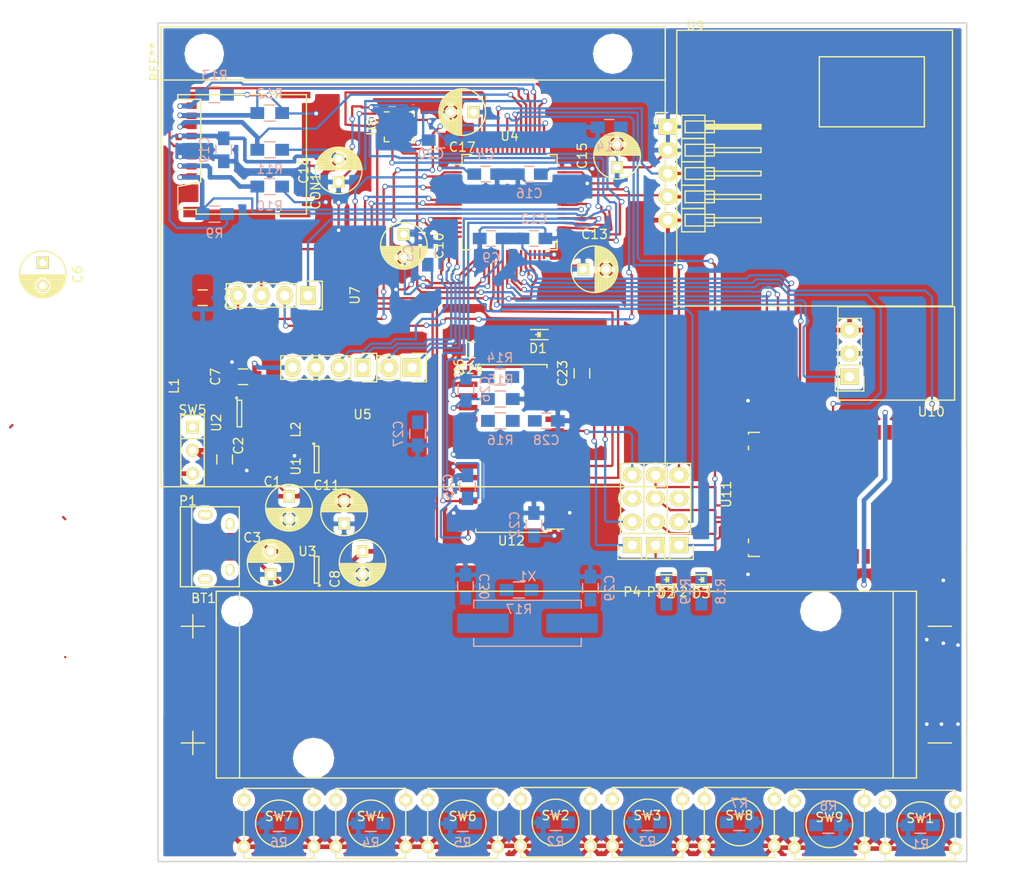
<source format=kicad_pcb>
(kicad_pcb (version 4) (host pcbnew 4.0.2-stable)
  (title_block (title "SenseWalk2: Minimalistic version") (rev 1) (company "University of Central Florida\\nSenior Design G23\\nBenoit Brummer\\n\\n\\n"))
  (layers (0 F.Cu signal) (31 B.Cu signal hide) (34 B.Paste user) (35 F.Paste user) (36 B.SilkS user) (37 F.SilkS user) (38 B.Mask user) (39 F.Mask user) (44 Edge.Cuts user))
  (net 0 "")
  (net 1 "Net-(BT1-Pad1)")
  (net 2 GND)
  (net 3 +BATT)
  (net 4 +5V)
  (net 5 +3V3)
  (net 6 PD2_SD-CMD)
  (net 7 PC10_SD-D2)
  (net 8 PC11_SD-D3)
  (net 9 PC12_SD-CK)
  (net 10 PC8_SD-D0)
  (net 11 PC9_SD-D1)
  (net 12 PA15_SD-DET)
  (net 13 "Net-(L2-Pad1)")
  (net 14 /in5)
  (net 15 /in6)
  (net 16 /in7)
  (net 17 /in8)
  (net 18 /in1)
  (net 19 /in2)
  (net 20 /in3)
  (net 21 /in4)
  (net 22 PC13_dbg)
  (net 23 NRST)
  (net 24 PC0_MP3-SCL)
  (net 25 PC1_MP3-SDA)
  (net 26 PC2_MAG-MISO)
  (net 27 PC3_mic)
  (net 28 PA0_las)
  (net 29 PA1_las)
  (net 30 PA2_UART)
  (net 31 PA3_UART)
  (net 32 PA4_BTpcm-Sync)
  (net 33 PA5_MP3-SCK)
  (net 34 PA6_BT-RTS)
  (net 35 PA7_MP3-SDI)
  (net 36 PC4_BT-RX)
  (net 37 PC5_BT-TX)
  (net 38 PB0_BT-GP9)
  (net 39 PB1_BT-CTS)
  (net 40 PB2_BT-GP2)
  (net 41 PB10_MAG-SPC)
  (net 42 "Net-(D1-Pad2)")
  (net 43 PB12_MAG-INT)
  (net 44 PB13_MAG-TRIG)
  (net 45 PB14_MP3-RST)
  (net 46 PB15_MAG-MOSI)
  (net 47 PC6_MP3-DR)
  (net 48 PA9_GPS-RX)
  (net 49 PA13_dbg)
  (net 50 PA14_dbg)
  (net 51 PB3_BTpcm-CLK)
  (net 52 PB5_BTpcm-IN)
  (net 53 PB7_GPS-TX)
  (net 54 PB9_MAG-CS)
  (net 55 "Net-(P4-Pad4)")
  (net 56 "Net-(P4-Pad1)")
  (net 57 "Net-(P4-Pad2)")
  (net 58 "Net-(C26-Pad1)")
  (net 59 "Net-(C28-Pad1)")
  (net 60 "Net-(C29-Pad1)")
  (net 61 "Net-(C27-Pad1)")
  (net 62 "Net-(D2-Pad2)")
  (net 63 "Net-(D2-Pad1)")
  (net 64 "Net-(D3-Pad2)")
  (net 65 "Net-(D3-Pad1)")
  (net 66 "Net-(P3-Pad1)")
  (net 67 "Net-(P3-Pad2)")
  (net 68 "Net-(P3-Pad3)")
  (net 69 "Net-(P3-Pad4)")
  (net 70 "Net-(CON1-Pad11)")
  (net 71 "Net-(CON1-Pad10)")
  (net 72 "Net-(L1-Pad2)")
  (net 73 "Net-(C3-Pad2)")
  (net 74 "Net-(C26-Pad2)")
  (net 75 "Net-(C30-Pad1)")
  (module BT:RN-52 (layer F.Cu) (at 248 122.8 270)
    (fp_text reference U11 (at 0 15.4 270) (layer F.SilkS))
    (fp_text value RN-52)
    (pad 28 smd rect (at 6.75 11 270) (size 1.6 0.8) (layers F.Cu F.Paste F.Mask))
    (pad 27 smd rect (at 5.9 13 270) (size 0.8 1.6) (layers F.Cu F.Paste F.Mask) (net 2 GND))
    (pad 19 smd rect (at -4.2 13 270) (size 0.8 1.6) (layers F.Cu F.Paste F.Mask))
    (pad 1 smd rect (at -6.75 -8.2 270) (size 1.6 0.8) (layers F.Cu F.Paste F.Mask) (net 2 GND))
    (pad 2 smd rect (at -6.75 -7 270) (size 1.6 0.8) (layers F.Cu F.Paste F.Mask) (net 40 PB2_BT-GP2))
    (pad 3 smd rect (at -6.75 -5.8 270) (size 1.6 0.8) (layers F.Cu F.Paste F.Mask))
    (pad 4 smd rect (at -6.75 -4.6 270) (size 1.6 0.8) (layers F.Cu F.Paste F.Mask))
    (pad 5 smd rect (at -6.75 -3.4 270) (size 1.6 0.8) (layers F.Cu F.Paste F.Mask))
    (pad 6 smd rect (at -6.75 -2.2 270) (size 1.6 0.8) (layers F.Cu F.Paste F.Mask))
    (pad 7 smd rect (at -6.75 -1 270) (size 1.6 0.8) (layers F.Cu F.Paste F.Mask))
    (pad 8 smd rect (at -6.75 0.2 270) (size 1.6 0.8) (layers F.Cu F.Paste F.Mask))
    (pad 9 smd rect (at -6.75 1.4 270) (size 1.6 0.8) (layers F.Cu F.Paste F.Mask))
    (pad 10 smd rect (at -6.75 2.6 270) (size 1.6 0.8) (layers F.Cu F.Paste F.Mask))
    (pad 11 smd rect (at -6.75 3.8 270) (size 1.6 0.8) (layers F.Cu F.Paste F.Mask) (net 38 PB0_BT-GP9))
    (pad 12 smd rect (at -6.75 5 270) (size 1.6 0.8) (layers F.Cu F.Paste F.Mask))
    (pad 13 smd rect (at -6.75 6.2 270) (size 1.6 0.8) (layers F.Cu F.Paste F.Mask))
    (pad 14 smd rect (at -6.75 7.4 270) (size 1.6 0.8) (layers F.Cu F.Paste F.Mask) (net 34 PA6_BT-RTS))
    (pad 15 smd rect (at -6.75 8.6 270) (size 1.6 0.8) (layers F.Cu F.Paste F.Mask) (net 39 PB1_BT-CTS))
    (pad 16 smd rect (at -6.75 9.8 270) (size 1.6 0.8) (layers F.Cu F.Paste F.Mask) (net 37 PC5_BT-TX))
    (pad 17 smd rect (at -6.75 11 270) (size 1.6 0.8) (layers F.Cu F.Paste F.Mask) (net 36 PC4_BT-RX))
    (pad 18 smd rect (at -5.9 13 270) (size 0.8 1.6) (layers F.Cu F.Paste F.Mask) (net 2 GND))
    (pad 20 smd rect (at -3 13 270) (size 0.8 1.6) (layers F.Cu F.Paste F.Mask))
    (pad 21 smd rect (at -1.8 13 270) (size 0.8 1.6) (layers F.Cu F.Paste F.Mask) (net 5 +3V3))
    (pad 22 smd rect (at -0.6 13 270) (size 0.8 1.6) (layers F.Cu F.Paste F.Mask) (net 5 +3V3))
    (pad 23 smd rect (at 0.6 13 270) (size 0.8 1.6) (layers F.Cu F.Paste F.Mask) (net 69 "Net-(P3-Pad4)"))
    (pad 24 smd rect (at 1.8 13 270) (size 0.8 1.6) (layers F.Cu F.Paste F.Mask) (net 68 "Net-(P3-Pad3)"))
    (pad 25 smd rect (at 3 13 270) (size 0.8 1.6) (layers F.Cu F.Paste F.Mask) (net 67 "Net-(P3-Pad2)"))
    (pad 26 smd rect (at 4.2 13 270) (size 0.8 1.6) (layers F.Cu F.Paste F.Mask) (net 66 "Net-(P3-Pad1)"))
    (pad 29 smd rect (at 6.75 9.8 270) (size 1.6 0.8) (layers F.Cu F.Paste F.Mask))
    (pad 30 smd rect (at 6.75 8.6 270) (size 1.6 0.8) (layers F.Cu F.Paste F.Mask))
    (pad 31 smd rect (at 6.75 7.4 270) (size 1.6 0.8) (layers F.Cu F.Paste F.Mask))
    (pad 32 smd rect (at 6.75 6.2 270) (size 1.6 0.8) (layers F.Cu F.Paste F.Mask) (net 65 "Net-(D3-Pad1)"))
    (pad 33 smd rect (at 6.75 5 270) (size 1.6 0.8) (layers F.Cu F.Paste F.Mask) (net 63 "Net-(D2-Pad1)"))
    (pad 34 smd rect (at 6.75 3.8 270) (size 1.6 0.8) (layers F.Cu F.Paste F.Mask))
    (pad 35 smd rect (at 6.75 2.6 270) (size 1.6 0.8) (layers F.Cu F.Paste F.Mask))
    (pad 36 smd rect (at 6.75 1.4 270) (size 1.6 0.8) (layers F.Cu F.Paste F.Mask))
    (pad 37 smd rect (at 6.75 0.2 270) (size 1.6 0.8) (layers F.Cu F.Paste F.Mask))
    (pad 38 smd rect (at 6.75 -1 270) (size 1.6 0.8) (layers F.Cu F.Paste F.Mask))
    (pad 39 smd rect (at 6.75 -2.2 270) (size 1.6 0.8) (layers F.Cu F.Paste F.Mask) (net 2 GND))
    (pad 40 smd rect (at 6.75 -3.4 270) (size 1.6 0.8) (layers F.Cu F.Paste F.Mask))
    (pad 41 smd rect (at 6.75 -4.6 270) (size 1.6 0.8) (layers F.Cu F.Paste F.Mask))
    (pad 42 smd rect (at 6.75 -5.8 270) (size 1.6 0.8) (layers F.Cu F.Paste F.Mask))
    (pad 43 smd rect (at 6.75 -7 270) (size 1.6 0.8) (layers F.Cu F.Paste F.Mask))
    (pad 44 smd rect (at 6.75 -8.2 270) (size 1.6 0.8) (layers F.Cu F.Paste F.Mask) (net 2 GND))
    (pad 45 smd oval (at 3.5 -7.7 270) (size 0.8 1) (layers F.Cu F.Paste F.Mask) (net 2 GND))
    (pad 46 smd oval (at 2.1 -7.7 270) (size 0.8 1) (layers F.Cu F.Paste F.Mask) (net 2 GND))
    (pad 47 smd oval (at 0.7 -7.7 270) (size 0.8 1) (layers F.Cu F.Paste F.Mask) (net 2 GND))
    (pad 48 smd oval (at -0.7 -7.7 270) (size 0.8 1) (layers F.Cu F.Paste F.Mask) (net 2 GND))
    (pad 49 smd oval (at -2.1 -7.7 270) (size 0.8 1) (layers F.Cu F.Paste F.Mask) (net 2 GND))
    (pad 50 smd oval (at -3.5 -7.7 270) (size 0.8 1) (layers F.Cu F.Paste F.Mask) (net 2 GND))
  )
  (module con-trougnouf:18650BatteryHolder (layer F.Cu) (at 172 143.5 180)
    (fp_text reference BT1 (at -3.7 9.4 180) (layer F.SilkS))
    (fp_text value Battery)
    (pad "" np_thru_hole oval (at -70.87 8 180) (size 3.45 3.45) (drill 3.45) (layers *.Cu *.Mask F.SilkS))
    (pad 1 smd rect (at -3.67 0 180) (size 7.34 6.35) (layers F.Cu F.Paste F.Mask) (net 1 "Net-(BT1-Pad1)"))
    (pad 2 smd rect (at -82.33 0 180) (size 7.34 6.35) (layers F.Cu F.Paste F.Mask) (net 2 GND))
    (pad "" np_thru_hole oval (at -7.34 8 180) (size 2.39 2.39) (drill 2.39) (layers *.Cu *.Mask F.SilkS))
    (pad "" np_thru_hole oval (at -15.67 -8 180) (size 3.45 3.45) (drill 3.45) (layers *.Cu *.Mask F.SilkS))
  )
  (module Capacitors_ThroughHole:C_Radial_D5_L11_P2.5 (layer F.Cu) (at 185 123 270)
    (fp_text reference C1 (at -1.6 1.8 540) (layer F.SilkS))
    (fp_text value 10uF)
    (pad 1 thru_hole rect (at 0 0 270) (size 1.3 1.3) (drill 0.8) (layers *.Cu *.Mask F.SilkS) (net 3 +BATT))
    (pad 2 thru_hole circle (at 2.5 0 270) (size 1.3 1.3) (drill 0.8) (layers *.Cu *.Mask F.SilkS) (net 2 GND))
  )
  (module Capacitors_ThroughHole:C_Radial_D5_L11_P2.5 (layer F.Cu) (at 183 131.5 90)
    (fp_text reference C3 (at 4 -2 180) (layer F.SilkS))
    (fp_text value 1uF)
    (pad 1 thru_hole rect (at 0 0 90) (size 1.3 1.3) (drill 0.8) (layers *.Cu *.Mask F.SilkS) (net 2 GND))
    (pad 2 thru_hole circle (at 2.5 0 90) (size 1.3 1.3) (drill 0.8) (layers *.Cu *.Mask F.SilkS) (net 73 "Net-(C3-Pad2)"))
  )
  (module Capacitors_SMD:C_0805_HandSoldering (layer B.Cu) (at 206.4 87.95 180)
    (fp_text reference C4 (at 0 2.1 180) (layer B.SilkS) (effects (justify mirror)))
    (fp_text value 0.1uF)
    (pad 1 smd rect (at -1.25 0 180) (size 1.5 1.25) (layers B.Cu B.Paste B.Mask) (net 2 GND))
    (pad 2 smd rect (at 1.25 0 180) (size 1.5 1.25) (layers B.Cu B.Paste B.Mask) (net 5 +3V3))
  )
  (module Capacitors_ThroughHole:C_Radial_D5_L11_P2.5 (layer F.Cu) (at 158.2 97.6 270)
    (fp_text reference C6 (at 1.25 -3.8 270) (layer F.SilkS))
    (fp_text value 4.7uF)
    (pad 1 thru_hole rect (at 0 0 270) (size 1.3 1.3) (drill 0.8) (layers *.Cu *.Mask F.SilkS) (net 2 GND))
    (pad 2 thru_hole circle (at 2.5 0 270) (size 1.3 1.3) (drill 0.8) (layers *.Cu *.Mask F.SilkS) (net 5 +3V3))
  )
  (module Capacitors_SMD:C_0805_HandSoldering (layer F.Cu) (at 180 110 180)
    (fp_text reference C7 (at 3 0 270) (layer F.SilkS))
    (fp_text value 10uF)
    (pad 1 smd rect (at -1.25 0 180) (size 1.5 1.25) (layers F.Cu F.Paste F.Mask) (net 4 +5V))
    (pad 2 smd rect (at 1.25 0 180) (size 1.5 1.25) (layers F.Cu F.Paste F.Mask) (net 2 GND))
  )
  (module Capacitors_ThroughHole:C_Radial_D5_L11_P2.5 (layer F.Cu) (at 193 129 270)
    (fp_text reference C8 (at 3 3 270) (layer F.SilkS))
    (fp_text value 1uF)
    (pad 1 thru_hole rect (at 0 0 270) (size 1.3 1.3) (drill 0.8) (layers *.Cu *.Mask F.SilkS) (net 1 "Net-(BT1-Pad1)"))
    (pad 2 thru_hole circle (at 2.5 0 270) (size 1.3 1.3) (drill 0.8) (layers *.Cu *.Mask F.SilkS) (net 2 GND))
  )
  (module Capacitors_ThroughHole:C_Radial_D5_L11_P2.5 (layer F.Cu) (at 197.5 94.5 270)
    (fp_text reference C10 (at 1.25 -3.8 270) (layer F.SilkS))
    (fp_text value 4.7uF)
    (pad 1 thru_hole rect (at 0 0 270) (size 1.3 1.3) (drill 0.8) (layers *.Cu *.Mask F.SilkS) (net 2 GND))
    (pad 2 thru_hole circle (at 2.5 0 270) (size 1.3 1.3) (drill 0.8) (layers *.Cu *.Mask F.SilkS) (net 5 +3V3))
  )
  (module Capacitors_ThroughHole:C_Radial_D5_L11_P2.5 (layer F.Cu) (at 205.1 81.2 180)
    (fp_text reference C17 (at 1.25 -3.8 180) (layer F.SilkS))
    (fp_text value 4.7uF)
    (pad 1 thru_hole rect (at 0 0 180) (size 1.3 1.3) (drill 0.8) (layers *.Cu *.Mask F.SilkS) (net 2 GND))
    (pad 2 thru_hole circle (at 2.5 0 180) (size 1.3 1.3) (drill 0.8) (layers *.Cu *.Mask F.SilkS) (net 5 +3V3))
  )
  (module Inductors_NEOSID:Neosid_Inductor_SM-NE29_SMD1008 (layer F.Cu) (at 175 110)
    (fp_text reference L1 (at -2.5 1 270) (layer F.SilkS))
    (fp_text value 4.7uH)
    (pad 2 smd rect (at 1.14554 0) (size 1.02108 2.54) (layers F.Cu F.Paste F.Mask) (net 72 "Net-(L1-Pad2)"))
    (pad 1 smd rect (at -1.14554 0) (size 1.02108 2.54) (layers F.Cu F.Paste F.Mask) (net 3 +BATT))
  )
  (module Inductors_NEOSID:Neosid_Inductor_SM-NE29_SMD1008 (layer F.Cu) (at 188 115)
    (fp_text reference L2 (at -2.25 0.75 90) (layer F.SilkS))
    (fp_text value 4.7uH)
    (pad 2 smd rect (at 1.14554 0) (size 1.02108 2.54) (layers F.Cu F.Paste F.Mask) (net 5 +3V3))
    (pad 1 smd rect (at -1.14554 0) (size 1.02108 2.54) (layers F.Cu F.Paste F.Mask) (net 13 "Net-(L2-Pad1)"))
  )
  (module Connect:USB_Micro-B (layer F.Cu) (at 177 128.5 270)
    (fp_text reference P1 (at -5 3 360) (layer F.SilkS))
    (fp_text value USB_B)
    (pad 1 smd rect (at -1.3009 -1.56254) (size 1.35 0.4) (layers F.Cu F.Paste F.Mask) (net 73 "Net-(C3-Pad2)"))
    (pad 2 smd rect (at -0.6509 -1.56254) (size 1.35 0.4) (layers F.Cu F.Paste F.Mask))
    (pad 3 smd rect (at -0.0009 -1.56254) (size 1.35 0.4) (layers F.Cu F.Paste F.Mask))
    (pad 4 smd rect (at 0.6491 -1.56254) (size 1.35 0.4) (layers F.Cu F.Paste F.Mask) (net 2 GND))
    (pad 5 smd rect (at 1.2991 -1.56254) (size 1.35 0.4) (layers F.Cu F.Paste F.Mask))
    (pad 6 thru_hole oval (at -2.5009 -1.56254) (size 0.95 1.25) (drill oval 0.55 0.85) (layers *.Cu *.Mask F.SilkS))
    (pad 6 thru_hole oval (at 2.4991 -1.56254) (size 0.95 1.25) (drill oval 0.55 0.85) (layers *.Cu *.Mask F.SilkS))
    (pad 6 thru_hole oval (at -3.5009 1.13746) (size 1.55 1) (drill oval 1.15 0.5) (layers *.Cu *.Mask F.SilkS))
    (pad 6 thru_hole oval (at 3.4991 1.13746) (size 1.55 1) (drill oval 1.15 0.5) (layers *.Cu *.Mask F.SilkS))
  )
  (module Buttons_Switches_ThroughHole:SW_PUSH_SMALL (layer F.Cu) (at 253.7 158.8)
    (fp_text reference SW1 (at 0 -0.762) (layer F.SilkS))
    (fp_text value SW_PUSH)
    (pad 1 thru_hole circle (at 3.81 -2.54) (size 1.397 1.397) (drill 0.8128) (layers *.Cu *.Mask F.SilkS) (net 14 /in5))
    (pad 2 thru_hole circle (at 3.81 2.54) (size 1.397 1.397) (drill 0.8128) (layers *.Cu *.Mask F.SilkS) (net 5 +3V3))
    (pad 1 thru_hole circle (at -3.81 -2.54) (size 1.397 1.397) (drill 0.8128) (layers *.Cu *.Mask F.SilkS) (net 14 /in5))
    (pad 2 thru_hole circle (at -3.81 2.54) (size 1.397 1.397) (drill 0.8128) (layers *.Cu *.Mask F.SilkS) (net 5 +3V3))
  )
  (module Buttons_Switches_ThroughHole:SW_PUSH_SMALL (layer F.Cu) (at 214 158.5)
    (fp_text reference SW2 (at 0 -0.762) (layer F.SilkS))
    (fp_text value SW_PUSH)
    (pad 1 thru_hole circle (at 3.81 -2.54) (size 1.397 1.397) (drill 0.8128) (layers *.Cu *.Mask F.SilkS) (net 15 /in6))
    (pad 2 thru_hole circle (at 3.81 2.54) (size 1.397 1.397) (drill 0.8128) (layers *.Cu *.Mask F.SilkS) (net 5 +3V3))
    (pad 1 thru_hole circle (at -3.81 -2.54) (size 1.397 1.397) (drill 0.8128) (layers *.Cu *.Mask F.SilkS) (net 15 /in6))
    (pad 2 thru_hole circle (at -3.81 2.54) (size 1.397 1.397) (drill 0.8128) (layers *.Cu *.Mask F.SilkS) (net 5 +3V3))
  )
  (module Buttons_Switches_ThroughHole:SW_PUSH_SMALL (layer F.Cu) (at 224 158.5)
    (fp_text reference SW3 (at 0 -0.762) (layer F.SilkS))
    (fp_text value SW_PUSH)
    (pad 1 thru_hole circle (at 3.81 -2.54) (size 1.397 1.397) (drill 0.8128) (layers *.Cu *.Mask F.SilkS) (net 16 /in7))
    (pad 2 thru_hole circle (at 3.81 2.54) (size 1.397 1.397) (drill 0.8128) (layers *.Cu *.Mask F.SilkS) (net 5 +3V3))
    (pad 1 thru_hole circle (at -3.81 -2.54) (size 1.397 1.397) (drill 0.8128) (layers *.Cu *.Mask F.SilkS) (net 16 /in7))
    (pad 2 thru_hole circle (at -3.81 2.54) (size 1.397 1.397) (drill 0.8128) (layers *.Cu *.Mask F.SilkS) (net 5 +3V3))
  )
  (module Buttons_Switches_ThroughHole:SW_PUSH_SMALL (layer F.Cu) (at 193.9 158.6)
    (fp_text reference SW4 (at 0 -0.762) (layer F.SilkS))
    (fp_text value SW_PUSH)
    (pad 1 thru_hole circle (at 3.81 -2.54) (size 1.397 1.397) (drill 0.8128) (layers *.Cu *.Mask F.SilkS) (net 17 /in8))
    (pad 2 thru_hole circle (at 3.81 2.54) (size 1.397 1.397) (drill 0.8128) (layers *.Cu *.Mask F.SilkS) (net 5 +3V3))
    (pad 1 thru_hole circle (at -3.81 -2.54) (size 1.397 1.397) (drill 0.8128) (layers *.Cu *.Mask F.SilkS) (net 17 /in8))
    (pad 2 thru_hole circle (at -3.81 2.54) (size 1.397 1.397) (drill 0.8128) (layers *.Cu *.Mask F.SilkS) (net 5 +3V3))
  )
  (module Buttons_Switches_ThroughHole:SW_Micro_SPST (layer F.Cu) (at 174.5 118 270)
    (fp_text reference SW5 (at -4.4 0 360) (layer F.SilkS))
    (fp_text value Switch_SPDT_x2)
    (pad 1 thru_hole rect (at -2.54 0 270) (size 1.397 1.397) (drill 0.8128) (layers *.Cu *.Mask F.SilkS))
    (pad 2 thru_hole circle (at 0 0 270) (size 1.397 1.397) (drill 0.8128) (layers *.Cu *.Mask F.SilkS) (net 3 +BATT))
    (pad 3 thru_hole circle (at 2.54 0 270) (size 1.397 1.397) (drill 0.8128) (layers *.Cu *.Mask F.SilkS) (net 1 "Net-(BT1-Pad1)"))
  )
  (module Buttons_Switches_ThroughHole:SW_PUSH_SMALL (layer F.Cu) (at 203.9 158.6)
    (fp_text reference SW6 (at 0 -0.762) (layer F.SilkS))
    (fp_text value SW_PUSH)
    (pad 1 thru_hole circle (at 3.81 -2.54) (size 1.397 1.397) (drill 0.8128) (layers *.Cu *.Mask F.SilkS) (net 18 /in1))
    (pad 2 thru_hole circle (at 3.81 2.54) (size 1.397 1.397) (drill 0.8128) (layers *.Cu *.Mask F.SilkS) (net 5 +3V3))
    (pad 1 thru_hole circle (at -3.81 -2.54) (size 1.397 1.397) (drill 0.8128) (layers *.Cu *.Mask F.SilkS) (net 18 /in1))
    (pad 2 thru_hole circle (at -3.81 2.54) (size 1.397 1.397) (drill 0.8128) (layers *.Cu *.Mask F.SilkS) (net 5 +3V3))
  )
  (module Buttons_Switches_ThroughHole:SW_PUSH_SMALL (layer F.Cu) (at 183.9 158.6)
    (fp_text reference SW7 (at 0 -0.762) (layer F.SilkS))
    (fp_text value SW_PUSH)
    (pad 1 thru_hole circle (at 3.81 -2.54) (size 1.397 1.397) (drill 0.8128) (layers *.Cu *.Mask F.SilkS) (net 19 /in2))
    (pad 2 thru_hole circle (at 3.81 2.54) (size 1.397 1.397) (drill 0.8128) (layers *.Cu *.Mask F.SilkS) (net 5 +3V3))
    (pad 1 thru_hole circle (at -3.81 -2.54) (size 1.397 1.397) (drill 0.8128) (layers *.Cu *.Mask F.SilkS) (net 19 /in2))
    (pad 2 thru_hole circle (at -3.81 2.54) (size 1.397 1.397) (drill 0.8128) (layers *.Cu *.Mask F.SilkS) (net 5 +3V3))
  )
  (module Buttons_Switches_ThroughHole:SW_PUSH_SMALL (layer F.Cu) (at 234 158.5)
    (fp_text reference SW8 (at 0 -0.762) (layer F.SilkS))
    (fp_text value SW_PUSH)
    (pad 1 thru_hole circle (at 3.81 -2.54) (size 1.397 1.397) (drill 0.8128) (layers *.Cu *.Mask F.SilkS) (net 20 /in3))
    (pad 2 thru_hole circle (at 3.81 2.54) (size 1.397 1.397) (drill 0.8128) (layers *.Cu *.Mask F.SilkS) (net 5 +3V3))
    (pad 1 thru_hole circle (at -3.81 -2.54) (size 1.397 1.397) (drill 0.8128) (layers *.Cu *.Mask F.SilkS) (net 20 /in3))
    (pad 2 thru_hole circle (at -3.81 2.54) (size 1.397 1.397) (drill 0.8128) (layers *.Cu *.Mask F.SilkS) (net 5 +3V3))
  )
  (module Buttons_Switches_ThroughHole:SW_PUSH_SMALL (layer F.Cu) (at 243.8 158.7)
    (fp_text reference SW9 (at 0 -0.762) (layer F.SilkS))
    (fp_text value SW_PUSH)
    (pad 1 thru_hole circle (at 3.81 -2.54) (size 1.397 1.397) (drill 0.8128) (layers *.Cu *.Mask F.SilkS) (net 21 /in4))
    (pad 2 thru_hole circle (at 3.81 2.54) (size 1.397 1.397) (drill 0.8128) (layers *.Cu *.Mask F.SilkS) (net 5 +3V3))
    (pad 1 thru_hole circle (at -3.81 -2.54) (size 1.397 1.397) (drill 0.8128) (layers *.Cu *.Mask F.SilkS) (net 21 /in4))
    (pad 2 thru_hole circle (at -3.81 2.54) (size 1.397 1.397) (drill 0.8128) (layers *.Cu *.Mask F.SilkS) (net 5 +3V3))
  )
  (module TO_SOT_Packages_SMD:SOT-23-5 (layer F.Cu) (at 179.6 114)
    (fp_text reference U2 (at -2.5 1 90) (layer F.SilkS))
    (fp_text value XC9140)
    (pad 1 smd rect (at -1.1 -0.95) (size 1.06 0.65) (layers F.Cu F.Paste F.Mask) (net 3 +BATT))
    (pad 2 smd rect (at -1.1 0) (size 1.06 0.65) (layers F.Cu F.Paste F.Mask) (net 2 GND))
    (pad 3 smd rect (at -1.1 0.95) (size 1.06 0.65) (layers F.Cu F.Paste F.Mask) (net 3 +BATT))
    (pad 4 smd rect (at 1.1 0.95) (size 1.06 0.65) (layers F.Cu F.Paste F.Mask) (net 4 +5V))
    (pad 5 smd rect (at 1.1 -0.95) (size 1.06 0.65) (layers F.Cu F.Paste F.Mask) (net 72 "Net-(L1-Pad2)"))
  )
  (module TO_SOT_Packages_SMD:SOT-23-5 (layer F.Cu) (at 188 131 180)
    (fp_text reference U3 (at 1 2 180) (layer F.SilkS))
    (fp_text value MCP73811/2)
    (pad 1 smd rect (at -1.1 -0.95 180) (size 1.06 0.65) (layers F.Cu F.Paste F.Mask) (net 73 "Net-(C3-Pad2)"))
    (pad 2 smd rect (at -1.1 0 180) (size 1.06 0.65) (layers F.Cu F.Paste F.Mask) (net 2 GND))
    (pad 3 smd rect (at -1.1 0.95 180) (size 1.06 0.65) (layers F.Cu F.Paste F.Mask) (net 1 "Net-(BT1-Pad1)"))
    (pad 4 smd rect (at 1.1 0.95 180) (size 1.06 0.65) (layers F.Cu F.Paste F.Mask) (net 73 "Net-(C3-Pad2)"))
    (pad 5 smd rect (at 1.1 -0.95 180) (size 1.06 0.65) (layers F.Cu F.Paste F.Mask) (net 73 "Net-(C3-Pad2)"))
  )
  (module Housings_QFP:LQFP-64_10x10mm_Pitch0.5mm (layer F.Cu) (at 209 91)
    (fp_text reference U4 (at 0 -7.2) (layer F.SilkS))
    (fp_text value STM32L476R)
    (pad 1 smd rect (at -5.7 -3.75) (size 1 0.25) (layers F.Cu F.Paste F.Mask) (net 5 +3V3))
    (pad 2 smd rect (at -5.7 -3.25) (size 1 0.25) (layers F.Cu F.Paste F.Mask) (net 22 PC13_dbg))
    (pad 3 smd rect (at -5.7 -2.75) (size 1 0.25) (layers F.Cu F.Paste F.Mask) (net 14 /in5))
    (pad 4 smd rect (at -5.7 -2.25) (size 1 0.25) (layers F.Cu F.Paste F.Mask) (net 15 /in6))
    (pad 5 smd rect (at -5.7 -1.75) (size 1 0.25) (layers F.Cu F.Paste F.Mask) (net 16 /in7))
    (pad 6 smd rect (at -5.7 -1.25) (size 1 0.25) (layers F.Cu F.Paste F.Mask) (net 17 /in8))
    (pad 7 smd rect (at -5.7 -0.75) (size 1 0.25) (layers F.Cu F.Paste F.Mask) (net 23 NRST))
    (pad 8 smd rect (at -5.7 -0.25) (size 1 0.25) (layers F.Cu F.Paste F.Mask) (net 24 PC0_MP3-SCL))
    (pad 9 smd rect (at -5.7 0.25) (size 1 0.25) (layers F.Cu F.Paste F.Mask) (net 25 PC1_MP3-SDA))
    (pad 10 smd rect (at -5.7 0.75) (size 1 0.25) (layers F.Cu F.Paste F.Mask) (net 26 PC2_MAG-MISO))
    (pad 11 smd rect (at -5.7 1.25) (size 1 0.25) (layers F.Cu F.Paste F.Mask) (net 27 PC3_mic))
    (pad 12 smd rect (at -5.7 1.75) (size 1 0.25) (layers F.Cu F.Paste F.Mask) (net 2 GND))
    (pad 13 smd rect (at -5.7 2.25) (size 1 0.25) (layers F.Cu F.Paste F.Mask) (net 5 +3V3))
    (pad 14 smd rect (at -5.7 2.75) (size 1 0.25) (layers F.Cu F.Paste F.Mask) (net 28 PA0_las))
    (pad 15 smd rect (at -5.7 3.25) (size 1 0.25) (layers F.Cu F.Paste F.Mask) (net 29 PA1_las))
    (pad 16 smd rect (at -5.7 3.75) (size 1 0.25) (layers F.Cu F.Paste F.Mask) (net 30 PA2_UART))
    (pad 17 smd rect (at -3.75 5.7 90) (size 1 0.25) (layers F.Cu F.Paste F.Mask) (net 31 PA3_UART))
    (pad 18 smd rect (at -3.25 5.7 90) (size 1 0.25) (layers F.Cu F.Paste F.Mask) (net 2 GND))
    (pad 19 smd rect (at -2.75 5.7 90) (size 1 0.25) (layers F.Cu F.Paste F.Mask) (net 5 +3V3))
    (pad 20 smd rect (at -2.25 5.7 90) (size 1 0.25) (layers F.Cu F.Paste F.Mask) (net 32 PA4_BTpcm-Sync))
    (pad 21 smd rect (at -1.75 5.7 90) (size 1 0.25) (layers F.Cu F.Paste F.Mask) (net 33 PA5_MP3-SCK))
    (pad 22 smd rect (at -1.25 5.7 90) (size 1 0.25) (layers F.Cu F.Paste F.Mask) (net 34 PA6_BT-RTS))
    (pad 23 smd rect (at -0.75 5.7 90) (size 1 0.25) (layers F.Cu F.Paste F.Mask) (net 35 PA7_MP3-SDI))
    (pad 24 smd rect (at -0.25 5.7 90) (size 1 0.25) (layers F.Cu F.Paste F.Mask) (net 36 PC4_BT-RX))
    (pad 25 smd rect (at 0.25 5.7 90) (size 1 0.25) (layers F.Cu F.Paste F.Mask) (net 37 PC5_BT-TX))
    (pad 26 smd rect (at 0.75 5.7 90) (size 1 0.25) (layers F.Cu F.Paste F.Mask) (net 38 PB0_BT-GP9))
    (pad 27 smd rect (at 1.25 5.7 90) (size 1 0.25) (layers F.Cu F.Paste F.Mask) (net 39 PB1_BT-CTS))
    (pad 28 smd rect (at 1.75 5.7 90) (size 1 0.25) (layers F.Cu F.Paste F.Mask) (net 40 PB2_BT-GP2))
    (pad 29 smd rect (at 2.25 5.7 90) (size 1 0.25) (layers F.Cu F.Paste F.Mask) (net 41 PB10_MAG-SPC))
    (pad 30 smd rect (at 2.75 5.7 90) (size 1 0.25) (layers F.Cu F.Paste F.Mask) (net 42 "Net-(D1-Pad2)"))
    (pad 31 smd rect (at 3.25 5.7 90) (size 1 0.25) (layers F.Cu F.Paste F.Mask) (net 2 GND))
    (pad 32 smd rect (at 3.75 5.7 90) (size 1 0.25) (layers F.Cu F.Paste F.Mask) (net 5 +3V3))
    (pad 33 smd rect (at 5.7 3.75) (size 1 0.25) (layers F.Cu F.Paste F.Mask) (net 43 PB12_MAG-INT))
    (pad 34 smd rect (at 5.7 3.25) (size 1 0.25) (layers F.Cu F.Paste F.Mask) (net 44 PB13_MAG-TRIG))
    (pad 35 smd rect (at 5.7 2.75) (size 1 0.25) (layers F.Cu F.Paste F.Mask) (net 45 PB14_MP3-RST))
    (pad 36 smd rect (at 5.7 2.25) (size 1 0.25) (layers F.Cu F.Paste F.Mask) (net 46 PB15_MAG-MOSI))
    (pad 37 smd rect (at 5.7 1.75) (size 1 0.25) (layers F.Cu F.Paste F.Mask) (net 47 PC6_MP3-DR))
    (pad 38 smd rect (at 5.7 1.25) (size 1 0.25) (layers F.Cu F.Paste F.Mask))
    (pad 39 smd rect (at 5.7 0.75) (size 1 0.25) (layers F.Cu F.Paste F.Mask) (net 10 PC8_SD-D0))
    (pad 40 smd rect (at 5.7 0.25) (size 1 0.25) (layers F.Cu F.Paste F.Mask) (net 11 PC9_SD-D1))
    (pad 41 smd rect (at 5.7 -0.25) (size 1 0.25) (layers F.Cu F.Paste F.Mask) (net 18 /in1))
    (pad 42 smd rect (at 5.7 -0.75) (size 1 0.25) (layers F.Cu F.Paste F.Mask) (net 48 PA9_GPS-RX))
    (pad 43 smd rect (at 5.7 -1.25) (size 1 0.25) (layers F.Cu F.Paste F.Mask) (net 19 /in2))
    (pad 44 smd rect (at 5.7 -1.75) (size 1 0.25) (layers F.Cu F.Paste F.Mask) (net 20 /in3))
    (pad 45 smd rect (at 5.7 -2.25) (size 1 0.25) (layers F.Cu F.Paste F.Mask) (net 21 /in4))
    (pad 46 smd rect (at 5.7 -2.75) (size 1 0.25) (layers F.Cu F.Paste F.Mask) (net 49 PA13_dbg))
    (pad 47 smd rect (at 5.7 -3.25) (size 1 0.25) (layers F.Cu F.Paste F.Mask) (net 2 GND))
    (pad 48 smd rect (at 5.7 -3.75) (size 1 0.25) (layers F.Cu F.Paste F.Mask) (net 5 +3V3))
    (pad 49 smd rect (at 3.75 -5.7 90) (size 1 0.25) (layers F.Cu F.Paste F.Mask) (net 50 PA14_dbg))
    (pad 50 smd rect (at 3.25 -5.7 90) (size 1 0.25) (layers F.Cu F.Paste F.Mask) (net 12 PA15_SD-DET))
    (pad 51 smd rect (at 2.75 -5.7 90) (size 1 0.25) (layers F.Cu F.Paste F.Mask) (net 7 PC10_SD-D2))
    (pad 52 smd rect (at 2.25 -5.7 90) (size 1 0.25) (layers F.Cu F.Paste F.Mask) (net 8 PC11_SD-D3))
    (pad 53 smd rect (at 1.75 -5.7 90) (size 1 0.25) (layers F.Cu F.Paste F.Mask) (net 9 PC12_SD-CK))
    (pad 54 smd rect (at 1.25 -5.7 90) (size 1 0.25) (layers F.Cu F.Paste F.Mask) (net 6 PD2_SD-CMD))
    (pad 55 smd rect (at 0.75 -5.7 90) (size 1 0.25) (layers F.Cu F.Paste F.Mask) (net 51 PB3_BTpcm-CLK))
    (pad 56 smd rect (at 0.25 -5.7 90) (size 1 0.25) (layers F.Cu F.Paste F.Mask))
    (pad 57 smd rect (at -0.25 -5.7 90) (size 1 0.25) (layers F.Cu F.Paste F.Mask) (net 52 PB5_BTpcm-IN))
    (pad 58 smd rect (at -0.75 -5.7 90) (size 1 0.25) (layers F.Cu F.Paste F.Mask))
    (pad 59 smd rect (at -1.25 -5.7 90) (size 1 0.25) (layers F.Cu F.Paste F.Mask) (net 53 PB7_GPS-TX))
    (pad 60 smd rect (at -1.75 -5.7 90) (size 1 0.25) (layers F.Cu F.Paste F.Mask))
    (pad 61 smd rect (at -2.25 -5.7 90) (size 1 0.25) (layers F.Cu F.Paste F.Mask))
    (pad 62 smd rect (at -2.75 -5.7 90) (size 1 0.25) (layers F.Cu F.Paste F.Mask) (net 54 PB9_MAG-CS))
    (pad 63 smd rect (at -3.25 -5.7 90) (size 1 0.25) (layers F.Cu F.Paste F.Mask) (net 2 GND))
    (pad 64 smd rect (at -3.75 -5.7 90) (size 1 0.25) (layers F.Cu F.Paste F.Mask) (net 5 +3V3))
  )
  (module con-trougnouf:Socket_Strip_Straight_1x04_3467 (layer F.Cu) (at 193 109 180)
    (fp_text reference U5 (at 0 -5.1 180) (layer F.SilkS))
    (fp_text value Lightware_SF10/A)
    (pad 3 thru_hole rect (at 0 0 180) (size 1.7272 2.032) (drill 1.016) (layers *.Cu *.Mask F.SilkS) (net 29 PA1_las))
    (pad 4 thru_hole oval (at 2.54 0 180) (size 1.7272 2.032) (drill 1.016) (layers *.Cu *.Mask F.SilkS) (net 28 PA0_las))
    (pad 6 thru_hole oval (at 5.08 0 180) (size 1.7272 2.032) (drill 1.016) (layers *.Cu *.Mask F.SilkS) (net 2 GND))
    (pad 7 thru_hole oval (at 7.62 0 180) (size 1.7272 2.032) (drill 1.016) (layers *.Cu *.Mask F.SilkS) (net 4 +5V))
  )
  (module Pin_Headers:Pin_Header_Straight_1x02 (layer F.Cu) (at 198.4 109 270)
    (fp_text reference U6 (at 0 -5.1 270) (layer F.SilkS))
    (fp_text value UART)
    (pad 1 thru_hole rect (at 0 0 270) (size 2.032 2.032) (drill 1.016) (layers *.Cu *.Mask F.SilkS) (net 31 PA3_UART))
    (pad 2 thru_hole oval (at 0 2.54 270) (size 2.032 2.032) (drill 1.016) (layers *.Cu *.Mask F.SilkS) (net 30 PA2_UART))
  )
  (module Housings_DFN_QFN:QFN-16-1EP_3x3mm_Pitch0.5mm (layer F.Cu) (at 197 82.8)
    (fp_text reference U8 (at -3 0 90) (layer F.SilkS))
    (fp_text value MLX90393)
    (pad 1 smd oval (at -1.475 -0.75) (size 0.75 0.3) (layers F.Cu F.Paste F.Mask) (net 43 PB12_MAG-INT))
    (pad 2 smd oval (at -1.475 -0.25) (size 0.75 0.3) (layers F.Cu F.Paste F.Mask) (net 54 PB9_MAG-CS))
    (pad 3 smd oval (at -1.475 0.25) (size 0.75 0.3) (layers F.Cu F.Paste F.Mask) (net 41 PB10_MAG-SPC))
    (pad 4 smd oval (at -1.475 0.75) (size 0.75 0.3) (layers F.Cu F.Paste F.Mask))
    (pad 5 smd oval (at -0.75 1.475 90) (size 0.75 0.3) (layers F.Cu F.Paste F.Mask) (net 46 PB15_MAG-MOSI))
    (pad 6 smd oval (at -0.25 1.475 90) (size 0.75 0.3) (layers F.Cu F.Paste F.Mask) (net 26 PC2_MAG-MISO))
    (pad 7 smd oval (at 0.25 1.475 90) (size 0.75 0.3) (layers F.Cu F.Paste F.Mask) (net 44 PB13_MAG-TRIG))
    (pad 8 smd oval (at 0.75 1.475 90) (size 0.75 0.3) (layers F.Cu F.Paste F.Mask) (net 5 +3V3))
    (pad 9 smd oval (at 1.475 0.75) (size 0.75 0.3) (layers F.Cu F.Paste F.Mask))
    (pad 10 smd oval (at 1.475 0.25) (size 0.75 0.3) (layers F.Cu F.Paste F.Mask))
    (pad 11 smd oval (at 1.475 -0.25) (size 0.75 0.3) (layers F.Cu F.Paste F.Mask) (net 2 GND))
    (pad 12 smd oval (at 1.475 -0.75) (size 0.75 0.3) (layers F.Cu F.Paste F.Mask) (net 2 GND))
    (pad 13 smd oval (at 0.75 -1.475 90) (size 0.75 0.3) (layers F.Cu F.Paste F.Mask) (net 2 GND))
    (pad 14 smd oval (at 0.25 -1.475 90) (size 0.75 0.3) (layers F.Cu F.Paste F.Mask))
    (pad 15 smd oval (at -0.25 -1.475 90) (size 0.75 0.3) (layers F.Cu F.Paste F.Mask) (net 5 +3V3))
    (pad 16 smd oval (at -0.75 -1.475 90) (size 0.75 0.3) (layers F.Cu F.Paste F.Mask))
    (pad 17 smd rect (at 0.45 0.45) (size 0.9 0.9) (layers F.Cu F.Paste F.Mask))
    (pad 17 smd rect (at 0.45 -0.45) (size 0.9 0.9) (layers F.Cu F.Paste F.Mask))
    (pad 17 smd rect (at -0.45 0.45) (size 0.9 0.9) (layers F.Cu F.Paste F.Mask))
    (pad 17 smd rect (at -0.45 -0.45) (size 0.9 0.9) (layers F.Cu F.Paste F.Mask))
  )
  (module Housings_SOIC:SOIC-28_7.5x17.9mm_Pitch1.27mm (layer F.Cu) (at 209.2 117.8 180)
    (fp_text reference U12 (at 0 -10.05 180) (layer F.SilkS))
    (fp_text value STA013)
    (pad 1 smd rect (at -4.7 -8.255 180) (size 2 0.6) (layers F.Cu F.Paste F.Mask) (net 5 +3V3))
    (pad 2 smd rect (at -4.7 -6.985 180) (size 2 0.6) (layers F.Cu F.Paste F.Mask) (net 2 GND))
    (pad 3 smd rect (at -4.7 -5.715 180) (size 2 0.6) (layers F.Cu F.Paste F.Mask) (net 25 PC1_MP3-SDA))
    (pad 4 smd rect (at -4.7 -4.445 180) (size 2 0.6) (layers F.Cu F.Paste F.Mask) (net 24 PC0_MP3-SCL))
    (pad 5 smd rect (at -4.7 -3.175 180) (size 2 0.6) (layers F.Cu F.Paste F.Mask) (net 35 PA7_MP3-SDI))
    (pad 6 smd rect (at -4.7 -1.905 180) (size 2 0.6) (layers F.Cu F.Paste F.Mask) (net 33 PA5_MP3-SCK))
    (pad 7 smd rect (at -4.7 -0.635 180) (size 2 0.6) (layers F.Cu F.Paste F.Mask) (net 5 +3V3))
    (pad 8 smd rect (at -4.7 0.635 180) (size 2 0.6) (layers F.Cu F.Paste F.Mask) (net 5 +3V3))
    (pad 9 smd rect (at -4.7 1.905 180) (size 2 0.6) (layers F.Cu F.Paste F.Mask) (net 55 "Net-(P4-Pad4)"))
    (pad 10 smd rect (at -4.7 3.175 180) (size 2 0.6) (layers F.Cu F.Paste F.Mask) (net 56 "Net-(P4-Pad1)"))
    (pad 11 smd rect (at -4.7 4.445 180) (size 2 0.6) (layers F.Cu F.Paste F.Mask) (net 57 "Net-(P4-Pad2)"))
    (pad 12 smd rect (at -4.7 5.715 180) (size 2 0.6) (layers F.Cu F.Paste F.Mask))
    (pad 13 smd rect (at -4.7 6.985 180) (size 2 0.6) (layers F.Cu F.Paste F.Mask) (net 2 GND))
    (pad 14 smd rect (at -4.7 8.255 180) (size 2 0.6) (layers F.Cu F.Paste F.Mask) (net 5 +3V3))
    (pad 15 smd rect (at 4.7 8.255 180) (size 2 0.6) (layers F.Cu F.Paste F.Mask) (net 2 GND))
    (pad 16 smd rect (at 4.7 6.985 180) (size 2 0.6) (layers F.Cu F.Paste F.Mask) (net 5 +3V3))
    (pad 17 smd rect (at 4.7 5.715 180) (size 2 0.6) (layers F.Cu F.Paste F.Mask) (net 74 "Net-(C26-Pad2)"))
    (pad 18 smd rect (at 4.7 4.445 180) (size 2 0.6) (layers F.Cu F.Paste F.Mask) (net 58 "Net-(C26-Pad1)"))
    (pad 19 smd rect (at 4.7 3.175 180) (size 2 0.6) (layers F.Cu F.Paste F.Mask) (net 61 "Net-(C27-Pad1)"))
    (pad 20 smd rect (at 4.7 1.905 180) (size 2 0.6) (layers F.Cu F.Paste F.Mask) (net 60 "Net-(C29-Pad1)"))
    (pad 21 smd rect (at 4.7 0.635 180) (size 2 0.6) (layers F.Cu F.Paste F.Mask) (net 75 "Net-(C30-Pad1)"))
    (pad 22 smd rect (at 4.7 -0.635 180) (size 2 0.6) (layers F.Cu F.Paste F.Mask) (net 2 GND))
    (pad 23 smd rect (at 4.7 -1.905 180) (size 2 0.6) (layers F.Cu F.Paste F.Mask) (net 5 +3V3))
    (pad 24 smd rect (at 4.7 -3.175 180) (size 2 0.6) (layers F.Cu F.Paste F.Mask) (net 5 +3V3))
    (pad 25 smd rect (at 4.7 -4.445 180) (size 2 0.6) (layers F.Cu F.Paste F.Mask) (net 2 GND))
    (pad 26 smd rect (at 4.7 -5.715 180) (size 2 0.6) (layers F.Cu F.Paste F.Mask) (net 45 PB14_MP3-RST))
    (pad 27 smd rect (at 4.7 -6.985 180) (size 2 0.6) (layers F.Cu F.Paste F.Mask) (net 2 GND))
    (pad 28 smd rect (at 4.7 -8.255 180) (size 2 0.6) (layers F.Cu F.Paste F.Mask) (net 47 PC6_MP3-DR))
  )
  (module Capacitors_SMD:C_0805_HandSoldering (layer B.Cu) (at 177.9 85.3 270)
    (fp_text reference C19 (at 0 2.1 270) (layer B.SilkS) (effects (justify mirror)))
    (fp_text value 0.1uF)
    (pad 1 smd rect (at -1.25 0 270) (size 1.5 1.25) (layers B.Cu B.Paste B.Mask) (net 5 +3V3))
    (pad 2 smd rect (at 1.25 0 270) (size 1.5 1.25) (layers B.Cu B.Paste B.Mask) (net 2 GND))
  )
  (module Capacitors_SMD:C_0805_HandSoldering (layer B.Cu) (at 201.45 84.25 180)
    (fp_text reference C20 (at 1 -1.5 180) (layer B.SilkS) (effects (justify mirror)))
    (fp_text value 0.1uF)
    (pad 1 smd rect (at -1.25 0 180) (size 1.5 1.25) (layers B.Cu B.Paste B.Mask) (net 2 GND))
    (pad 2 smd rect (at 1.25 0 180) (size 1.5 1.25) (layers B.Cu B.Paste B.Mask) (net 5 +3V3))
  )
  (module Capacitors_SMD:C_0805_HandSoldering (layer F.Cu) (at 175.6 101.4)
    (fp_text reference C21 (at 3 0 90) (layer F.SilkS))
    (fp_text value 0.1uF)
    (pad 1 smd rect (at -1.25 0) (size 1.5 1.25) (layers F.Cu F.Paste F.Mask) (net 2 GND))
    (pad 2 smd rect (at 1.25 0) (size 1.5 1.25) (layers F.Cu F.Paste F.Mask) (net 5 +3V3))
  )
  (module Capacitors_SMD:C_0805_HandSoldering (layer B.Cu) (at 211.65 126.075 270)
    (fp_text reference C22 (at 0 2.1 270) (layer B.SilkS) (effects (justify mirror)))
    (fp_text value 0.1uF)
    (pad 1 smd rect (at -1.25 0 270) (size 1.5 1.25) (layers B.Cu B.Paste B.Mask) (net 2 GND))
    (pad 2 smd rect (at 1.25 0 270) (size 1.5 1.25) (layers B.Cu B.Paste B.Mask) (net 5 +3V3))
  )
  (module Capacitors_SMD:C_0805_HandSoldering (layer F.Cu) (at 216.875 109.625 90)
    (fp_text reference C23 (at 0 -2.1 90) (layer F.SilkS))
    (fp_text value 0.1uF)
    (pad 1 smd rect (at -1.25 0 90) (size 1.5 1.25) (layers F.Cu F.Paste F.Mask) (net 2 GND))
    (pad 2 smd rect (at 1.25 0 90) (size 1.5 1.25) (layers F.Cu F.Paste F.Mask) (net 5 +3V3))
  )
  (module Capacitors_SMD:C_0805_HandSoldering (layer F.Cu) (at 204.725 107.075 180)
    (fp_text reference C24 (at 0 -2.1 180) (layer F.SilkS))
    (fp_text value 0.1uF)
    (pad 1 smd rect (at -1.25 0 180) (size 1.5 1.25) (layers F.Cu F.Paste F.Mask) (net 2 GND))
    (pad 2 smd rect (at 1.25 0 180) (size 1.5 1.25) (layers F.Cu F.Paste F.Mask) (net 5 +3V3))
  )
  (module Capacitors_SMD:C_0805_HandSoldering (layer B.Cu) (at 204.425 121.975 270)
    (fp_text reference C25 (at 0 2.1 270) (layer B.SilkS) (effects (justify mirror)))
    (fp_text value 0.1uF)
    (pad 1 smd rect (at -1.25 0 270) (size 1.5 1.25) (layers B.Cu B.Paste B.Mask) (net 2 GND))
    (pad 2 smd rect (at 1.25 0 270) (size 1.5 1.25) (layers B.Cu B.Paste B.Mask) (net 5 +3V3))
  )
  (module Capacitors_SMD:C_0805_HandSoldering (layer B.Cu) (at 204.25 111.35 90)
    (fp_text reference C26 (at 0 2.1 90) (layer B.SilkS) (effects (justify mirror)))
    (fp_text value 0.1uF)
    (pad 1 smd rect (at -1.25 0 90) (size 1.5 1.25) (layers B.Cu B.Paste B.Mask) (net 58 "Net-(C26-Pad1)"))
    (pad 2 smd rect (at 1.25 0 90) (size 1.5 1.25) (layers B.Cu B.Paste B.Mask) (net 74 "Net-(C26-Pad2)"))
  )
  (module Capacitors_SMD:C_0805_HandSoldering (layer B.Cu) (at 199 116.2 270)
    (fp_text reference C27 (at 0 2.1 270) (layer B.SilkS) (effects (justify mirror)))
    (fp_text value 470pF)
    (pad 1 smd rect (at -1.25 0 270) (size 1.5 1.25) (layers B.Cu B.Paste B.Mask) (net 61 "Net-(C27-Pad1)"))
    (pad 2 smd rect (at 1.25 0 270) (size 1.5 1.25) (layers B.Cu B.Paste B.Mask) (net 2 GND))
  )
  (module Capacitors_SMD:C_0805_HandSoldering (layer B.Cu) (at 213 114.8)
    (fp_text reference C28 (at 0 2.1) (layer B.SilkS) (effects (justify mirror)))
    (fp_text value 4.7nF)
    (pad 1 smd rect (at -1.25 0) (size 1.5 1.25) (layers B.Cu B.Paste B.Mask) (net 59 "Net-(C28-Pad1)"))
    (pad 2 smd rect (at 1.25 0) (size 1.5 1.25) (layers B.Cu B.Paste B.Mask) (net 2 GND))
  )
  (module Capacitors_SMD:C_0805_HandSoldering (layer B.Cu) (at 217.8 133 90)
    (fp_text reference C29 (at 0 2.1 90) (layer B.SilkS) (effects (justify mirror)))
    (fp_text value 22pF)
    (pad 1 smd rect (at -1.25 0 90) (size 1.5 1.25) (layers B.Cu B.Paste B.Mask) (net 60 "Net-(C29-Pad1)"))
    (pad 2 smd rect (at 1.25 0 90) (size 1.5 1.25) (layers B.Cu B.Paste B.Mask) (net 2 GND))
  )
  (module Capacitors_SMD:C_0805_HandSoldering (layer B.Cu) (at 204.2 132.8 90)
    (fp_text reference C30 (at 0 2.1 90) (layer B.SilkS) (effects (justify mirror)))
    (fp_text value 22pF)
    (pad 1 smd rect (at -1.25 0 90) (size 1.5 1.25) (layers B.Cu B.Paste B.Mask) (net 75 "Net-(C30-Pad1)"))
    (pad 2 smd rect (at 1.25 0 90) (size 1.5 1.25) (layers B.Cu B.Paste B.Mask) (net 2 GND))
  )
  (module LEDs:LED_0603 (layer F.Cu) (at 212.09 105.41 180)
    (fp_text reference D1 (at 0 -1.5 180) (layer F.SilkS))
    (fp_text value Led_Small)
    (pad 2 smd rect (at 0.7493 0) (size 0.79756 0.79756) (layers F.Cu F.Paste F.Mask) (net 42 "Net-(D1-Pad2)"))
    (pad 1 smd rect (at -0.7493 0) (size 0.79756 0.79756) (layers F.Cu F.Paste F.Mask) (net 2 GND))
  )
  (module LEDs:LED_0603 (layer F.Cu) (at 226.06 132.08 180)
    (fp_text reference D2 (at 0 -1.5 180) (layer F.SilkS))
    (fp_text value Led_B)
    (pad 2 smd rect (at 0.7493 0) (size 0.79756 0.79756) (layers F.Cu F.Paste F.Mask) (net 62 "Net-(D2-Pad2)"))
    (pad 1 smd rect (at -0.7493 0) (size 0.79756 0.79756) (layers F.Cu F.Paste F.Mask) (net 63 "Net-(D2-Pad1)"))
  )
  (module LEDs:LED_0603 (layer F.Cu) (at 229.87 132.08 180)
    (fp_text reference D3 (at 0 -1.5 180) (layer F.SilkS))
    (fp_text value Led_R)
    (pad 2 smd rect (at 0.7493 0) (size 0.79756 0.79756) (layers F.Cu F.Paste F.Mask) (net 64 "Net-(D3-Pad2)"))
    (pad 1 smd rect (at -0.7493 0) (size 0.79756 0.79756) (layers F.Cu F.Paste F.Mask) (net 65 "Net-(D3-Pad1)"))
  )
  (module Pin_Headers:Pin_Header_Straight_1x04 (layer F.Cu) (at 227.43 128.32 180)
    (fp_text reference P2 (at 0 -5.1 180) (layer F.SilkS))
    (fp_text value CONN_01X04)
    (pad 1 thru_hole rect (at 0 0 180) (size 2.032 1.7272) (drill 1.016) (layers *.Cu *.Mask F.SilkS) (net 51 PB3_BTpcm-CLK))
    (pad 2 thru_hole oval (at 0 2.54 180) (size 2.032 1.7272) (drill 1.016) (layers *.Cu *.Mask F.SilkS) (net 32 PA4_BTpcm-Sync))
    (pad 3 thru_hole oval (at 0 5.08 180) (size 2.032 1.7272) (drill 1.016) (layers *.Cu *.Mask F.SilkS))
    (pad 4 thru_hole oval (at 0 7.62 180) (size 2.032 1.7272) (drill 1.016) (layers *.Cu *.Mask F.SilkS) (net 52 PB5_BTpcm-IN))
  )
  (module Pin_Headers:Pin_Header_Straight_1x04 (layer F.Cu) (at 224.89 128.32 180)
    (fp_text reference P3 (at 0 -5.1 180) (layer F.SilkS))
    (fp_text value CONN_01X04)
    (pad 1 thru_hole rect (at 0 0 180) (size 2.032 1.7272) (drill 1.016) (layers *.Cu *.Mask F.SilkS) (net 66 "Net-(P3-Pad1)"))
    (pad 2 thru_hole oval (at 0 2.54 180) (size 2.032 1.7272) (drill 1.016) (layers *.Cu *.Mask F.SilkS) (net 67 "Net-(P3-Pad2)"))
    (pad 3 thru_hole oval (at 0 5.08 180) (size 2.032 1.7272) (drill 1.016) (layers *.Cu *.Mask F.SilkS) (net 68 "Net-(P3-Pad3)"))
    (pad 4 thru_hole oval (at 0 7.62 180) (size 2.032 1.7272) (drill 1.016) (layers *.Cu *.Mask F.SilkS) (net 69 "Net-(P3-Pad4)"))
  )
  (module Pin_Headers:Pin_Header_Straight_1x04 (layer F.Cu) (at 222.35 128.32 180)
    (fp_text reference P4 (at 0 -5.1 180) (layer F.SilkS))
    (fp_text value CONN_01X04)
    (pad 1 thru_hole rect (at 0 0 180) (size 2.032 1.7272) (drill 1.016) (layers *.Cu *.Mask F.SilkS) (net 56 "Net-(P4-Pad1)"))
    (pad 2 thru_hole oval (at 0 2.54 180) (size 2.032 1.7272) (drill 1.016) (layers *.Cu *.Mask F.SilkS) (net 57 "Net-(P4-Pad2)"))
    (pad 3 thru_hole oval (at 0 5.08 180) (size 2.032 1.7272) (drill 1.016) (layers *.Cu *.Mask F.SilkS))
    (pad 4 thru_hole oval (at 0 7.62 180) (size 2.032 1.7272) (drill 1.016) (layers *.Cu *.Mask F.SilkS) (net 55 "Net-(P4-Pad4)"))
  )
  (module Resistors_SMD:R_0805_HandSoldering (layer B.Cu) (at 253.7 158.8)
    (fp_text reference R1 (at 0 2.1) (layer B.SilkS) (effects (justify mirror)))
    (fp_text value 10K)
    (pad 1 smd rect (at -1.35 0) (size 1.5 1.3) (layers B.Cu B.Paste B.Mask) (net 2 GND))
    (pad 2 smd rect (at 1.35 0) (size 1.5 1.3) (layers B.Cu B.Paste B.Mask) (net 14 /in5))
  )
  (module Resistors_SMD:R_0805_HandSoldering (layer B.Cu) (at 214 158.5)
    (fp_text reference R2 (at 0 2.1) (layer B.SilkS) (effects (justify mirror)))
    (fp_text value 10K)
    (pad 1 smd rect (at -1.35 0) (size 1.5 1.3) (layers B.Cu B.Paste B.Mask) (net 2 GND))
    (pad 2 smd rect (at 1.35 0) (size 1.5 1.3) (layers B.Cu B.Paste B.Mask) (net 15 /in6))
  )
  (module Resistors_SMD:R_0805_HandSoldering (layer B.Cu) (at 224 158.5)
    (fp_text reference R3 (at 0 2.1) (layer B.SilkS) (effects (justify mirror)))
    (fp_text value 10K)
    (pad 1 smd rect (at -1.35 0) (size 1.5 1.3) (layers B.Cu B.Paste B.Mask) (net 2 GND))
    (pad 2 smd rect (at 1.35 0) (size 1.5 1.3) (layers B.Cu B.Paste B.Mask) (net 16 /in7))
  )
  (module Resistors_SMD:R_0805_HandSoldering (layer B.Cu) (at 193.9 158.6)
    (fp_text reference R4 (at 0 2.1) (layer B.SilkS) (effects (justify mirror)))
    (fp_text value 10K)
    (pad 1 smd rect (at -1.35 0) (size 1.5 1.3) (layers B.Cu B.Paste B.Mask) (net 2 GND))
    (pad 2 smd rect (at 1.35 0) (size 1.5 1.3) (layers B.Cu B.Paste B.Mask) (net 17 /in8))
  )
  (module Resistors_SMD:R_0805_HandSoldering (layer B.Cu) (at 203.9 158.6)
    (fp_text reference R5 (at 0 2.1) (layer B.SilkS) (effects (justify mirror)))
    (fp_text value 10K)
    (pad 1 smd rect (at -1.35 0) (size 1.5 1.3) (layers B.Cu B.Paste B.Mask) (net 2 GND))
    (pad 2 smd rect (at 1.35 0) (size 1.5 1.3) (layers B.Cu B.Paste B.Mask) (net 18 /in1))
  )
  (module Resistors_SMD:R_0805_HandSoldering (layer B.Cu) (at 183.9 158.6)
    (fp_text reference R6 (at 0 2.1) (layer B.SilkS) (effects (justify mirror)))
    (fp_text value 10K)
    (pad 1 smd rect (at -1.35 0) (size 1.5 1.3) (layers B.Cu B.Paste B.Mask) (net 2 GND))
    (pad 2 smd rect (at 1.35 0) (size 1.5 1.3) (layers B.Cu B.Paste B.Mask) (net 19 /in2))
  )
  (module Resistors_SMD:R_0805_HandSoldering (layer B.Cu) (at 234 158.5 180)
    (fp_text reference R7 (at 0 2.1 180) (layer B.SilkS) (effects (justify mirror)))
    (fp_text value 10K)
    (pad 1 smd rect (at -1.35 0 180) (size 1.5 1.3) (layers B.Cu B.Paste B.Mask) (net 2 GND))
    (pad 2 smd rect (at 1.35 0 180) (size 1.5 1.3) (layers B.Cu B.Paste B.Mask) (net 20 /in3))
  )
  (module Resistors_SMD:R_0805_HandSoldering (layer B.Cu) (at 243.7 158.8 180)
    (fp_text reference R8 (at 0 2.1 180) (layer B.SilkS) (effects (justify mirror)))
    (fp_text value 10K)
    (pad 1 smd rect (at -1.35 0 180) (size 1.5 1.3) (layers B.Cu B.Paste B.Mask) (net 2 GND))
    (pad 2 smd rect (at 1.35 0 180) (size 1.5 1.3) (layers B.Cu B.Paste B.Mask) (net 21 /in4))
  )
  (module Resistors_SMD:R_0805_HandSoldering (layer B.Cu) (at 176.9 92.3)
    (fp_text reference R9 (at 0 2.1) (layer B.SilkS) (effects (justify mirror)))
    (fp_text value 47K)
    (pad 1 smd rect (at -1.35 0) (size 1.5 1.3) (layers B.Cu B.Paste B.Mask) (net 11 PC9_SD-D1))
    (pad 2 smd rect (at 1.35 0) (size 1.5 1.3) (layers B.Cu B.Paste B.Mask) (net 5 +3V3))
  )
  (module Resistors_SMD:R_0805_HandSoldering (layer B.Cu) (at 182.9 89.3)
    (fp_text reference R10 (at 0 2.1) (layer B.SilkS) (effects (justify mirror)))
    (fp_text value 47K)
    (pad 1 smd rect (at -1.35 0) (size 1.5 1.3) (layers B.Cu B.Paste B.Mask) (net 10 PC8_SD-D0))
    (pad 2 smd rect (at 1.35 0) (size 1.5 1.3) (layers B.Cu B.Paste B.Mask) (net 5 +3V3))
  )
  (module Resistors_SMD:R_0805_HandSoldering (layer B.Cu) (at 182.9 85.3)
    (fp_text reference R11 (at 0 2.1) (layer B.SilkS) (effects (justify mirror)))
    (fp_text value 47K)
    (pad 1 smd rect (at -1.35 0) (size 1.5 1.3) (layers B.Cu B.Paste B.Mask) (net 6 PD2_SD-CMD))
    (pad 2 smd rect (at 1.35 0) (size 1.5 1.3) (layers B.Cu B.Paste B.Mask) (net 5 +3V3))
  )
  (module Resistors_SMD:R_0805_HandSoldering (layer B.Cu) (at 182.9 81.3 180)
    (fp_text reference R12 (at 0 2.1 180) (layer B.SilkS) (effects (justify mirror)))
    (fp_text value 47K)
    (pad 1 smd rect (at -1.35 0 180) (size 1.5 1.3) (layers B.Cu B.Paste B.Mask) (net 5 +3V3))
    (pad 2 smd rect (at 1.35 0 180) (size 1.5 1.3) (layers B.Cu B.Paste B.Mask) (net 8 PC11_SD-D3))
  )
  (module Resistors_SMD:R_0805_HandSoldering (layer B.Cu) (at 176.9 79.3 180)
    (fp_text reference R13 (at 0 2.1 180) (layer B.SilkS) (effects (justify mirror)))
    (fp_text value 47K)
    (pad 1 smd rect (at -1.35 0 180) (size 1.5 1.3) (layers B.Cu B.Paste B.Mask) (net 5 +3V3))
    (pad 2 smd rect (at 1.35 0 180) (size 1.5 1.3) (layers B.Cu B.Paste B.Mask) (net 7 PC10_SD-D2))
  )
  (module Resistors_SMD:R_0805_HandSoldering (layer B.Cu) (at 207.95 110.025 180)
    (fp_text reference R14 (at 0 2.1 180) (layer B.SilkS) (effects (justify mirror)))
    (fp_text value 4.7)
    (pad 1 smd rect (at -1.35 0 180) (size 1.5 1.3) (layers B.Cu B.Paste B.Mask) (net 5 +3V3))
    (pad 2 smd rect (at 1.35 0 180) (size 1.5 1.3) (layers B.Cu B.Paste B.Mask) (net 74 "Net-(C26-Pad2)"))
  )
  (module Resistors_SMD:R_0805_HandSoldering (layer B.Cu) (at 208 112.425 180)
    (fp_text reference R15 (at 0 2.1 180) (layer B.SilkS) (effects (justify mirror)))
    (fp_text value 4.7)
    (pad 1 smd rect (at -1.35 0 180) (size 1.5 1.3) (layers B.Cu B.Paste B.Mask) (net 2 GND))
    (pad 2 smd rect (at 1.35 0 180) (size 1.5 1.3) (layers B.Cu B.Paste B.Mask) (net 58 "Net-(C26-Pad1)"))
  )
  (module Resistors_SMD:R_0805_HandSoldering (layer B.Cu) (at 208 114.8)
    (fp_text reference R16 (at 0 2.1) (layer B.SilkS) (effects (justify mirror)))
    (fp_text value 1k)
    (pad 1 smd rect (at -1.35 0) (size 1.5 1.3) (layers B.Cu B.Paste B.Mask) (net 61 "Net-(C27-Pad1)"))
    (pad 2 smd rect (at 1.35 0) (size 1.5 1.3) (layers B.Cu B.Paste B.Mask) (net 59 "Net-(C28-Pad1)"))
  )
  (module Resistors_SMD:R_0805_HandSoldering (layer B.Cu) (at 210.025 133.2)
    (fp_text reference R17 (at 0 2.1) (layer B.SilkS) (effects (justify mirror)))
    (fp_text value 1M)
    (pad 1 smd rect (at -1.35 0) (size 1.5 1.3) (layers B.Cu B.Paste B.Mask) (net 75 "Net-(C30-Pad1)"))
    (pad 2 smd rect (at 1.35 0) (size 1.5 1.3) (layers B.Cu B.Paste B.Mask) (net 60 "Net-(C29-Pad1)"))
  )
  (module Resistors_SMD:R_0805_HandSoldering (layer B.Cu) (at 229.87 133.35 90)
    (fp_text reference R18 (at 0 2.1 90) (layer B.SilkS) (effects (justify mirror)))
    (fp_text value 470)
    (pad 1 smd rect (at -1.35 0 90) (size 1.5 1.3) (layers B.Cu B.Paste B.Mask) (net 5 +3V3))
    (pad 2 smd rect (at 1.35 0 90) (size 1.5 1.3) (layers B.Cu B.Paste B.Mask) (net 64 "Net-(D3-Pad2)"))
  )
  (module Resistors_SMD:R_0805_HandSoldering (layer B.Cu) (at 226.06 133.35 90)
    (fp_text reference R19 (at 0 2.1 90) (layer B.SilkS) (effects (justify mirror)))
    (fp_text value 47)
    (pad 1 smd rect (at -1.35 0 90) (size 1.5 1.3) (layers B.Cu B.Paste B.Mask) (net 5 +3V3))
    (pad 2 smd rect (at 1.35 0 90) (size 1.5 1.3) (layers B.Cu B.Paste B.Mask) (net 62 "Net-(D2-Pad2)"))
  )
  (module Crystals:Crystal_HC49-SD_SMD (layer B.Cu) (at 210.95 136.825 180)
    (fp_text reference X1 (at 0 5.08 180) (layer B.SilkS) (effects (justify mirror)))
    (fp_text value 14.7456MHz)
    (pad 1 smd rect (at -4.84886 0 180) (size 5.6007 2.10058) (layers B.Cu B.Paste B.Mask) (net 60 "Net-(C29-Pad1)"))
    (pad 2 smd rect (at 4.84886 0 180) (size 5.6007 2.10058) (layers B.Cu B.Paste B.Mask) (net 75 "Net-(C30-Pad1)"))
  )
  (module con-trougnouf:MicroSD (layer F.Cu) (at 174.4 83.8 90)
    (fp_text reference CON1 (at -6 13.5 90) (layer F.SilkS))
    (fp_text value uSD_Card)
    (pad 6 smd rect (at -2.2 0 90) (size 0.7 1.1) (layers F.Cu F.Paste F.Mask) (net 2 GND))
    (pad 3 smd rect (at 1.1 0 90) (size 0.7 1.1) (layers F.Cu F.Paste F.Mask) (net 6 PD2_SD-CMD))
    (pad 11 smd rect (at 4.38 0.5 90) (size 0.86 2.8) (layers F.Cu F.Paste F.Mask) (net 70 "Net-(CON1-Pad11)"))
    (pad 1 smd rect (at 3.3 0 90) (size 0.7 1.1) (layers F.Cu F.Paste F.Mask) (net 7 PC10_SD-D2))
    (pad 2 smd rect (at 2.2 0 90) (size 0.7 1.1) (layers F.Cu F.Paste F.Mask) (net 8 PC11_SD-D3))
    (pad 4 smd rect (at 0 0 90) (size 0.7 1.1) (layers F.Cu F.Paste F.Mask) (net 5 +3V3))
    (pad 5 smd rect (at -1.1 0 90) (size 0.7 1.1) (layers F.Cu F.Paste F.Mask) (net 9 PC12_SD-CK))
    (pad 7 smd rect (at -3.3 0 90) (size 0.7 1.1) (layers F.Cu F.Paste F.Mask) (net 10 PC8_SD-D0))
    (pad 8 smd rect (at -4.4 0 90) (size 0.7 1.1) (layers F.Cu F.Paste F.Mask) (net 11 PC9_SD-D1))
    (pad 10 smd rect (at -8.28 0.015 90) (size 1.14 1.83) (layers F.Cu F.Paste F.Mask) (net 71 "Net-(CON1-Pad10)"))
    (pad 10 smd rect (at -8.5 11.265 90) (size 0.7 3.33) (layers F.Cu F.Paste F.Mask) (net 71 "Net-(CON1-Pad10)"))
    (pad 6 smd rect (at -6.19 12.465 90) (size 0.9 0.93) (layers F.Cu F.Paste F.Mask) (net 2 GND))
    (pad 9 smd rect (at -3.24 12.54 90) (size 1.05 0.78) (layers F.Cu F.Paste F.Mask) (net 12 PA15_SD-DET))
    (pad 11 smd rect (at 4.46 11.265 90) (size 0.7 3.33) (layers F.Cu F.Paste F.Mask) (net 70 "Net-(CON1-Pad11)"))
  )
  (module Capacitors_SMD:C_0805_HandSoldering (layer F.Cu) (at 178 119 270)
    (fp_text reference C2 (at -1.5 -1.5 270) (layer F.SilkS))
    (fp_text value 4.7uF)
    (pad 1 smd rect (at -1.25 0 270) (size 1.5 1.25) (layers F.Cu F.Paste F.Mask) (net 3 +BATT))
    (pad 2 smd rect (at 1.25 0 270) (size 1.5 1.25) (layers F.Cu F.Paste F.Mask) (net 2 GND))
  )
  (module Capacitors_SMD:C_0805_HandSoldering (layer B.Cu) (at 200.1 96.55 270)
    (fp_text reference C5 (at 0 2.1 270) (layer B.SilkS) (effects (justify mirror)))
    (fp_text value 0.1uF)
    (pad 1 smd rect (at -1.25 0 270) (size 1.5 1.25) (layers B.Cu B.Paste B.Mask) (net 2 GND))
    (pad 2 smd rect (at 1.25 0 270) (size 1.5 1.25) (layers B.Cu B.Paste B.Mask) (net 5 +3V3))
  )
  (module Capacitors_SMD:C_0805_HandSoldering (layer B.Cu) (at 207 94.95)
    (fp_text reference C9 (at 0 2.1) (layer B.SilkS) (effects (justify mirror)))
    (fp_text value 0.1uF)
    (pad 1 smd rect (at -1.25 0) (size 1.5 1.25) (layers B.Cu B.Paste B.Mask) (net 2 GND))
    (pad 2 smd rect (at 1.25 0) (size 1.5 1.25) (layers B.Cu B.Paste B.Mask) (net 5 +3V3))
  )
  (module Capacitors_ThroughHole:C_Radial_D5_L11_P2.5 (layer F.Cu) (at 191 126 90)
    (fp_text reference C11 (at 4.2 -1.9 180) (layer F.SilkS))
    (fp_text value 10uF)
    (pad 1 thru_hole rect (at 0 0 90) (size 1.3 1.3) (drill 0.8) (layers *.Cu *.Mask F.SilkS) (net 2 GND))
    (pad 2 thru_hole circle (at 2.5 0 90) (size 1.3 1.3) (drill 0.8) (layers *.Cu *.Mask F.SilkS) (net 5 +3V3))
  )
  (module Capacitors_SMD:C_0805_HandSoldering (layer B.Cu) (at 211.65 94.95 180)
    (fp_text reference C12 (at 0 2.1 180) (layer B.SilkS) (effects (justify mirror)))
    (fp_text value 0.1uF)
    (pad 1 smd rect (at -1.25 0 180) (size 1.5 1.25) (layers B.Cu B.Paste B.Mask) (net 2 GND))
    (pad 2 smd rect (at 1.25 0 180) (size 1.5 1.25) (layers B.Cu B.Paste B.Mask) (net 5 +3V3))
  )
  (module Capacitors_ThroughHole:C_Radial_D5_L11_P2.5 (layer F.Cu) (at 217 98.3)
    (fp_text reference C13 (at 1.25 -3.8) (layer F.SilkS))
    (fp_text value 4.7uF)
    (pad 1 thru_hole rect (at 0 0) (size 1.3 1.3) (drill 0.8) (layers *.Cu *.Mask F.SilkS) (net 2 GND))
    (pad 2 thru_hole circle (at 2.5 0) (size 1.3 1.3) (drill 0.8) (layers *.Cu *.Mask F.SilkS) (net 5 +3V3))
  )
  (module Capacitors_SMD:C_0805_HandSoldering (layer B.Cu) (at 219.85 82.85)
    (fp_text reference C14 (at 0 2.1) (layer B.SilkS) (effects (justify mirror)))
    (fp_text value 0.1uF)
    (pad 1 smd rect (at -1.25 0) (size 1.5 1.25) (layers B.Cu B.Paste B.Mask) (net 2 GND))
    (pad 2 smd rect (at 1.25 0) (size 1.5 1.25) (layers B.Cu B.Paste B.Mask) (net 5 +3V3))
  )
  (module Capacitors_ThroughHole:C_Radial_D5_L11_P2.5 (layer F.Cu) (at 220.7 87.2 90)
    (fp_text reference C15 (at 1.25 -3.8 90) (layer F.SilkS))
    (fp_text value 4.7uF)
    (pad 1 thru_hole rect (at 0 0 90) (size 1.3 1.3) (drill 0.8) (layers *.Cu *.Mask F.SilkS) (net 2 GND))
    (pad 2 thru_hole circle (at 2.5 0 90) (size 1.3 1.3) (drill 0.8) (layers *.Cu *.Mask F.SilkS) (net 5 +3V3))
  )
  (module Capacitors_SMD:C_0805_HandSoldering (layer B.Cu) (at 211.15 87.95)
    (fp_text reference C16 (at 0 2.1) (layer B.SilkS) (effects (justify mirror)))
    (fp_text value 0.1uF)
    (pad 1 smd rect (at -1.25 0) (size 1.5 1.25) (layers B.Cu B.Paste B.Mask) (net 2 GND))
    (pad 2 smd rect (at 1.25 0) (size 1.5 1.25) (layers B.Cu B.Paste B.Mask) (net 5 +3V3))
  )
  (module Capacitors_ThroughHole:C_Radial_D5_L11_P2.5 (layer F.Cu) (at 190.4 88.8 90)
    (fp_text reference C18 (at 1.25 -3.8 90) (layer F.SilkS))
    (fp_text value 47uF)
    (pad 1 thru_hole rect (at 0 0 90) (size 1.3 1.3) (drill 0.8) (layers *.Cu *.Mask F.SilkS) (net 2 GND))
    (pad 2 thru_hole circle (at 2.5 0 90) (size 1.3 1.3) (drill 0.8) (layers *.Cu *.Mask F.SilkS) (net 5 +3V3))
  )
  (module TO_SOT_Packages_SMD:SOT-23-5 (layer F.Cu) (at 188 119)
    (fp_text reference U1 (at -2.25 0.75 90) (layer F.SilkS))
    (fp_text value PAM2301)
    (pad 1 smd rect (at -1.1 -0.95) (size 1.06 0.65) (layers F.Cu F.Paste F.Mask) (net 3 +BATT))
    (pad 2 smd rect (at -1.1 0) (size 1.06 0.65) (layers F.Cu F.Paste F.Mask) (net 2 GND))
    (pad 3 smd rect (at -1.1 0.95) (size 1.06 0.65) (layers F.Cu F.Paste F.Mask) (net 13 "Net-(L2-Pad1)"))
    (pad 4 smd rect (at 1.1 0.95) (size 1.06 0.65) (layers F.Cu F.Paste F.Mask) (net 3 +BATT))
    (pad 5 smd rect (at 1.1 -0.95) (size 1.06 0.65) (layers F.Cu F.Paste F.Mask) (net 5 +3V3))
  )
  (module Pin_Headers:Pin_Header_Straight_1x04 (layer F.Cu) (at 187.07 101.15 270)
    (fp_text reference U7 (at 0 -5.1 270) (layer F.SilkS))
    (fp_text value DebugPins)
    (pad 1 thru_hole rect (at 0 0 270) (size 2.032 1.7272) (drill 1.016) (layers *.Cu *.Mask F.SilkS) (net 50 PA14_dbg))
    (pad 2 thru_hole oval (at 0 2.54 270) (size 2.032 1.7272) (drill 1.016) (layers *.Cu *.Mask F.SilkS) (net 49 PA13_dbg))
    (pad 3 thru_hole oval (at 0 5.08 270) (size 2.032 1.7272) (drill 1.016) (layers *.Cu *.Mask F.SilkS) (net 22 PC13_dbg))
    (pad 4 thru_hole oval (at 0 7.62 270) (size 2.032 1.7272) (drill 1.016) (layers *.Cu *.Mask F.SilkS) (net 23 NRST))
  )
  (module con-trougnouf:LS20031+H (layer F.Cu) (at 226.2 82.8)
    (fp_text reference U9 (at 3 -11) (layer F.SilkS))
    (fp_text value LS20031)
    (pad 5 thru_hole rect (at 0 0) (size 2.032 1.7272) (drill 1.016) (layers *.Cu *.Mask F.SilkS) (net 2 GND))
    (pad 4 thru_hole oval (at 0 2.54) (size 2.032 1.7272) (drill 1.016) (layers *.Cu *.Mask F.SilkS) (net 2 GND))
    (pad 3 thru_hole oval (at 0 5.08) (size 2.032 1.7272) (drill 1.016) (layers *.Cu *.Mask F.SilkS) (net 53 PB7_GPS-TX))
    (pad 2 thru_hole oval (at 0 7.62) (size 2.032 1.7272) (drill 1.016) (layers *.Cu *.Mask F.SilkS) (net 48 PA9_GPS-RX))
    (pad 1 thru_hole oval (at 0 10.16) (size 2.032 1.7272) (drill 1.016) (layers *.Cu *.Mask F.SilkS) (net 5 +3V3))
    (pad 5 smd rect (at 3.49 0) (size 3.05 1.27) (layers F.Cu F.Paste F.Mask) (net 2 GND))
    (pad 4 smd rect (at 3.49 2.54) (size 3.05 1.27) (layers F.Cu F.Paste F.Mask) (net 2 GND))
    (pad 3 smd rect (at 3.49 5.08) (size 3.05 1.27) (layers F.Cu F.Paste F.Mask) (net 53 PB7_GPS-TX))
    (pad 2 smd rect (at 3.49 7.62) (size 3.05 1.27) (layers F.Cu F.Paste F.Mask) (net 48 PA9_GPS-RX))
    (pad 1 smd rect (at 3.49 10.16) (size 3.05 1.27) (layers F.Cu F.Paste F.Mask) (net 5 +3V3))
  )
  (module con-trougnouf:INMP401-bb (layer F.Cu) (at 246 110 180)
    (fp_text reference U10 (at -8.89 -3.81 180) (layer F.SilkS))
    (fp_text value ADMP401-BB)
    (pad 1 thru_hole rect (at 0 0 180) (size 2.032 1.7272) (drill 1.016) (layers *.Cu *.Mask F.SilkS) (net 27 PC3_mic))
    (pad 2 thru_hole oval (at 0 2.54 180) (size 2.032 1.7272) (drill 1.016) (layers *.Cu *.Mask F.SilkS) (net 2 GND))
    (pad 3 thru_hole oval (at 0 5.08 180) (size 2.032 1.7272) (drill 1.016) (layers *.Cu *.Mask F.SilkS) (net 5 +3V3))
  )
  (module con-trougnouf:LaserHolder (layer F.Cu) (at 198 74.85 90)
    (fp_text reference REF** (at -0.889 -27.6225 90) (layer F.SilkS))
    (fp_text value LaserHolder)
    (pad 11 np_thru_hole oval (at 0 22.225 90) (size 3.302 3.302) (drill 3.302) (layers *.Cu *.Mask F.SilkS))
    (pad 12 np_thru_hole oval (at 0 -22.225 90) (size 3.302 3.302) (drill 3.302) (layers *.Cu *.Mask F.SilkS))
  )
  (gr_line (start 258.75 162.75) (end 258.75 71.5) (angle 90) (layer Edge.Cuts) (width 0.15))
  (gr_line (start 170.75 162.75) (end 170.75 71.5) (angle 90) (layer Edge.Cuts) (width 0.15))
  (gr_line (start 258.75 162.75) (end 170.75 162.75) (angle 90) (layer Edge.Cuts) (width 0.15))
  (gr_line (start 257.75 71.5) (end 258.75 71.5) (angle 90) (layer Edge.Cuts) (width 0.15))
  (gr_line (start 226.25 71.5) (end 257.75 71.5) (angle 90) (layer Edge.Cuts) (width 0.15))
  (gr_line (start 170.75 71.5) (end 226.25 71.5) (angle 90) (layer Edge.Cuts) (width 0.15))
  (segment (start 247.575 132.625) (end 247.575 123.425) (width 0.5) (layer B.Cu) (net 0))
  (via (at 249.875 113.9) (size 0.6) (drill 0.4) (layers F.Cu B.Cu) (net 0))
  (via (at 247.575 132.625) (size 0.6) (drill 0.4) (layers F.Cu B.Cu) (net 0))
  (segment (start 247.575 132.625) (end 247.55 132.65) (width 0.5) (layer F.Cu) (net 0))
  (segment (start 247.55 132.675) (end 247.55 132.65) (width 0.5) (layer F.Cu) (net 0))
  (segment (start 249.875 113.9) (end 249.875 113.825) (width 0.25) (layer F.Cu) (net 0))
  (segment (start 249.875 121.125) (end 249.875 113.9) (width 0.5) (layer B.Cu) (net 0))
  (segment (start 247.575 123.425) (end 249.875 121.125) (width 0.5) (layer B.Cu) (net 0))
  (segment (start 160.645 140.505) (end 160.65 140.5) (width 0.25) (layer F.Cu) (net 0))
  (segment (start 160.415 125.265) (end 160.65 125.5) (width 0.25) (layer F.Cu) (net 0))
  (segment (start 154.9 115.2507) (end 154.65 115.5007) (width 0.25) (layer F.Cu) (net 0))
  (segment (start 175.67 143.5) (end 175.5 143.5) (width 0.5) (layer F.Cu) (net 1))
  (segment (start 175.5 143.5) (end 172 140) (width 0.5) (layer F.Cu) (net 1))
  (segment (start 172.46 120.54) (end 174.5 120.54) (width 0.5) (layer F.Cu) (net 1))
  (segment (start 172 121) (end 172.46 120.54) (width 0.5) (layer F.Cu) (net 1))
  (segment (start 172 140) (end 172 121) (width 0.5) (layer F.Cu) (net 1))
  (segment (start 193 129) (end 196 129) (width 0.5) (layer F.Cu) (net 1))
  (segment (start 186.5 143.5) (end 175.67 143.5) (width 0.5) (layer F.Cu) (net 1))
  (segment (start 196 134) (end 186.5 143.5) (width 0.5) (layer F.Cu) (net 1))
  (segment (start 196 129) (end 196 134) (width 0.5) (layer F.Cu) (net 1))
  (segment (start 189.1 130.05) (end 191.95 130.05) (width 0.5) (layer F.Cu) (net 1))
  (segment (start 191.95 130.05) (end 193 129) (width 0.5) (layer F.Cu) (net 1))
  (segment (start 204.5 118.435) (end 202.915 118.435) (width 0.25) (layer F.Cu) (net 2))
  (segment (start 206.050002 124.649998) (end 205.875 124.825) (width 0.25) (layer B.Cu) (net 2))
  (segment (start 206.050002 119.175002) (end 206.050002 124.649998) (width 0.25) (layer B.Cu) (net 2))
  (segment (start 205.7 118.825) (end 206.050002 119.175002) (width 0.25) (layer B.Cu) (net 2))
  (segment (start 203.275 118.825) (end 205.7 118.825) (width 0.25) (layer B.Cu) (net 2))
  (segment (start 202.9 118.45) (end 203.275 118.825) (width 0.25) (layer B.Cu) (net 2))
  (via (at 202.9 118.45) (size 0.6) (drill 0.4) (layers F.Cu B.Cu) (net 2))
  (segment (start 202.915 118.435) (end 202.9 118.45) (width 0.25) (layer F.Cu) (net 2))
  (segment (start 203.37 122.245) (end 204.5 122.245) (width 0.25) (layer F.Cu) (net 2))
  (segment (start 202.875 121.75) (end 203.37 122.245) (width 0.25) (layer F.Cu) (net 2))
  (via (at 202.875 121.75) (size 0.6) (drill 0.4) (layers F.Cu B.Cu) (net 2))
  (segment (start 203.9 120.725) (end 202.875 121.75) (width 0.25) (layer B.Cu) (net 2))
  (segment (start 204.425 120.725) (end 203.9 120.725) (width 0.25) (layer B.Cu) (net 2))
  (segment (start 204.5 124.785) (end 202.965 124.785) (width 0.25) (layer F.Cu) (net 2))
  (segment (start 202.965 124.785) (end 202.925 124.825) (width 0.25) (layer F.Cu) (net 2))
  (via (at 202.925 124.825) (size 0.6) (drill 0.4) (layers F.Cu B.Cu) (net 2))
  (segment (start 202.925 124.825) (end 205.875 124.825) (width 0.25) (layer B.Cu) (net 2))
  (segment (start 205.875 124.825) (end 211.65 124.825) (width 0.25) (layer B.Cu) (net 2))
  (segment (start 203.665 118.435) (end 204.5 118.435) (width 0.25) (layer F.Cu) (net 2))
  (segment (start 204.5 109.545) (end 204.5 108.55) (width 0.25) (layer F.Cu) (net 2))
  (segment (start 204.5 108.55) (end 205.975 107.075) (width 0.25) (layer F.Cu) (net 2))
  (segment (start 205.95 107.325) (end 205.95 107) (width 0.25) (layer F.Cu) (net 2))
  (segment (start 216.875 110.875) (end 213.96 110.875) (width 0.25) (layer F.Cu) (net 2))
  (segment (start 213.96 110.875) (end 213.9 110.815) (width 0.25) (layer F.Cu) (net 2))
  (segment (start 211.65 124.825) (end 215.525 124.825) (width 0.25) (layer B.Cu) (net 2))
  (segment (start 215.535 124.785) (end 213.9 124.785) (width 0.25) (layer F.Cu) (net 2))
  (segment (start 215.55 124.8) (end 215.535 124.785) (width 0.25) (layer F.Cu) (net 2))
  (via (at 215.55 124.8) (size 0.6) (drill 0.4) (layers F.Cu B.Cu) (net 2))
  (segment (start 215.525 124.825) (end 215.55 124.8) (width 0.25) (layer B.Cu) (net 2))
  (segment (start 193.95 80.7) (end 192.925 80.7) (width 0.25) (layer F.Cu) (net 2))
  (segment (start 191.8 87.4) (end 190.4 88.8) (width 0.25) (layer F.Cu) (net 2))
  (segment (start 191.8 85.05) (end 191.8 87.4) (width 0.25) (layer F.Cu) (net 2))
  (segment (start 191.9 84.95) (end 191.8 85.05) (width 0.25) (layer F.Cu) (net 2))
  (via (at 191.9 84.95) (size 0.6) (drill 0.4) (layers F.Cu B.Cu) (net 2))
  (segment (start 191.9 81.975) (end 191.9 84.95) (width 0.25) (layer B.Cu) (net 2))
  (segment (start 191.875 81.95) (end 191.9 81.975) (width 0.25) (layer B.Cu) (net 2))
  (via (at 191.875 81.95) (size 0.6) (drill 0.4) (layers F.Cu B.Cu) (net 2))
  (segment (start 191.875 80.625) (end 191.875 81.95) (width 0.25) (layer F.Cu) (net 2))
  (segment (start 191.925 80.575) (end 191.875 80.625) (width 0.25) (layer F.Cu) (net 2))
  (segment (start 192.9 80.575) (end 191.925 80.575) (width 0.25) (layer F.Cu) (net 2))
  (segment (start 192.9 80.675) (end 192.9 80.575) (width 0.25) (layer F.Cu) (net 2))
  (segment (start 192.925 80.7) (end 192.9 80.675) (width 0.25) (layer F.Cu) (net 2))
  (segment (start 198.475 82.05) (end 198.475 81.225) (width 0.25) (layer F.Cu) (net 2))
  (segment (start 193.95 80.7) (end 193.9 80.75) (width 0.25) (layer F.Cu) (net 2))
  (via (at 193.95 80.7) (size 0.6) (drill 0.4) (layers F.Cu B.Cu) (net 2))
  (segment (start 193.95 80.500004) (end 193.95 80.7) (width 0.25) (layer B.Cu) (net 2))
  (segment (start 193.949998 80.500002) (end 193.95 80.500004) (width 0.25) (layer B.Cu) (net 2))
  (segment (start 193.949998 80.45) (end 193.949998 80.500002) (width 0.25) (layer B.Cu) (net 2))
  (segment (start 193.95 80.450002) (end 193.949998 80.45) (width 0.25) (layer B.Cu) (net 2))
  (segment (start 194.1 80.450002) (end 193.95 80.450002) (width 0.25) (layer B.Cu) (net 2))
  (segment (start 194.299998 80.450002) (end 194.1 80.450002) (width 0.25) (layer B.Cu) (net 2))
  (segment (start 194.3 80.45) (end 194.299998 80.450002) (width 0.25) (layer B.Cu) (net 2))
  (segment (start 194.6 80.45) (end 194.3 80.45) (width 0.25) (layer B.Cu) (net 2))
  (segment (start 195.05 80.45) (end 194.6 80.45) (width 0.25) (layer B.Cu) (net 2))
  (segment (start 197.75 80.45) (end 195.05 80.45) (width 0.25) (layer B.Cu) (net 2))
  (segment (start 198.5 81.2) (end 197.75 80.45) (width 0.25) (layer B.Cu) (net 2))
  (via (at 198.5 81.2) (size 0.6) (drill 0.4) (layers F.Cu B.Cu) (net 2))
  (segment (start 198.475 81.225) (end 198.5 81.2) (width 0.25) (layer F.Cu) (net 2))
  (segment (start 202.7 84.25) (end 202.05 84.25) (width 0.25) (layer B.Cu) (net 2))
  (segment (start 202.05 84.25) (end 200.65 82.85) (width 0.25) (layer B.Cu) (net 2))
  (segment (start 200.65 82.85) (end 200.45 82.85) (width 0.25) (layer B.Cu) (net 2))
  (segment (start 200.45 82.85) (end 200.3 82.7) (width 0.25) (layer B.Cu) (net 2))
  (segment (start 200.3 82.7) (end 200.3 82.2) (width 0.25) (layer B.Cu) (net 2))
  (via (at 200.3 82.2) (size 0.6) (drill 0.4) (layers F.Cu B.Cu) (net 2))
  (segment (start 200.3 82.2) (end 200.15 82.05) (width 0.25) (layer F.Cu) (net 2))
  (segment (start 200.15 82.05) (end 198.475 82.05) (width 0.25) (layer F.Cu) (net 2))
  (segment (start 226.2 85.34) (end 229.69 85.34) (width 0.5) (layer F.Cu) (net 2))
  (segment (start 226.2 82.8) (end 229.69 82.8) (width 0.5) (layer F.Cu) (net 2))
  (segment (start 220.7 87.2) (end 224.34 87.2) (width 0.25) (layer F.Cu) (net 2))
  (segment (start 224.34 87.2) (end 226.2 85.34) (width 0.25) (layer F.Cu) (net 2))
  (segment (start 190.4 88.8) (end 190.4 91.05) (width 0.25) (layer B.Cu) (net 2))
  (via (at 190.4 91.05) (size 0.6) (drill 0.4) (layers F.Cu B.Cu) (net 2))
  (segment (start 190.4 91.05) (end 190.4 94.05) (width 0.25) (layer F.Cu) (net 2))
  (via (at 190.4 94.05) (size 0.6) (drill 0.4) (layers F.Cu B.Cu) (net 2))
  (segment (start 198.475 82.55) (end 198.475 82.05) (width 0.25) (layer F.Cu) (net 2))
  (segment (start 198.475 82.05) (end 198.45 82.025) (width 0.25) (layer F.Cu) (net 2))
  (segment (start 198.45 82.025) (end 198.45 81.5) (width 0.25) (layer F.Cu) (net 2))
  (segment (start 198.45 81.5) (end 198.275 81.325) (width 0.25) (layer F.Cu) (net 2))
  (segment (start 198.275 81.325) (end 197.75 81.325) (width 0.25) (layer F.Cu) (net 2))
  (segment (start 198.5 99.3) (end 198.5 99.75) (width 0.25) (layer B.Cu) (net 2))
  (via (at 196.65 100.5) (size 0.6) (drill 0.4) (layers F.Cu B.Cu) (net 2))
  (segment (start 197.75 100.5) (end 196.65 100.5) (width 0.25) (layer F.Cu) (net 2))
  (segment (start 198.3 99.95) (end 197.75 100.5) (width 0.25) (layer F.Cu) (net 2))
  (via (at 198.3 99.95) (size 0.6) (drill 0.4) (layers F.Cu B.Cu) (net 2))
  (segment (start 198.5 99.75) (end 198.3 99.95) (width 0.25) (layer B.Cu) (net 2))
  (segment (start 217.45 88.95) (end 210.9 88.95) (width 0.25) (layer B.Cu) (net 2))
  (segment (start 210.9 88.95) (end 209.9 87.95) (width 0.25) (layer B.Cu) (net 2))
  (segment (start 217.45 88.95) (end 220.65 88.95) (width 0.25) (layer F.Cu) (net 2))
  (segment (start 220.65 88.95) (end 220.7 88.9) (width 0.25) (layer F.Cu) (net 2))
  (segment (start 220.7 88.9) (end 220.7 87.2) (width 0.25) (layer F.Cu) (net 2))
  (segment (start 214.7 87.75) (end 216.85 87.75) (width 0.25) (layer F.Cu) (net 2))
  (segment (start 216.85 87.75) (end 217.3 88.2) (width 0.25) (layer F.Cu) (net 2))
  (segment (start 217.3 88.2) (end 217.3 88.8) (width 0.25) (layer F.Cu) (net 2))
  (segment (start 217.3 88.8) (end 217.45 88.95) (width 0.25) (layer F.Cu) (net 2))
  (segment (start 217.45 88.95) (end 217.45 89) (width 0.25) (layer B.Cu) (net 2))
  (via (at 217.45 88.95) (size 0.6) (drill 0.4) (layers F.Cu B.Cu) (net 2))
  (segment (start 207.65 87.95) (end 209.9 87.95) (width 1.25) (layer B.Cu) (net 2))
  (segment (start 218.6 82.85) (end 218.6 84.1) (width 0.25) (layer B.Cu) (net 2))
  (segment (start 218.6 84.1) (end 220.7 86.2) (width 0.25) (layer B.Cu) (net 2))
  (segment (start 220.7 86.2) (end 220.7 87.2) (width 0.25) (layer B.Cu) (net 2))
  (segment (start 205.75 94.95) (end 205.75 94.05) (width 0.25) (layer B.Cu) (net 2))
  (segment (start 212.9 93.95) (end 212.9 94.95) (width 0.25) (layer B.Cu) (net 2))
  (segment (start 212.7 93.75) (end 212.9 93.95) (width 0.25) (layer B.Cu) (net 2))
  (segment (start 206.05 93.75) (end 212.7 93.75) (width 0.25) (layer B.Cu) (net 2))
  (segment (start 205.75 94.05) (end 206.05 93.75) (width 0.25) (layer B.Cu) (net 2))
  (segment (start 205.15 98.3) (end 205.15 97.35) (width 0.25) (layer B.Cu) (net 2))
  (via (at 205.15 98.3) (size 0.6) (drill 0.4) (layers F.Cu B.Cu) (net 2))
  (segment (start 205.15 97.35) (end 205.7 96.8) (width 0.25) (layer B.Cu) (net 2))
  (segment (start 205.15 98.3) (end 204.85 98.3) (width 0.25) (layer F.Cu) (net 2))
  (segment (start 199.6 99.3) (end 198.5 99.3) (width 0.25) (layer B.Cu) (net 2))
  (via (at 199.6 99.3) (size 0.6) (drill 0.4) (layers F.Cu B.Cu) (net 2))
  (segment (start 199.8 99.5) (end 199.6 99.3) (width 0.25) (layer F.Cu) (net 2))
  (segment (start 200.074997 99.5) (end 199.8 99.5) (width 0.25) (layer F.Cu) (net 2))
  (segment (start 200.374997 99.8) (end 200.074997 99.5) (width 0.25) (layer F.Cu) (net 2))
  (segment (start 198.5 99.3) (end 198.5 95.8) (width 0.25) (layer B.Cu) (net 2))
  (segment (start 197.5 94.8) (end 198.5 95.8) (width 0.25) (layer B.Cu) (net 2))
  (segment (start 205.75 97.386398) (end 205.15 97.986398) (width 0.25) (layer F.Cu) (net 2))
  (segment (start 205.15 97.986398) (end 205.15 98.3) (width 0.25) (layer F.Cu) (net 2))
  (segment (start 205.75 97.386398) (end 205.75 96.7) (width 0.25) (layer F.Cu) (net 2))
  (segment (start 200.65 99.8) (end 200.374997 99.8) (width 0.25) (layer F.Cu) (net 2))
  (segment (start 203.75 99.8) (end 200.65 99.8) (width 0.25) (layer F.Cu) (net 2))
  (segment (start 204 99.55) (end 203.75 99.8) (width 0.25) (layer F.Cu) (net 2))
  (segment (start 204 99.15) (end 204 99.55) (width 0.25) (layer F.Cu) (net 2))
  (segment (start 204.85 98.3) (end 204 99.15) (width 0.25) (layer F.Cu) (net 2))
  (segment (start 197.5 94.5) (end 199.3 94.5) (width 0.25) (layer B.Cu) (net 2))
  (segment (start 199.3 94.5) (end 200.1 95.3) (width 0.25) (layer B.Cu) (net 2))
  (segment (start 197.5 94.5) (end 199.4 94.5) (width 0.25) (layer B.Cu) (net 2))
  (segment (start 197.5 94.5) (end 197.5 94.8) (width 0.25) (layer B.Cu) (net 2))
  (segment (start 200.4 94.1) (end 197.9 94.1) (width 0.25) (layer B.Cu) (net 2))
  (segment (start 197.9 94.1) (end 197.5 94.5) (width 0.25) (layer B.Cu) (net 2))
  (segment (start 203.3 92.75) (end 200.55 92.75) (width 0.25) (layer F.Cu) (net 2))
  (segment (start 200.4 92.9) (end 200.4 94.1) (width 0.25) (layer B.Cu) (net 2))
  (via (at 200.4 92.9) (size 0.6) (drill 0.4) (layers F.Cu B.Cu) (net 2))
  (segment (start 200.55 92.75) (end 200.4 92.9) (width 0.25) (layer F.Cu) (net 2))
  (segment (start 212.25 96.7) (end 212.25 97.45) (width 0.25) (layer F.Cu) (net 2))
  (segment (start 212.7 97.9) (end 216.6 97.9) (width 0.25) (layer F.Cu) (net 2))
  (segment (start 212.25 97.45) (end 212.7 97.9) (width 0.25) (layer F.Cu) (net 2))
  (segment (start 216.6 97.9) (end 217 98.3) (width 0.25) (layer F.Cu) (net 2))
  (segment (start 205.75 85.3) (end 205.75 81.85) (width 0.25) (layer F.Cu) (net 2))
  (segment (start 205.75 81.85) (end 205.1 81.2) (width 0.25) (layer F.Cu) (net 2))
  (segment (start 235 116.9) (end 235 112.65) (width 0.25) (layer F.Cu) (net 2))
  (via (at 234.95 112.6) (size 0.6) (drill 0.4) (layers F.Cu B.Cu) (net 2))
  (segment (start 235 112.65) (end 234.95 112.6) (width 0.25) (layer F.Cu) (net 2))
  (segment (start 235 128.7) (end 235 131.45) (width 0.25) (layer F.Cu) (net 2))
  (via (at 234.95 131.5) (size 0.6) (drill 0.4) (layers F.Cu B.Cu) (net 2))
  (segment (start 235 131.45) (end 234.95 131.5) (width 0.25) (layer F.Cu) (net 2))
  (segment (start 250.2 129.55) (end 250.2 131.45) (width 0.25) (layer F.Cu) (net 2))
  (via (at 256.2 132.15) (size 0.6) (drill 0.4) (layers F.Cu B.Cu) (net 2))
  (segment (start 256.2 132.15) (end 256.2 129.55) (width 0.25) (layer F.Cu) (net 2))
  (segment (start 250.9 132.15) (end 256.2 132.15) (width 0.25) (layer F.Cu) (net 2))
  (segment (start 250.2 131.45) (end 250.9 132.15) (width 0.25) (layer F.Cu) (net 2))
  (segment (start 256.2 129.55) (end 256.2 126.8) (width 0.5) (layer F.Cu) (net 2))
  (segment (start 256.2 126.8) (end 255.7 126.3) (width 0.5) (layer F.Cu) (net 2))
  (segment (start 255.7 126.3) (end 255.7 123.5) (width 0.5) (layer F.Cu) (net 2))
  (segment (start 255.7 123.5) (end 255.7 122.1) (width 0.5) (layer F.Cu) (net 2))
  (segment (start 255.7 122.1) (end 255.7 120.7) (width 0.5) (layer F.Cu) (net 2))
  (segment (start 255.7 120.7) (end 255.7 119.3) (width 0.5) (layer F.Cu) (net 2))
  (segment (start 255.7 119.3) (end 256.2 118.8) (width 0.5) (layer F.Cu) (net 2))
  (segment (start 256.2 118.8) (end 256.2 116.05) (width 0.5) (layer F.Cu) (net 2))
  (segment (start 190.4 88.8) (end 188.055 88.8) (width 0.25) (layer F.Cu) (net 2))
  (segment (start 188.055 88.8) (end 186.865 89.99) (width 0.25) (layer F.Cu) (net 2))
  (segment (start 178.75 110) (end 178.75 108.45) (width 0.5) (layer F.Cu) (net 2))
  (via (at 178.8 108.4) (size 0.6) (drill 0.4) (layers F.Cu B.Cu) (net 2))
  (segment (start 178.75 108.45) (end 178.8 108.4) (width 0.5) (layer F.Cu) (net 2))
  (segment (start 178 120.25) (end 180.35 120.25) (width 0.5) (layer F.Cu) (net 2))
  (via (at 180.4 120.2) (size 0.6) (drill 0.4) (layers F.Cu B.Cu) (net 2))
  (segment (start 180.35 120.25) (end 180.4 120.2) (width 0.5) (layer F.Cu) (net 2))
  (segment (start 254.33 143.5) (end 254.33 144.33) (width 0.75) (layer F.Cu) (net 2))
  (segment (start 254.33 144.33) (end 257.8 147.8) (width 0.75) (layer F.Cu) (net 2))
  (via (at 257.8 147.8) (size 0.6) (drill 0.4) (layers F.Cu B.Cu) (net 2))
  (segment (start 254.33 143.5) (end 254.33 142.67) (width 0.75) (layer F.Cu) (net 2))
  (segment (start 254.33 142.67) (end 257.8 139.2) (width 0.75) (layer F.Cu) (net 2))
  (via (at 257.8 139.2) (size 0.6) (drill 0.4) (layers F.Cu B.Cu) (net 2))
  (segment (start 254.33 143.5) (end 254.33 140.87) (width 0.75) (layer F.Cu) (net 2))
  (segment (start 254.33 140.87) (end 256.2 139) (width 0.75) (layer F.Cu) (net 2))
  (via (at 256.2 139) (size 0.6) (drill 0.4) (layers F.Cu B.Cu) (net 2))
  (segment (start 254.33 143.5) (end 254.33 146.13) (width 0.75) (layer F.Cu) (net 2))
  (segment (start 254.33 146.13) (end 256 147.8) (width 0.75) (layer F.Cu) (net 2))
  (via (at 256 147.8) (size 0.6) (drill 0.4) (layers F.Cu B.Cu) (net 2))
  (segment (start 254.33 143.5) (end 254.33 147.73) (width 0.75) (layer F.Cu) (net 2))
  (via (at 254.4 147.8) (size 0.6) (drill 0.4) (layers F.Cu B.Cu) (net 2))
  (segment (start 254.33 147.73) (end 254.4 147.8) (width 0.75) (layer F.Cu) (net 2))
  (segment (start 254.33 143.5) (end 254.33 138.67) (width 0.75) (layer F.Cu) (net 2))
  (via (at 254.4 138.6) (size 0.6) (drill 0.4) (layers F.Cu B.Cu) (net 2))
  (segment (start 254.33 138.67) (end 254.4 138.6) (width 0.75) (layer F.Cu) (net 2))
  (segment (start 186.9 119) (end 186 119) (width 0.5) (layer F.Cu) (net 2))
  (via (at 185.6 118.6) (size 0.6) (drill 0.4) (layers F.Cu B.Cu) (net 2))
  (segment (start 186 119) (end 185.6 118.6) (width 0.5) (layer F.Cu) (net 2))
  (segment (start 178 120.25) (end 179.75 120.25) (width 0.5) (layer F.Cu) (net 2))
  (segment (start 177.6 114) (end 178.5 114) (width 0.5) (layer F.Cu) (net 2))
  (segment (start 177.2 114.4) (end 177.6 114) (width 0.5) (layer F.Cu) (net 2))
  (segment (start 177.2 115.6) (end 177.2 114.4) (width 0.5) (layer F.Cu) (net 2))
  (segment (start 177.8 116.2) (end 177.2 115.6) (width 0.5) (layer F.Cu) (net 2))
  (segment (start 179 116.2) (end 177.8 116.2) (width 0.5) (layer F.Cu) (net 2))
  (segment (start 179.6 116.8) (end 179 116.2) (width 0.5) (layer F.Cu) (net 2))
  (segment (start 179.6 120.1) (end 179.6 116.8) (width 0.5) (layer F.Cu) (net 2))
  (segment (start 179.75 120.25) (end 179.6 120.1) (width 0.5) (layer F.Cu) (net 2))
  (segment (start 193 131.5) (end 193 131.6) (width 0.5) (layer F.Cu) (net 2))
  (segment (start 193 131.6) (end 191.2 133.4) (width 0.5) (layer F.Cu) (net 2))
  (segment (start 184.9 133.4) (end 183 131.5) (width 0.5) (layer F.Cu) (net 2))
  (segment (start 191.2 133.4) (end 184.9 133.4) (width 0.5) (layer F.Cu) (net 2))
  (segment (start 189.1 131) (end 192.5 131) (width 0.5) (layer F.Cu) (net 2))
  (segment (start 192.5 131) (end 193 131.5) (width 0.5) (layer F.Cu) (net 2))
  (segment (start 178.56254 129.1491) (end 180.6491 129.1491) (width 0.4) (layer F.Cu) (net 2))
  (segment (start 180.6491 129.1491) (end 183 131.5) (width 0.4) (layer F.Cu) (net 2))
  (segment (start 177.9 86.55) (end 179.15 86.55) (width 0.4) (layer B.Cu) (net 2))
  (segment (start 179.15 86.55) (end 180.2 87.6) (width 0.4) (layer B.Cu) (net 2))
  (segment (start 180.2 87.6) (end 185.6 87.6) (width 0.4) (layer B.Cu) (net 2))
  (segment (start 185.6 87.6) (end 186.8 88.8) (width 0.4) (layer B.Cu) (net 2))
  (segment (start 186.8 88.8) (end 190.4 88.8) (width 0.4) (layer B.Cu) (net 2))
  (segment (start 177.4 86.05) (end 173.15 86.05) (width 0.5) (layer B.Cu) (net 2))
  (segment (start 173.2 86) (end 173.15 86.05) (width 0.5) (layer F.Cu) (net 2))
  (via (at 173.15 86.05) (size 0.6) (drill 0.4) (layers F.Cu B.Cu) (net 2))
  (segment (start 173.2 86) (end 174.4 86) (width 0.5) (layer F.Cu) (net 2))
  (segment (start 177.4 86.05) (end 177.9 86.55) (width 0.5) (layer B.Cu) (net 2))
  (segment (start 186.9 118.05) (end 186.9 117.5) (width 0.25) (layer F.Cu) (net 3))
  (segment (start 183.6 121.6) (end 185 123) (width 0.25) (layer F.Cu) (net 3))
  (segment (start 183.6 115.4) (end 183.6 121.6) (width 0.25) (layer F.Cu) (net 3))
  (segment (start 185.8 113.2) (end 183.6 115.4) (width 0.25) (layer F.Cu) (net 3))
  (segment (start 188 113.2) (end 185.8 113.2) (width 0.25) (layer F.Cu) (net 3))
  (segment (start 188 116.4) (end 188 113.2) (width 0.25) (layer F.Cu) (net 3))
  (segment (start 186.9 117.5) (end 188 116.4) (width 0.25) (layer F.Cu) (net 3))
  (segment (start 174.5 118) (end 174.8 118) (width 0.5) (layer F.Cu) (net 3))
  (segment (start 174.8 118) (end 176.4 119.6) (width 0.5) (layer F.Cu) (net 3))
  (segment (start 177.2 123) (end 185 123) (width 0.5) (layer F.Cu) (net 3))
  (segment (start 176.4 122.2) (end 177.2 123) (width 0.5) (layer F.Cu) (net 3))
  (segment (start 176.4 119.6) (end 176.4 122.2) (width 0.5) (layer F.Cu) (net 3))
  (segment (start 185 123) (end 186.05 123) (width 0.5) (layer F.Cu) (net 3))
  (segment (start 186.05 123) (end 189.1 119.95) (width 0.5) (layer F.Cu) (net 3))
  (segment (start 173.85446 110) (end 173.85446 111.05446) (width 0.5) (layer F.Cu) (net 3))
  (segment (start 173.85446 111.05446) (end 175.85 113.05) (width 0.5) (layer F.Cu) (net 3))
  (segment (start 175.85 113.05) (end 178.5 113.05) (width 0.5) (layer F.Cu) (net 3))
  (segment (start 178.5 113.05) (end 179.55 113.05) (width 0.5) (layer F.Cu) (net 3))
  (segment (start 179.35 114.95) (end 178.5 114.95) (width 0.5) (layer F.Cu) (net 3))
  (segment (start 179.6 115.2) (end 179.35 114.95) (width 0.5) (layer F.Cu) (net 3))
  (segment (start 179.6 113.1) (end 179.6 115.2) (width 0.5) (layer F.Cu) (net 3))
  (segment (start 179.55 113.05) (end 179.6 113.1) (width 0.5) (layer F.Cu) (net 3))
  (segment (start 178 117.75) (end 177.75 117.75) (width 0.5) (layer F.Cu) (net 3))
  (segment (start 177.75 117.75) (end 176.2 116.2) (width 0.5) (layer F.Cu) (net 3))
  (segment (start 176.75 113.05) (end 178.5 113.05) (width 0.5) (layer F.Cu) (net 3))
  (segment (start 176.2 113.6) (end 176.75 113.05) (width 0.5) (layer F.Cu) (net 3))
  (segment (start 176.2 116.2) (end 176.2 113.6) (width 0.5) (layer F.Cu) (net 3))
  (segment (start 174.5 118) (end 177.75 118) (width 0.5) (layer F.Cu) (net 3))
  (segment (start 177.75 118) (end 178 117.75) (width 0.5) (layer F.Cu) (net 3))
  (segment (start 181.25 110) (end 181.25 108.55) (width 0.5) (layer F.Cu) (net 4))
  (via (at 181.25 108.55) (size 0.6) (drill 0.4) (layers F.Cu B.Cu) (net 4))
  (segment (start 181.25 108.55) (end 181.7 109) (width 0.5) (layer B.Cu) (net 4))
  (segment (start 181.7 109) (end 185.38 109) (width 0.5) (layer B.Cu) (net 4))
  (segment (start 180.7 114.95) (end 182.55 114.95) (width 0.5) (layer F.Cu) (net 4))
  (segment (start 182.6 111.35) (end 181.25 110) (width 0.5) (layer F.Cu) (net 4))
  (segment (start 182.6 114.9) (end 182.6 111.35) (width 0.5) (layer F.Cu) (net 4))
  (segment (start 182.55 114.95) (end 182.6 114.9) (width 0.5) (layer F.Cu) (net 4))
  (via (at 202.9 119.8) (size 0.6) (drill 0.4) (layers F.Cu B.Cu) (net 5))
  (segment (start 202.9 119.8) (end 203.325 119.8) (width 0.25) (layer F.Cu) (net 5))
  (segment (start 202.9 119.8) (end 202.995 119.705) (width 0.25) (layer F.Cu) (net 5))
  (segment (start 202.995 119.705) (end 204.5 119.705) (width 0.25) (layer F.Cu) (net 5))
  (segment (start 203.3 119.4) (end 202.9 119.8) (width 0.25) (layer B.Cu) (net 5))
  (segment (start 205.5 119.4) (end 203.3 119.4) (width 0.25) (layer B.Cu) (net 5))
  (segment (start 205.6 119.5) (end 205.5 119.4) (width 0.25) (layer B.Cu) (net 5))
  (segment (start 205.525 123.225) (end 205.6 123.15) (width 0.25) (layer B.Cu) (net 5))
  (segment (start 205.6 123.15) (end 205.6 119.5) (width 0.25) (layer B.Cu) (net 5))
  (segment (start 204.425 123.225) (end 205.525 123.225) (width 0.25) (layer B.Cu) (net 5))
  (segment (start 203.325 119.8) (end 204.5 120.975) (width 0.25) (layer F.Cu) (net 5))
  (segment (start 203.475 107.075) (end 203.475 107.225) (width 0.25) (layer F.Cu) (net 5))
  (segment (start 203.475 107.225) (end 202.625 108.075) (width 0.25) (layer F.Cu) (net 5))
  (segment (start 202.625 108.075) (end 202.625 110.8) (width 0.25) (layer F.Cu) (net 5))
  (segment (start 202.625 110.8) (end 202.64 110.815) (width 0.25) (layer F.Cu) (net 5))
  (segment (start 202.64 110.815) (end 204.5 110.815) (width 0.25) (layer F.Cu) (net 5))
  (segment (start 203.4 107.175) (end 203.4 107.65) (width 0.25) (layer F.Cu) (net 5))
  (segment (start 216.875 108.375) (end 215.07 108.375) (width 0.25) (layer F.Cu) (net 5))
  (segment (start 215.07 108.375) (end 213.9 109.545) (width 0.25) (layer F.Cu) (net 5))
  (segment (start 211.65 127.325) (end 213.85 127.325) (width 0.25) (layer B.Cu) (net 5))
  (segment (start 213.9 127.275) (end 213.9 126.055) (width 0.25) (layer F.Cu) (net 5))
  (segment (start 213.875 127.3) (end 213.9 127.275) (width 0.25) (layer F.Cu) (net 5))
  (via (at 213.875 127.3) (size 0.6) (drill 0.4) (layers F.Cu B.Cu) (net 5))
  (segment (start 213.85 127.325) (end 213.875 127.3) (width 0.25) (layer B.Cu) (net 5))
  (segment (start 196.75 81.325) (end 196.75 80.5) (width 0.25) (layer F.Cu) (net 5))
  (segment (start 192.025 86.3) (end 190.4 86.3) (width 0.25) (layer B.Cu) (net 5))
  (segment (start 192.625 85.7) (end 192.025 86.3) (width 0.25) (layer B.Cu) (net 5))
  (segment (start 192.625 81.4) (end 192.625 85.7) (width 0.25) (layer B.Cu) (net 5))
  (segment (start 192.65 81.375) (end 192.625 81.4) (width 0.25) (layer B.Cu) (net 5))
  (via (at 192.65 81.375) (size 0.6) (drill 0.4) (layers F.Cu B.Cu) (net 5))
  (segment (start 194.4 81.375) (end 192.65 81.375) (width 0.25) (layer F.Cu) (net 5))
  (segment (start 195.375 80.4) (end 194.4 81.375) (width 0.25) (layer F.Cu) (net 5))
  (segment (start 196.65 80.4) (end 195.375 80.4) (width 0.25) (layer F.Cu) (net 5))
  (segment (start 196.75 80.5) (end 196.65 80.4) (width 0.25) (layer F.Cu) (net 5))
  (segment (start 202.6 81.2) (end 199.65 81.2) (width 0.25) (layer B.Cu) (net 5))
  (segment (start 199.6 81.25) (end 199.6 83.65) (width 0.25) (layer B.Cu) (net 5))
  (segment (start 199.65 81.2) (end 199.6 81.25) (width 0.25) (layer B.Cu) (net 5))
  (segment (start 199.6 83.65) (end 200.2 84.25) (width 0.25) (layer B.Cu) (net 5))
  (segment (start 202.1 81.2) (end 200.2 81.2) (width 0.25) (layer B.Cu) (net 5))
  (segment (start 199.35 84.25) (end 200.2 84.25) (width 0.25) (layer B.Cu) (net 5))
  (segment (start 226.2 92.96) (end 229.69 92.96) (width 0.5) (layer F.Cu) (net 5))
  (segment (start 196.75 81.325) (end 196.75 80.8) (width 0.25) (layer F.Cu) (net 5))
  (segment (start 201.6 80.55) (end 202.25 81.2) (width 0.25) (layer F.Cu) (net 5))
  (segment (start 201.05 80.55) (end 201.6 80.55) (width 0.25) (layer F.Cu) (net 5))
  (segment (start 200.15 80.55) (end 201.05 80.55) (width 0.25) (layer F.Cu) (net 5))
  (segment (start 197 80.55) (end 200.15 80.55) (width 0.25) (layer F.Cu) (net 5))
  (segment (start 196.75 80.8) (end 197 80.55) (width 0.25) (layer F.Cu) (net 5))
  (segment (start 202.25 81.2) (end 202.6 81.2) (width 0.25) (layer F.Cu) (net 5))
  (segment (start 202.6 81.2) (end 202.1 81.2) (width 0.25) (layer B.Cu) (net 5))
  (segment (start 197.75 84.275) (end 197.775 84.275) (width 0.25) (layer F.Cu) (net 5))
  (segment (start 197.775 84.275) (end 198.249998 84.749998) (width 0.25) (layer F.Cu) (net 5))
  (segment (start 198.249998 84.749998) (end 198.850002 84.749998) (width 0.25) (layer F.Cu) (net 5))
  (segment (start 198.850002 84.749998) (end 199.05 84.55) (width 0.25) (layer F.Cu) (net 5))
  (via (at 199.05 84.55) (size 0.6) (drill 0.4) (layers F.Cu B.Cu) (net 5))
  (segment (start 199.05 84.55) (end 199.35 84.25) (width 0.25) (layer B.Cu) (net 5))
  (segment (start 212.4 87.95) (end 212.75 87.95) (width 0.25) (layer B.Cu) (net 5))
  (segment (start 212.75 87.95) (end 213.35 87.35) (width 0.25) (layer B.Cu) (net 5))
  (segment (start 213.35 87.35) (end 218 87.35) (width 0.25) (layer B.Cu) (net 5))
  (segment (start 218 87.35) (end 218.05 87.35) (width 0.25) (layer F.Cu) (net 5))
  (segment (start 217.9 87.25) (end 218 87.35) (width 0.25) (layer F.Cu) (net 5))
  (via (at 218 87.35) (size 0.6) (drill 0.4) (layers F.Cu B.Cu) (net 5))
  (segment (start 214.7 87.25) (end 217.9 87.25) (width 0.25) (layer F.Cu) (net 5))
  (segment (start 218.05 87.35) (end 220.7 84.7) (width 0.25) (layer F.Cu) (net 5))
  (segment (start 221.1 82.85) (end 221.1 84.3) (width 0.25) (layer B.Cu) (net 5))
  (segment (start 221.1 84.3) (end 220.7 84.7) (width 0.25) (layer B.Cu) (net 5))
  (segment (start 210.4 94.95) (end 208.25 94.95) (width 1.25) (layer B.Cu) (net 5))
  (segment (start 210.4 94.95) (end 210.4 96) (width 0.25) (layer B.Cu) (net 5))
  (via (at 213.85 96.7) (size 0.6) (drill 0.4) (layers F.Cu B.Cu) (net 5))
  (segment (start 211.1 96.7) (end 213.85 96.7) (width 0.25) (layer B.Cu) (net 5))
  (segment (start 210.4 96) (end 211.1 96.7) (width 0.25) (layer B.Cu) (net 5))
  (segment (start 210.1 94.45) (end 210.1 94.4) (width 0.25) (layer B.Cu) (net 5))
  (segment (start 208.25 94.95) (end 208.25 97.3) (width 0.25) (layer B.Cu) (net 5))
  (segment (start 208.25 97.3) (end 206.1 99.45) (width 0.25) (layer B.Cu) (net 5))
  (segment (start 206.224999 99.324999) (end 206.224999 99.325001) (width 0.25) (layer F.Cu) (net 5))
  (segment (start 206.1 99.45) (end 206.1 99.5) (width 0.25) (layer B.Cu) (net 5))
  (via (at 206.1 99.45) (size 0.6) (drill 0.4) (layers F.Cu B.Cu) (net 5))
  (segment (start 206.224999 99.325001) (end 206.1 99.45) (width 0.25) (layer F.Cu) (net 5))
  (segment (start 199.6 100.1) (end 200.5 100.1) (width 0.25) (layer B.Cu) (net 5))
  (segment (start 200.55 100.05) (end 200.55 98.25) (width 0.25) (layer B.Cu) (net 5))
  (segment (start 200.5 100.1) (end 200.55 100.05) (width 0.25) (layer B.Cu) (net 5))
  (segment (start 200.55 98.25) (end 200.1 97.8) (width 0.25) (layer B.Cu) (net 5))
  (segment (start 205.15 87.95) (end 204.65 87.95) (width 0.25) (layer B.Cu) (net 5))
  (segment (start 204.65 87.95) (end 204 87.3) (width 0.25) (layer B.Cu) (net 5))
  (segment (start 204 87.3) (end 201.45 87.3) (width 0.25) (layer B.Cu) (net 5))
  (segment (start 201.45 87.3) (end 201.4 87.35) (width 0.25) (layer B.Cu) (net 5))
  (segment (start 201.4 87.35) (end 201.4 83.55) (width 0.25) (layer F.Cu) (net 5))
  (segment (start 201.5 87.25) (end 201.4 87.35) (width 0.25) (layer F.Cu) (net 5))
  (via (at 201.4 87.35) (size 0.6) (drill 0.4) (layers F.Cu B.Cu) (net 5))
  (segment (start 203.3 87.25) (end 201.5 87.25) (width 0.25) (layer F.Cu) (net 5))
  (segment (start 202.6 83.5) (end 202.6 81.2) (width 0.25) (layer F.Cu) (net 5))
  (segment (start 202.55 83.55) (end 202.6 83.5) (width 0.25) (layer F.Cu) (net 5))
  (segment (start 201.4 83.55) (end 202.55 83.55) (width 0.25) (layer F.Cu) (net 5))
  (segment (start 197.6 97.1) (end 197.6 101) (width 0.25) (layer B.Cu) (net 5))
  (segment (start 206.25 99.299998) (end 206.224999 99.324999) (width 0.25) (layer F.Cu) (net 5))
  (segment (start 206.224999 99.324999) (end 205.224999 100.324999) (width 0.25) (layer F.Cu) (net 5))
  (segment (start 206.25 99.299998) (end 206.25 96.7) (width 0.25) (layer F.Cu) (net 5))
  (segment (start 199.1 100.1) (end 198.2 101) (width 0.25) (layer B.Cu) (net 5))
  (segment (start 198.2 101) (end 197.6 101) (width 0.25) (layer B.Cu) (net 5))
  (segment (start 199.924999 100.324999) (end 205.224999 100.324999) (width 0.25) (layer F.Cu) (net 5))
  (segment (start 199.924999 100.324999) (end 199.7 100.1) (width 0.25) (layer F.Cu) (net 5))
  (segment (start 199.7 100.1) (end 199.6 100.1) (width 0.25) (layer F.Cu) (net 5))
  (via (at 199.6 100.1) (size 0.6) (drill 0.4) (layers F.Cu B.Cu) (net 5))
  (segment (start 199.6 100.1) (end 199.1 100.1) (width 0.25) (layer B.Cu) (net 5))
  (segment (start 197.6 97.1) (end 197.5 97) (width 0.25) (layer B.Cu) (net 5))
  (segment (start 197.4 93) (end 197.2 93.2) (width 0.25) (layer B.Cu) (net 5))
  (segment (start 201.05 93.25) (end 200.7 93.6) (width 0.25) (layer F.Cu) (net 5))
  (segment (start 200.7 93.6) (end 200.2 93.6) (width 0.25) (layer F.Cu) (net 5))
  (segment (start 200.2 93.6) (end 199.6 93) (width 0.25) (layer F.Cu) (net 5))
  (via (at 199.6 93) (size 0.6) (drill 0.4) (layers F.Cu B.Cu) (net 5))
  (segment (start 199.6 93) (end 197.7 93) (width 0.25) (layer B.Cu) (net 5))
  (segment (start 197.7 93) (end 197.4 93) (width 0.25) (layer B.Cu) (net 5))
  (segment (start 203.3 93.25) (end 201.05 93.25) (width 0.25) (layer F.Cu) (net 5))
  (segment (start 196.2 95.75) (end 197.45 97) (width 0.25) (layer B.Cu) (net 5))
  (segment (start 196.2 95.1) (end 196.2 95.75) (width 0.25) (layer B.Cu) (net 5))
  (segment (start 196.2 94.1) (end 196.2 95.1) (width 0.25) (layer B.Cu) (net 5))
  (segment (start 196.2 93.6) (end 196.2 94.1) (width 0.25) (layer B.Cu) (net 5))
  (segment (start 196.55 93.6) (end 196.2 93.6) (width 0.25) (layer B.Cu) (net 5))
  (segment (start 196.6 93.55) (end 196.55 93.6) (width 0.25) (layer B.Cu) (net 5))
  (segment (start 196.7 93.55) (end 196.6 93.55) (width 0.25) (layer B.Cu) (net 5))
  (segment (start 196.75 93.5) (end 196.7 93.55) (width 0.25) (layer B.Cu) (net 5))
  (segment (start 196.85 93.5) (end 196.75 93.5) (width 0.25) (layer B.Cu) (net 5))
  (segment (start 197 93.35) (end 196.85 93.5) (width 0.25) (layer B.Cu) (net 5))
  (segment (start 197.05 93.35) (end 197 93.35) (width 0.25) (layer B.Cu) (net 5))
  (segment (start 197.2 93.2) (end 197.05 93.35) (width 0.25) (layer B.Cu) (net 5))
  (segment (start 197.45 97) (end 197.5 97) (width 0.25) (layer B.Cu) (net 5))
  (segment (start 212.75 96.7) (end 217.9 96.7) (width 0.25) (layer F.Cu) (net 5))
  (segment (start 217.9 96.7) (end 219.5 98.3) (width 0.25) (layer F.Cu) (net 5))
  (segment (start 205.25 85.3) (end 205.25 83.85) (width 0.25) (layer F.Cu) (net 5))
  (segment (start 205.25 83.85) (end 202.6 81.2) (width 0.25) (layer F.Cu) (net 5))
  (segment (start 178.25 79.3) (end 180.45 79.3) (width 0.25) (layer B.Cu) (net 5))
  (segment (start 182.8 79.35) (end 184.25 80.8) (width 0.25) (layer B.Cu) (net 5))
  (via (at 182.8 79.35) (size 0.6) (drill 0.4) (layers F.Cu B.Cu) (net 5))
  (segment (start 180.5 79.35) (end 182.8 79.35) (width 0.25) (layer F.Cu) (net 5))
  (segment (start 180.45 79.3) (end 180.5 79.35) (width 0.25) (layer F.Cu) (net 5))
  (via (at 180.45 79.3) (size 0.6) (drill 0.4) (layers F.Cu B.Cu) (net 5))
  (segment (start 184.25 80.8) (end 184.25 81.3) (width 0.25) (layer B.Cu) (net 5))
  (segment (start 184.25 81.3) (end 184.3 81.35) (width 0.25) (layer B.Cu) (net 5))
  (segment (start 184.3 81.35) (end 187.95 81.35) (width 0.25) (layer B.Cu) (net 5))
  (via (at 187.95 81.35) (size 0.6) (drill 0.4) (layers F.Cu B.Cu) (net 5))
  (segment (start 184.25 89.3) (end 184.25 89.65) (width 0.25) (layer B.Cu) (net 5))
  (segment (start 184.25 89.65) (end 185.6 91) (width 0.25) (layer B.Cu) (net 5))
  (via (at 189 91) (size 0.6) (drill 0.4) (layers F.Cu B.Cu) (net 5))
  (segment (start 185.6 91) (end 189 91) (width 0.25) (layer B.Cu) (net 5))
  (segment (start 184.25 89.3) (end 184.25 89.45) (width 0.25) (layer B.Cu) (net 5))
  (segment (start 184.25 85.3) (end 189.4 85.3) (width 0.25) (layer B.Cu) (net 5))
  (segment (start 189.4 85.3) (end 190.4 86.3) (width 0.25) (layer B.Cu) (net 5))
  (segment (start 178.25 92.3) (end 178.25 93.35) (width 0.25) (layer B.Cu) (net 5))
  (segment (start 172.4 83.8) (end 173.15 83.8) (width 0.25) (layer B.Cu) (net 5))
  (segment (start 172 84.2) (end 172.4 83.8) (width 0.25) (layer B.Cu) (net 5))
  (segment (start 172 93) (end 172 84.2) (width 0.25) (layer B.Cu) (net 5))
  (segment (start 172.8 93.8) (end 172 93) (width 0.25) (layer B.Cu) (net 5))
  (segment (start 177.8 93.8) (end 172.8 93.8) (width 0.25) (layer B.Cu) (net 5))
  (segment (start 178.25 93.35) (end 177.8 93.8) (width 0.25) (layer B.Cu) (net 5))
  (segment (start 191 123.5) (end 191 118.2) (width 0.5) (layer F.Cu) (net 5))
  (segment (start 190.85 118.05) (end 189.1 118.05) (width 0.5) (layer F.Cu) (net 5))
  (segment (start 191 118.2) (end 190.85 118.05) (width 0.5) (layer F.Cu) (net 5))
  (segment (start 180.09 161.14) (end 187.71 161.14) (width 0.5) (layer F.Cu) (net 5))
  (segment (start 187.71 161.14) (end 190.09 161.14) (width 0.5) (layer F.Cu) (net 5))
  (segment (start 190.09 161.14) (end 197.71 161.14) (width 0.5) (layer F.Cu) (net 5))
  (segment (start 197.71 161.14) (end 200.09 161.14) (width 0.5) (layer F.Cu) (net 5))
  (segment (start 200.09 161.14) (end 207.71 161.14) (width 0.5) (layer F.Cu) (net 5))
  (segment (start 207.71 161.14) (end 207.81 161.04) (width 0.5) (layer F.Cu) (net 5))
  (segment (start 207.81 161.04) (end 217.81 161.04) (width 0.5) (layer F.Cu) (net 5))
  (segment (start 217.81 161.04) (end 220.19 161.04) (width 0.5) (layer F.Cu) (net 5))
  (segment (start 220.19 161.04) (end 227.81 161.04) (width 0.5) (layer F.Cu) (net 5))
  (segment (start 227.81 161.04) (end 230.19 161.04) (width 0.5) (layer F.Cu) (net 5))
  (segment (start 230.19 161.04) (end 237.81 161.04) (width 0.5) (layer F.Cu) (net 5))
  (segment (start 237.81 161.04) (end 238.01 161.24) (width 0.5) (layer F.Cu) (net 5))
  (segment (start 238.01 161.24) (end 247.61 161.24) (width 0.5) (layer F.Cu) (net 5))
  (segment (start 247.61 161.24) (end 247.71 161.34) (width 0.5) (layer F.Cu) (net 5))
  (segment (start 247.71 161.34) (end 257.51 161.34) (width 0.5) (layer F.Cu) (net 5))
  (segment (start 177.9 84.05) (end 180.05 84.05) (width 0.4) (layer B.Cu) (net 5))
  (segment (start 185.8 86) (end 190.1 86) (width 0.4) (layer B.Cu) (net 5))
  (segment (start 185.6 86.2) (end 185.8 86) (width 0.4) (layer B.Cu) (net 5))
  (segment (start 185.6 86.6) (end 185.6 86.2) (width 0.4) (layer B.Cu) (net 5))
  (segment (start 180.4 86.6) (end 185.6 86.6) (width 0.4) (layer B.Cu) (net 5))
  (segment (start 180.2 86.4) (end 180.4 86.6) (width 0.4) (layer B.Cu) (net 5))
  (segment (start 180.2 84.2) (end 180.2 86.4) (width 0.4) (layer B.Cu) (net 5))
  (segment (start 180.05 84.05) (end 180.2 84.2) (width 0.4) (layer B.Cu) (net 5))
  (segment (start 190.1 86) (end 190.4 86.3) (width 0.4) (layer B.Cu) (net 5))
  (segment (start 174.4 83.8) (end 173.15 83.8) (width 0.5) (layer F.Cu) (net 5))
  (segment (start 177.15 83.8) (end 177.4 84.05) (width 0.5) (layer B.Cu) (net 5))
  (segment (start 173.15 83.8) (end 177.15 83.8) (width 0.5) (layer B.Cu) (net 5))
  (via (at 173.15 83.8) (size 0.6) (drill 0.4) (layers F.Cu B.Cu) (net 5))
  (segment (start 177.4 84.05) (end 177.9 84.05) (width 0.5) (layer B.Cu) (net 5))
  (segment (start 181.55 85.3) (end 181.55 84.25) (width 0.25) (layer B.Cu) (net 6))
  (segment (start 210.25 80.55) (end 210.25 85.3) (width 0.25) (layer F.Cu) (net 6))
  (segment (start 209.8 80.1) (end 210.25 80.55) (width 0.25) (layer F.Cu) (net 6))
  (segment (start 209.8 80) (end 209.8 80.1) (width 0.25) (layer F.Cu) (net 6))
  (segment (start 209.1 79.3) (end 209.8 80) (width 0.25) (layer F.Cu) (net 6))
  (via (at 209.1 79.3) (size 0.6) (drill 0.4) (layers F.Cu B.Cu) (net 6))
  (segment (start 191.7 79.3) (end 209.1 79.3) (width 0.25) (layer B.Cu) (net 6))
  (segment (start 188 83) (end 191.7 79.3) (width 0.25) (layer B.Cu) (net 6))
  (segment (start 182.8 83) (end 188 83) (width 0.25) (layer B.Cu) (net 6))
  (segment (start 181.55 84.25) (end 182.8 83) (width 0.25) (layer B.Cu) (net 6))
  (segment (start 174.4 82.7) (end 173.25 82.7) (width 0.5) (layer F.Cu) (net 6))
  (segment (start 181.55 83.95) (end 181.55 85.3) (width 0.5) (layer B.Cu) (net 6))
  (segment (start 179.9 82.3) (end 181.55 83.95) (width 0.5) (layer B.Cu) (net 6))
  (segment (start 173.65 82.3) (end 179.9 82.3) (width 0.5) (layer B.Cu) (net 6))
  (segment (start 173.15 82.8) (end 173.65 82.3) (width 0.5) (layer B.Cu) (net 6))
  (via (at 173.15 82.8) (size 0.6) (drill 0.4) (layers F.Cu B.Cu) (net 6))
  (segment (start 173.25 82.7) (end 173.15 82.8) (width 0.5) (layer F.Cu) (net 6))
  (segment (start 175.55 79.3) (end 175.55 79.05) (width 0.25) (layer B.Cu) (net 7))
  (segment (start 175.55 79.05) (end 176.6 78) (width 0.25) (layer B.Cu) (net 7))
  (segment (start 211.75 79.15) (end 211.75 85.3) (width 0.25) (layer F.Cu) (net 7))
  (segment (start 211.6 79) (end 211.75 79.15) (width 0.25) (layer F.Cu) (net 7))
  (via (at 211.6 79) (size 0.6) (drill 0.4) (layers F.Cu B.Cu) (net 7))
  (segment (start 211.6 78.2) (end 211.6 79) (width 0.25) (layer B.Cu) (net 7))
  (segment (start 180 78.2) (end 211.6 78.2) (width 0.25) (layer B.Cu) (net 7))
  (segment (start 179.8 78) (end 180 78.2) (width 0.25) (layer B.Cu) (net 7))
  (segment (start 176.6 78) (end 179.8 78) (width 0.25) (layer B.Cu) (net 7))
  (segment (start 173.15 80.55) (end 174.3 80.55) (width 0.5) (layer B.Cu) (net 7))
  (segment (start 174.4 80.5) (end 173.2 80.5) (width 0.5) (layer F.Cu) (net 7))
  (via (at 173.15 80.55) (size 0.6) (drill 0.4) (layers F.Cu B.Cu) (net 7))
  (segment (start 173.2 80.5) (end 173.15 80.55) (width 0.5) (layer F.Cu) (net 7))
  (segment (start 174.3 80.55) (end 175.55 79.3) (width 0.5) (layer B.Cu) (net 7))
  (segment (start 181.55 81.3) (end 181.55 78.900002) (width 0.25) (layer B.Cu) (net 8))
  (segment (start 211.25 80.05) (end 211.25 85.3) (width 0.25) (layer F.Cu) (net 8))
  (segment (start 211 79.8) (end 211.25 80.05) (width 0.25) (layer F.Cu) (net 8))
  (segment (start 211 79.2) (end 211 79.8) (width 0.25) (layer F.Cu) (net 8))
  (segment (start 210.8 79) (end 211 79.2) (width 0.25) (layer F.Cu) (net 8))
  (via (at 210.8 79) (size 0.6) (drill 0.4) (layers F.Cu B.Cu) (net 8))
  (segment (start 210.450002 78.650002) (end 210.8 79) (width 0.25) (layer B.Cu) (net 8))
  (segment (start 181.8 78.650002) (end 210.450002 78.650002) (width 0.25) (layer B.Cu) (net 8))
  (segment (start 181.55 78.900002) (end 181.8 78.650002) (width 0.25) (layer B.Cu) (net 8))
  (segment (start 181.3 81.55) (end 173.15 81.55) (width 0.5) (layer B.Cu) (net 8))
  (segment (start 173.2 81.6) (end 174.4 81.6) (width 0.5) (layer F.Cu) (net 8))
  (via (at 173.15 81.55) (size 0.6) (drill 0.4) (layers F.Cu B.Cu) (net 8))
  (segment (start 173.2 81.6) (end 173.15 81.55) (width 0.5) (layer F.Cu) (net 8))
  (segment (start 181.3 81.55) (end 181.55 81.3) (width 0.5) (layer B.Cu) (net 8))
  (segment (start 174.4 84.9) (end 172.5 84.9) (width 0.25) (layer F.Cu) (net 9))
  (segment (start 210.799998 80.399998) (end 210.799998 85.250002) (width 0.25) (layer F.Cu) (net 9))
  (segment (start 210.4 80) (end 210.799998 80.399998) (width 0.25) (layer F.Cu) (net 9))
  (segment (start 210.4 79.8) (end 210.4 80) (width 0.25) (layer F.Cu) (net 9))
  (segment (start 210 79.4) (end 210.4 79.8) (width 0.25) (layer F.Cu) (net 9))
  (segment (start 210 78.8) (end 210 79.4) (width 0.25) (layer F.Cu) (net 9))
  (segment (start 209.8 78.6) (end 210 78.8) (width 0.25) (layer F.Cu) (net 9))
  (segment (start 172.2 78.6) (end 209.8 78.6) (width 0.25) (layer F.Cu) (net 9))
  (segment (start 172 78.8) (end 172.2 78.6) (width 0.25) (layer F.Cu) (net 9))
  (segment (start 172 84.4) (end 172 78.8) (width 0.25) (layer F.Cu) (net 9))
  (segment (start 172.5 84.9) (end 172 84.4) (width 0.25) (layer F.Cu) (net 9))
  (segment (start 210.799998 85.250002) (end 210.75 85.3) (width 0.25) (layer F.Cu) (net 9))
  (segment (start 181.55 89.3) (end 181.55 91.75) (width 0.25) (layer B.Cu) (net 10))
  (segment (start 216.75 91.75) (end 214.7 91.75) (width 0.25) (layer F.Cu) (net 10))
  (segment (start 216.8 91.8) (end 216.75 91.75) (width 0.25) (layer F.Cu) (net 10))
  (via (at 216.8 91.8) (size 0.6) (drill 0.4) (layers F.Cu B.Cu) (net 10))
  (segment (start 181.6 91.8) (end 216.8 91.8) (width 0.25) (layer B.Cu) (net 10))
  (segment (start 181.55 91.75) (end 181.6 91.8) (width 0.25) (layer B.Cu) (net 10))
  (segment (start 173.15 87.05) (end 176.15 87.05) (width 0.5) (layer B.Cu) (net 10))
  (segment (start 173.2 87.1) (end 173.15 87.05) (width 0.5) (layer F.Cu) (net 10))
  (via (at 173.15 87.05) (size 0.6) (drill 0.4) (layers F.Cu B.Cu) (net 10))
  (segment (start 174.4 87.1) (end 173.2 87.1) (width 0.5) (layer F.Cu) (net 10))
  (segment (start 179.65 89.3) (end 181.55 89.3) (width 0.5) (layer B.Cu) (net 10))
  (segment (start 178.65 88.3) (end 179.65 89.3) (width 0.5) (layer B.Cu) (net 10))
  (segment (start 176.4 88.3) (end 178.65 88.3) (width 0.5) (layer B.Cu) (net 10))
  (segment (start 176.4 87.3) (end 176.4 88.3) (width 0.5) (layer B.Cu) (net 10))
  (segment (start 176.15 87.05) (end 176.4 87.3) (width 0.5) (layer B.Cu) (net 10))
  (segment (start 175.55 91.85) (end 176.8 90.6) (width 0.25) (layer B.Cu) (net 11))
  (segment (start 176.8 90.6) (end 181 90.6) (width 0.25) (layer B.Cu) (net 11))
  (segment (start 181 90.6) (end 181 92) (width 0.25) (layer B.Cu) (net 11))
  (segment (start 181 92) (end 181.250002 92.250002) (width 0.25) (layer B.Cu) (net 11))
  (segment (start 181.250002 92.250002) (end 216.250002 92.250002) (width 0.25) (layer B.Cu) (net 11))
  (segment (start 216.250002 92.250002) (end 216.4 92.4) (width 0.25) (layer B.Cu) (net 11))
  (segment (start 216.4 92.4) (end 216.6 92.4) (width 0.25) (layer B.Cu) (net 11))
  (segment (start 216.6 92.4) (end 216.9 92.5) (width 0.25) (layer B.Cu) (net 11))
  (segment (start 216.9 92.5) (end 217 92.4) (width 0.25) (layer B.Cu) (net 11))
  (segment (start 217 92.4) (end 217.2 92.4) (width 0.25) (layer B.Cu) (net 11))
  (segment (start 217.2 92.4) (end 217.4 92.2) (width 0.25) (layer B.Cu) (net 11))
  (segment (start 217.4 92.2) (end 217.4 92) (width 0.25) (layer B.Cu) (net 11))
  (segment (start 217.4 92) (end 217.6 91.8) (width 0.25) (layer B.Cu) (net 11))
  (segment (start 217.6 91.8) (end 217.6 91.6) (width 0.25) (layer B.Cu) (net 11))
  (segment (start 217.6 91.6) (end 217.4 91.4) (width 0.25) (layer B.Cu) (net 11))
  (segment (start 217.4 91.4) (end 217.6 91.4) (width 0.25) (layer B.Cu) (net 11))
  (via (at 217.6 91.4) (size 0.6) (drill 0.4) (layers F.Cu B.Cu) (net 11))
  (segment (start 217.6 91.4) (end 217.4 91.2) (width 0.25) (layer F.Cu) (net 11))
  (segment (start 217.4 91.2) (end 217 91.2) (width 0.25) (layer F.Cu) (net 11))
  (segment (start 217 91.2) (end 216.8 91.15) (width 0.25) (layer F.Cu) (net 11))
  (segment (start 216.8 91.15) (end 216.6 91.2) (width 0.25) (layer F.Cu) (net 11))
  (segment (start 216.6 91.2) (end 216.4 91.2) (width 0.25) (layer F.Cu) (net 11))
  (segment (start 216.4 91.2) (end 216.300002 91.299998) (width 0.25) (layer F.Cu) (net 11))
  (segment (start 216.300002 91.299998) (end 214.749998 91.299998) (width 0.25) (layer F.Cu) (net 11))
  (segment (start 175.55 92.3) (end 175.55 91.85) (width 0.25) (layer B.Cu) (net 11))
  (segment (start 214.749998 91.299998) (end 214.7 91.299998) (width 0.25) (layer F.Cu) (net 11))
  (segment (start 214.7 91.299998) (end 214.7 91.25) (width 0.25) (layer F.Cu) (net 11))
  (segment (start 173.15 88.3) (end 175.15 88.3) (width 0.5) (layer B.Cu) (net 11))
  (segment (start 173.25 88.2) (end 173.15 88.3) (width 0.5) (layer F.Cu) (net 11))
  (via (at 173.15 88.3) (size 0.6) (drill 0.4) (layers F.Cu B.Cu) (net 11))
  (segment (start 174.4 88.2) (end 173.25 88.2) (width 0.5) (layer F.Cu) (net 11))
  (segment (start 175.55 88.7) (end 175.55 92.3) (width 0.5) (layer B.Cu) (net 11))
  (segment (start 175.15 88.3) (end 175.55 88.7) (width 0.5) (layer B.Cu) (net 11))
  (segment (start 186.94 87.04) (end 187.84 87.04) (width 0.25) (layer F.Cu) (net 12))
  (segment (start 212.25 80.55) (end 212.25 85.3) (width 0.25) (layer F.Cu) (net 12))
  (segment (start 212.8 80) (end 212.25 80.55) (width 0.25) (layer F.Cu) (net 12))
  (via (at 212.8 80) (size 0.6) (drill 0.4) (layers F.Cu B.Cu) (net 12))
  (segment (start 193.3 80) (end 212.8 80) (width 0.25) (layer B.Cu) (net 12))
  (segment (start 193.3 87.4) (end 193.3 80) (width 0.25) (layer B.Cu) (net 12))
  (segment (start 188.2 87.4) (end 193.3 87.4) (width 0.25) (layer B.Cu) (net 12))
  (segment (start 188 87.2) (end 188.2 87.4) (width 0.25) (layer B.Cu) (net 12))
  (via (at 188 87.2) (size 0.6) (drill 0.4) (layers F.Cu B.Cu) (net 12))
  (segment (start 187.84 87.04) (end 188 87.2) (width 0.25) (layer F.Cu) (net 12))
  (segment (start 186.9 119.95) (end 184.85 119.95) (width 0.5) (layer F.Cu) (net 13))
  (segment (start 185.6 115) (end 186.85446 115) (width 0.5) (layer F.Cu) (net 13))
  (segment (start 184.6 116) (end 185.6 115) (width 0.5) (layer F.Cu) (net 13))
  (segment (start 184.6 119.7) (end 184.6 116) (width 0.5) (layer F.Cu) (net 13))
  (segment (start 184.85 119.95) (end 184.6 119.7) (width 0.5) (layer F.Cu) (net 13))
  (segment (start 202 87.75) (end 201.9 87.75) (width 0.25) (layer F.Cu) (net 22))
  (segment (start 201.3 88.2) (end 199.75 88.2) (width 0.25) (layer F.Cu) (net 22))
  (via (at 199.75 88.2) (size 0.6) (drill 0.4) (layers F.Cu B.Cu) (net 22))
  (segment (start 199.75 88.2) (end 199.65 88.3) (width 0.25) (layer B.Cu) (net 22))
  (segment (start 199.65 88.3) (end 193.55 88.3) (width 0.25) (layer B.Cu) (net 22))
  (segment (start 193.55 88.3) (end 192.2 89.65) (width 0.25) (layer B.Cu) (net 22))
  (segment (start 192.2 89.65) (end 192.2 90.9) (width 0.25) (layer B.Cu) (net 22))
  (via (at 192.2 90.9) (size 0.6) (drill 0.4) (layers F.Cu B.Cu) (net 22))
  (segment (start 192.2 90.9) (end 192.2 96.05) (width 0.25) (layer F.Cu) (net 22))
  (segment (start 192.2 96.05) (end 191.3 96.05) (width 0.25) (layer F.Cu) (net 22))
  (segment (start 191.3 96.05) (end 191.25 96.1) (width 0.25) (layer F.Cu) (net 22))
  (segment (start 191.25 96.1) (end 182.45 96.1) (width 0.25) (layer F.Cu) (net 22))
  (segment (start 182.45 96.1) (end 181.99 96.56) (width 0.25) (layer F.Cu) (net 22))
  (segment (start 181.99 101.15) (end 181.99 96.56) (width 0.25) (layer F.Cu) (net 22))
  (segment (start 202 87.75) (end 203.3 87.75) (width 0.25) (layer F.Cu) (net 22))
  (segment (start 201.45 88.2) (end 201.3 88.2) (width 0.25) (layer F.Cu) (net 22))
  (segment (start 201.9 87.75) (end 201.45 88.2) (width 0.25) (layer F.Cu) (net 22))
  (segment (start 203.3 90.25) (end 201.25 90.25) (width 0.25) (layer F.Cu) (net 23))
  (segment (start 179.45 103.2) (end 179.45 101.15) (width 0.25) (layer F.Cu) (net 23))
  (segment (start 179.95 103.7) (end 179.45 103.2) (width 0.25) (layer F.Cu) (net 23))
  (segment (start 195.15 103.7) (end 179.95 103.7) (width 0.25) (layer F.Cu) (net 23))
  (segment (start 195.35 103.5) (end 195.15 103.7) (width 0.25) (layer F.Cu) (net 23))
  (via (at 195.35 103.5) (size 0.6) (drill 0.4) (layers F.Cu B.Cu) (net 23))
  (segment (start 195.3 103.55) (end 195.35 103.5) (width 0.25) (layer B.Cu) (net 23))
  (segment (start 195.3 100.75) (end 195.3 103.55) (width 0.25) (layer B.Cu) (net 23))
  (via (at 195.3 100.75) (size 0.6) (drill 0.4) (layers F.Cu B.Cu) (net 23))
  (segment (start 195.3 89.45) (end 195.3 100.75) (width 0.25) (layer F.Cu) (net 23))
  (segment (start 195.45 89.3) (end 195.3 89.45) (width 0.25) (layer F.Cu) (net 23))
  (via (at 195.45 89.3) (size 0.6) (drill 0.4) (layers F.Cu B.Cu) (net 23))
  (segment (start 199.5 89.3) (end 195.45 89.3) (width 0.25) (layer B.Cu) (net 23))
  (segment (start 199.6 89.4) (end 199.5 89.3) (width 0.25) (layer B.Cu) (net 23))
  (via (at 199.6 89.4) (size 0.6) (drill 0.4) (layers F.Cu B.Cu) (net 23))
  (segment (start 200.4 89.4) (end 199.6 89.4) (width 0.25) (layer F.Cu) (net 23))
  (segment (start 201.25 90.25) (end 200.4 89.4) (width 0.25) (layer F.Cu) (net 23))
  (segment (start 203.3 90.75) (end 200.35 90.75) (width 0.25) (layer F.Cu) (net 24))
  (segment (start 215.22 122.245) (end 213.9 122.245) (width 0.25) (layer F.Cu) (net 24))
  (segment (start 216.025 123.05) (end 215.22 122.245) (width 0.25) (layer F.Cu) (net 24))
  (segment (start 216.65 123.05) (end 216.025 123.05) (width 0.25) (layer F.Cu) (net 24))
  (segment (start 216.975002 123.375002) (end 216.65 123.05) (width 0.25) (layer F.Cu) (net 24))
  (segment (start 216.975002 129.624998) (end 216.975002 123.375002) (width 0.25) (layer F.Cu) (net 24))
  (segment (start 216.7 129.9) (end 216.975002 129.624998) (width 0.25) (layer F.Cu) (net 24))
  (segment (start 201.35 129.9) (end 216.7 129.9) (width 0.25) (layer F.Cu) (net 24))
  (segment (start 200.625 129.175) (end 201.35 129.9) (width 0.25) (layer F.Cu) (net 24))
  (segment (start 200.625 102.9) (end 200.625 129.175) (width 0.25) (layer F.Cu) (net 24))
  (segment (start 200.325 102.6) (end 200.625 102.9) (width 0.25) (layer F.Cu) (net 24))
  (segment (start 193.325 102.6) (end 200.325 102.6) (width 0.25) (layer F.Cu) (net 24))
  (segment (start 193.275 102.55) (end 193.325 102.6) (width 0.25) (layer F.Cu) (net 24))
  (segment (start 193.275 90.675) (end 193.275 102.55) (width 0.25) (layer F.Cu) (net 24))
  (segment (start 193.375 90.575) (end 193.275 90.675) (width 0.25) (layer F.Cu) (net 24))
  (via (at 193.375 90.575) (size 0.6) (drill 0.4) (layers F.Cu B.Cu) (net 24))
  (segment (start 193.525 90.425) (end 193.375 90.575) (width 0.25) (layer B.Cu) (net 24))
  (segment (start 200.025 90.425) (end 193.525 90.425) (width 0.25) (layer B.Cu) (net 24))
  (segment (start 200.2 90.6) (end 200.025 90.425) (width 0.25) (layer B.Cu) (net 24))
  (via (at 200.2 90.6) (size 0.6) (drill 0.4) (layers F.Cu B.Cu) (net 24))
  (segment (start 200.35 90.75) (end 200.2 90.6) (width 0.25) (layer F.Cu) (net 24))
  (segment (start 203.3 91.25) (end 199.7 91.25) (width 0.25) (layer F.Cu) (net 25))
  (segment (start 216.315 123.515) (end 213.9 123.515) (width 0.25) (layer F.Cu) (net 25))
  (segment (start 216.525 123.725) (end 216.315 123.515) (width 0.25) (layer F.Cu) (net 25))
  (segment (start 216.525 129.275) (end 216.525 123.725) (width 0.25) (layer F.Cu) (net 25))
  (segment (start 216.375 129.425) (end 216.525 129.275) (width 0.25) (layer F.Cu) (net 25))
  (segment (start 201.75 129.425) (end 216.375 129.425) (width 0.25) (layer F.Cu) (net 25))
  (segment (start 201.1 128.775) (end 201.75 129.425) (width 0.25) (layer F.Cu) (net 25))
  (segment (start 201.1 102.45) (end 201.1 128.775) (width 0.25) (layer F.Cu) (net 25))
  (segment (start 200.675 102.025) (end 201.1 102.45) (width 0.25) (layer F.Cu) (net 25))
  (segment (start 194.225 102.025) (end 200.675 102.025) (width 0.25) (layer F.Cu) (net 25))
  (segment (start 194 101.8) (end 194.225 102.025) (width 0.25) (layer F.Cu) (net 25))
  (segment (start 194 91.2) (end 194 101.8) (width 0.25) (layer F.Cu) (net 25))
  (segment (start 193.95 91.15) (end 194 91.2) (width 0.25) (layer F.Cu) (net 25))
  (via (at 193.95 91.15) (size 0.6) (drill 0.4) (layers F.Cu B.Cu) (net 25))
  (segment (start 199.5 91.15) (end 193.95 91.15) (width 0.25) (layer B.Cu) (net 25))
  (segment (start 199.55 91.1) (end 199.5 91.15) (width 0.25) (layer B.Cu) (net 25))
  (via (at 199.55 91.1) (size 0.6) (drill 0.4) (layers F.Cu B.Cu) (net 25))
  (segment (start 199.7 91.25) (end 199.55 91.1) (width 0.25) (layer F.Cu) (net 25))
  (segment (start 196.75 84.275) (end 196.75 85) (width 0.25) (layer F.Cu) (net 26))
  (segment (start 198.9 91.75) (end 203.3 91.75) (width 0.25) (layer F.Cu) (net 26))
  (segment (start 198.9 85.7) (end 198.9 91.75) (width 0.25) (layer F.Cu) (net 26))
  (segment (start 197.45 85.7) (end 198.9 85.7) (width 0.25) (layer F.Cu) (net 26))
  (segment (start 196.75 85) (end 197.45 85.7) (width 0.25) (layer F.Cu) (net 26))
  (segment (start 203.3 92.25) (end 198.95 92.25) (width 0.25) (layer F.Cu) (net 27))
  (segment (start 241.15 110) (end 246 110) (width 0.25) (layer B.Cu) (net 27))
  (segment (start 241 109.85) (end 241.15 110) (width 0.25) (layer B.Cu) (net 27))
  (segment (start 241 104.6) (end 241 109.85) (width 0.25) (layer B.Cu) (net 27))
  (segment (start 241.35 104.25) (end 241 104.6) (width 0.25) (layer B.Cu) (net 27))
  (segment (start 241.35 103.45) (end 241.35 104.25) (width 0.25) (layer B.Cu) (net 27))
  (segment (start 241.2 103.3) (end 241.35 103.45) (width 0.25) (layer B.Cu) (net 27))
  (segment (start 241.2 102) (end 241.2 103.3) (width 0.25) (layer B.Cu) (net 27))
  (segment (start 240.9 101.7) (end 241.2 102) (width 0.25) (layer B.Cu) (net 27))
  (segment (start 240.75 101.7) (end 240.9 101.7) (width 0.25) (layer B.Cu) (net 27))
  (segment (start 240.749998 101.699998) (end 240.75 101.7) (width 0.25) (layer B.Cu) (net 27))
  (segment (start 209.8 101.699998) (end 240.749998 101.699998) (width 0.25) (layer B.Cu) (net 27))
  (segment (start 209.750002 101.65) (end 209.8 101.699998) (width 0.25) (layer B.Cu) (net 27))
  (segment (start 209.7 101.65) (end 209.750002 101.65) (width 0.25) (layer B.Cu) (net 27))
  (segment (start 209.55 101.5) (end 209.7 101.65) (width 0.25) (layer B.Cu) (net 27))
  (segment (start 209.55 101.2) (end 209.55 101.5) (width 0.25) (layer B.Cu) (net 27))
  (segment (start 209.35 101) (end 209.55 101.2) (width 0.25) (layer B.Cu) (net 27))
  (segment (start 209.35 100.95) (end 209.35 101) (width 0.25) (layer B.Cu) (net 27))
  (segment (start 209.2 100.8) (end 209.35 100.95) (width 0.25) (layer B.Cu) (net 27))
  (segment (start 205.9 100.8) (end 209.2 100.8) (width 0.25) (layer B.Cu) (net 27))
  (via (at 205.9 100.8) (size 0.6) (drill 0.4) (layers F.Cu B.Cu) (net 27))
  (segment (start 199.4 100.8) (end 205.9 100.8) (width 0.25) (layer F.Cu) (net 27))
  (segment (start 198.95 100.35) (end 199.4 100.8) (width 0.25) (layer F.Cu) (net 27))
  (segment (start 198.95 92.25) (end 198.95 100.35) (width 0.25) (layer F.Cu) (net 27))
  (segment (start 203.3 93.75) (end 202.1 93.75) (width 0.25) (layer F.Cu) (net 28))
  (segment (start 191.55 107.2) (end 190.46 108.29) (width 0.25) (layer B.Cu) (net 28))
  (segment (start 193.1 107.2) (end 191.55 107.2) (width 0.25) (layer B.Cu) (net 28))
  (segment (start 193.55 106.75) (end 193.1 107.2) (width 0.25) (layer B.Cu) (net 28))
  (segment (start 193.9 106.4) (end 193.55 106.75) (width 0.25) (layer B.Cu) (net 28))
  (segment (start 195.006799 106.4) (end 193.9 106.4) (width 0.25) (layer B.Cu) (net 28))
  (segment (start 196.05 106.4) (end 195.006799 106.4) (width 0.25) (layer B.Cu) (net 28))
  (segment (start 196.55 105.9) (end 196.05 106.4) (width 0.25) (layer B.Cu) (net 28))
  (segment (start 198.750004 105.9) (end 196.55 105.9) (width 0.25) (layer B.Cu) (net 28))
  (segment (start 198.8 105.949996) (end 198.750004 105.9) (width 0.25) (layer B.Cu) (net 28))
  (segment (start 198.8 104.4) (end 198.8 105.949996) (width 0.25) (layer B.Cu) (net 28))
  (segment (start 199.5 103.7) (end 198.8 104.4) (width 0.25) (layer B.Cu) (net 28))
  (segment (start 200.9 103.7) (end 199.5 103.7) (width 0.25) (layer B.Cu) (net 28))
  (segment (start 201.65 102.95) (end 200.9 103.7) (width 0.25) (layer B.Cu) (net 28))
  (segment (start 201.65 102.85) (end 201.65 102.95) (width 0.25) (layer B.Cu) (net 28))
  (segment (start 202.215723 102.284277) (end 201.65 102.85) (width 0.25) (layer B.Cu) (net 28))
  (segment (start 202.215723 100.315723) (end 202.215723 102.284277) (width 0.25) (layer B.Cu) (net 28))
  (segment (start 201.65 99.75) (end 202.215723 100.315723) (width 0.25) (layer B.Cu) (net 28))
  (segment (start 201.65 99.35) (end 201.65 99.75) (width 0.25) (layer B.Cu) (net 28))
  (segment (start 201.45 99.15) (end 201.65 99.35) (width 0.25) (layer B.Cu) (net 28))
  (via (at 201.45 99.15) (size 0.6) (drill 0.4) (layers F.Cu B.Cu) (net 28))
  (segment (start 201.55 99.05) (end 201.45 99.15) (width 0.25) (layer F.Cu) (net 28))
  (segment (start 201.55 98.5) (end 201.55 99.05) (width 0.25) (layer F.Cu) (net 28))
  (segment (start 201.7 98.35) (end 201.55 98.5) (width 0.25) (layer F.Cu) (net 28))
  (segment (start 201.7 97.35) (end 201.7 98.35) (width 0.25) (layer F.Cu) (net 28))
  (segment (start 201.85 97.2) (end 201.7 97.35) (width 0.25) (layer F.Cu) (net 28))
  (segment (start 201.85 94) (end 201.85 97.2) (width 0.25) (layer F.Cu) (net 28))
  (segment (start 202.1 93.75) (end 201.85 94) (width 0.25) (layer F.Cu) (net 28))
  (segment (start 190.46 108.29) (end 190.46 109) (width 0.25) (layer B.Cu) (net 28))
  (segment (start 203.3 94.25) (end 202.45 94.25) (width 0.25) (layer F.Cu) (net 29))
  (segment (start 194.143199 106.856801) (end 193 108) (width 0.25) (layer B.Cu) (net 29))
  (segment (start 196.306801 106.856801) (end 194.143199 106.856801) (width 0.25) (layer B.Cu) (net 29))
  (segment (start 196.763604 106.399998) (end 196.306801 106.856801) (width 0.25) (layer B.Cu) (net 29))
  (segment (start 199.65 106.399998) (end 196.763604 106.399998) (width 0.25) (layer B.Cu) (net 29))
  (segment (start 200.100002 105.949996) (end 199.65 106.399998) (width 0.25) (layer B.Cu) (net 29))
  (segment (start 202.600004 105.949996) (end 200.100002 105.949996) (width 0.25) (layer B.Cu) (net 29))
  (segment (start 202.65 105.9) (end 202.600004 105.949996) (width 0.25) (layer B.Cu) (net 29))
  (segment (start 202.65 102.565725) (end 202.65 105.9) (width 0.25) (layer B.Cu) (net 29))
  (segment (start 202.665725 102.55) (end 202.65 102.565725) (width 0.25) (layer B.Cu) (net 29))
  (segment (start 202.665725 100.015725) (end 202.665725 102.55) (width 0.25) (layer B.Cu) (net 29))
  (segment (start 202.15 99.5) (end 202.665725 100.015725) (width 0.25) (layer B.Cu) (net 29))
  (segment (start 202.15 98.6) (end 202.15 99.5) (width 0.25) (layer B.Cu) (net 29))
  (segment (start 202.381801 98.368199) (end 202.15 98.6) (width 0.25) (layer B.Cu) (net 29))
  (segment (start 202.381801 97.868199) (end 202.381801 98.368199) (width 0.25) (layer B.Cu) (net 29))
  (segment (start 202.4 97.85) (end 202.381801 97.868199) (width 0.25) (layer B.Cu) (net 29))
  (via (at 202.4 97.85) (size 0.6) (drill 0.4) (layers F.Cu B.Cu) (net 29))
  (segment (start 202.4 94.3) (end 202.4 97.85) (width 0.25) (layer F.Cu) (net 29))
  (segment (start 202.45 94.25) (end 202.4 94.3) (width 0.25) (layer F.Cu) (net 29))
  (segment (start 193 108) (end 193 109) (width 0.25) (layer B.Cu) (net 29))
  (segment (start 203.3 94.75) (end 203.3 98.05) (width 0.25) (layer F.Cu) (net 30))
  (segment (start 195.86 107.94) (end 195.86 109) (width 0.25) (layer B.Cu) (net 30))
  (segment (start 196.95 106.85) (end 195.86 107.94) (width 0.25) (layer B.Cu) (net 30))
  (segment (start 199.913602 106.85) (end 196.95 106.85) (width 0.25) (layer B.Cu) (net 30))
  (segment (start 200.363604 106.399998) (end 199.913602 106.85) (width 0.25) (layer B.Cu) (net 30))
  (segment (start 202.950002 106.399998) (end 200.363604 106.399998) (width 0.25) (layer B.Cu) (net 30))
  (segment (start 203.115727 106.234273) (end 202.950002 106.399998) (width 0.25) (layer B.Cu) (net 30))
  (segment (start 203.115727 99.8) (end 203.115727 106.234273) (width 0.25) (layer B.Cu) (net 30))
  (segment (start 202.7 99.384273) (end 203.115727 99.8) (width 0.25) (layer B.Cu) (net 30))
  (segment (start 202.7 98.9) (end 202.7 99.384273) (width 0.25) (layer B.Cu) (net 30))
  (segment (start 202.85 98.75) (end 202.7 98.9) (width 0.25) (layer B.Cu) (net 30))
  (segment (start 202.85 98.5) (end 202.85 98.75) (width 0.25) (layer B.Cu) (net 30))
  (segment (start 203.3 98.05) (end 202.85 98.5) (width 0.25) (layer B.Cu) (net 30))
  (via (at 203.3 98.05) (size 0.6) (drill 0.4) (layers F.Cu B.Cu) (net 30))
  (segment (start 203.531458 106.85) (end 200.55 106.85) (width 0.25) (layer B.Cu) (net 31))
  (segment (start 203.565729 106.884271) (end 203.531458 106.85) (width 0.25) (layer B.Cu) (net 31))
  (segment (start 203.565729 99.6) (end 203.565729 106.884271) (width 0.25) (layer B.Cu) (net 31))
  (segment (start 205.25 96.7) (end 205.25 97.25) (width 0.25) (layer F.Cu) (net 31))
  (segment (start 205.25 97.25) (end 203.35 99.15) (width 0.25) (layer F.Cu) (net 31))
  (segment (start 203.35 99.15) (end 203.35 99.384271) (width 0.25) (layer B.Cu) (net 31))
  (segment (start 203.45 99.25) (end 203.35 99.15) (width 0.25) (layer F.Cu) (net 31))
  (via (at 203.35 99.15) (size 0.6) (drill 0.4) (layers F.Cu B.Cu) (net 31))
  (segment (start 200.55 106.85) (end 198.4 109) (width 0.25) (layer B.Cu) (net 31))
  (segment (start 203.35 99.384271) (end 203.565729 99.6) (width 0.25) (layer B.Cu) (net 31))
  (segment (start 206.4 102.7) (end 206.4 102.15) (width 0.25) (layer B.Cu) (net 32))
  (segment (start 228.87 125.78) (end 228.9 125.75) (width 0.25) (layer B.Cu) (net 32))
  (segment (start 228.9 125.75) (end 228.9 103.3) (width 0.25) (layer B.Cu) (net 32))
  (segment (start 228.9 103.3) (end 228.200002 102.600002) (width 0.25) (layer B.Cu) (net 32))
  (segment (start 228.200002 102.600002) (end 208.15 102.600002) (width 0.25) (layer B.Cu) (net 32))
  (segment (start 208.15 102.600002) (end 207.900002 102.85) (width 0.25) (layer B.Cu) (net 32))
  (segment (start 207.900002 102.85) (end 206.55 102.85) (width 0.25) (layer B.Cu) (net 32))
  (segment (start 206.55 102.85) (end 206.4 102.7) (width 0.25) (layer B.Cu) (net 32))
  (segment (start 227.43 125.78) (end 228.87 125.78) (width 0.25) (layer B.Cu) (net 32))
  (segment (start 206.75 100) (end 206.75 96.7) (width 0.25) (layer F.Cu) (net 32))
  (segment (start 206.6 100.15) (end 206.75 100) (width 0.25) (layer F.Cu) (net 32))
  (via (at 206.6 100.15) (size 0.6) (drill 0.4) (layers F.Cu B.Cu) (net 32))
  (segment (start 205.55 100.15) (end 206.6 100.15) (width 0.25) (layer B.Cu) (net 32))
  (segment (start 205.25 100.45) (end 205.55 100.15) (width 0.25) (layer B.Cu) (net 32))
  (segment (start 205.25 101.35) (end 205.25 100.45) (width 0.25) (layer B.Cu) (net 32))
  (segment (start 206 102.1) (end 205.25 101.35) (width 0.25) (layer B.Cu) (net 32))
  (segment (start 206.35 102.1) (end 206 102.1) (width 0.25) (layer B.Cu) (net 32))
  (segment (start 206.4 102.15) (end 206.35 102.1) (width 0.25) (layer B.Cu) (net 32))
  (segment (start 207.25 101.2) (end 207.008562 101.731164) (width 0.25) (layer F.Cu) (net 33))
  (segment (start 206.910967 102.598782) (end 207.190199 102.822208) (width 0.25) (layer F.Cu) (net 33))
  (segment (start 207.008562 101.731164) (end 206.910967 102.598782) (width 0.25) (layer F.Cu) (net 33))
  (segment (start 213.9 119.705) (end 220.095 119.705) (width 0.25) (layer F.Cu) (net 33))
  (segment (start 207.25 101.2) (end 207.25 96.7) (width 0.25) (layer F.Cu) (net 33))
  (segment (start 207.140199 102.872208) (end 207.190199 102.822208) (width 0.25) (layer F.Cu) (net 33))
  (segment (start 220.2 103) (end 207.140199 102.872208) (width 0.25) (layer F.Cu) (net 33))
  (segment (start 220.2 119.6) (end 220.2 103) (width 0.25) (layer F.Cu) (net 33))
  (segment (start 220.095 119.705) (end 220.2 119.6) (width 0.25) (layer F.Cu) (net 33))
  (segment (start 207.75 96.7) (end 207.75 102) (width 0.25) (layer F.Cu) (net 34))
  (segment (start 240.6 104.05) (end 240.6 116.05) (width 0.25) (layer F.Cu) (net 34))
  (segment (start 240.7 103.95) (end 240.6 104.05) (width 0.25) (layer F.Cu) (net 34))
  (via (at 240.7 103.95) (size 0.6) (drill 0.4) (layers F.Cu B.Cu) (net 34))
  (segment (start 240.7 102.15) (end 240.7 103.95) (width 0.25) (layer B.Cu) (net 34))
  (segment (start 207.6 102.15) (end 240.7 102.15) (width 0.25) (layer B.Cu) (net 34))
  (via (at 207.6 102.15) (size 0.6) (drill 0.4) (layers F.Cu B.Cu) (net 34))
  (segment (start 207.75 102) (end 207.6 102.15) (width 0.25) (layer F.Cu) (net 34))
  (segment (start 213.9 120.975) (end 220.8 121) (width 0.25) (layer F.Cu) (net 35))
  (segment (start 208.25 102.35) (end 208.25 96.7) (width 0.25) (layer F.Cu) (net 35))
  (segment (start 208.2 102.4) (end 208.25 102.35) (width 0.25) (layer F.Cu) (net 35))
  (segment (start 220.8 102.4) (end 208.2 102.4) (width 0.25) (layer F.Cu) (net 35))
  (segment (start 220.825 120.975) (end 220.8 102.4) (width 0.25) (layer F.Cu) (net 35))
  (segment (start 220.8 121) (end 220.825 120.975) (width 0.25) (layer F.Cu) (net 35))
  (segment (start 208.75 96.7) (end 208.75 100) (width 0.25) (layer F.Cu) (net 36))
  (segment (start 237 101.15) (end 237 116.05) (width 0.25) (layer F.Cu) (net 36))
  (segment (start 237.2 100.95) (end 237 101.15) (width 0.25) (layer F.Cu) (net 36))
  (via (at 237.2 100.95) (size 0.6) (drill 0.4) (layers F.Cu B.Cu) (net 36))
  (segment (start 237.2 101.249996) (end 237.2 100.95) (width 0.25) (layer B.Cu) (net 36))
  (segment (start 210.299996 101.249996) (end 237.2 101.249996) (width 0.25) (layer B.Cu) (net 36))
  (segment (start 209.65 100.6) (end 210.299996 101.249996) (width 0.25) (layer B.Cu) (net 36))
  (segment (start 209.65 100.55) (end 209.65 100.6) (width 0.25) (layer B.Cu) (net 36))
  (segment (start 209.4 100.3) (end 209.65 100.55) (width 0.25) (layer B.Cu) (net 36))
  (segment (start 209.05 100.3) (end 209.4 100.3) (width 0.25) (layer B.Cu) (net 36))
  (segment (start 208.9 100.15) (end 209.05 100.3) (width 0.25) (layer B.Cu) (net 36))
  (via (at 208.9 100.15) (size 0.6) (drill 0.4) (layers F.Cu B.Cu) (net 36))
  (segment (start 208.75 100) (end 208.9 100.15) (width 0.25) (layer F.Cu) (net 36))
  (segment (start 209.9 100.25) (end 210.2 100.55) (width 0.25) (layer F.Cu) (net 37))
  (via (at 210.6 100.5) (size 0.6) (drill 0.4) (layers F.Cu B.Cu) (net 37))
  (segment (start 210.6 100.5) (end 210.6 100.7) (width 0.25) (layer B.Cu) (net 37))
  (segment (start 210.6 100.7) (end 235.350006 100.7) (width 0.25) (layer B.Cu) (net 37))
  (segment (start 235.350006 100.7) (end 235.400006 100.75) (width 0.25) (layer B.Cu) (net 37))
  (segment (start 235.400006 100.75) (end 236.15 100.75) (width 0.25) (layer B.Cu) (net 37))
  (segment (start 236.15 100.75) (end 236.6 100.3) (width 0.25) (layer B.Cu) (net 37))
  (segment (start 236.6 100.3) (end 237.5 100.3) (width 0.25) (layer B.Cu) (net 37))
  (segment (start 237.5 100.3) (end 238.15 100.95) (width 0.25) (layer B.Cu) (net 37))
  (segment (start 238.15 100.95) (end 238.15 101.05) (width 0.25) (layer B.Cu) (net 37))
  (via (at 238.15 101.05) (size 0.6) (drill 0.4) (layers F.Cu B.Cu) (net 37))
  (segment (start 238.15 101.05) (end 238.2 101.1) (width 0.25) (layer F.Cu) (net 37))
  (segment (start 238.2 116.05) (end 238.2 101.1) (width 0.25) (layer F.Cu) (net 37))
  (segment (start 209.247442 99.599907) (end 209.9 100.25) (width 0.25) (layer F.Cu) (net 37))
  (segment (start 209.25 98.15) (end 209.25 96.7) (width 0.25) (layer F.Cu) (net 37))
  (segment (start 209.247442 99.599907) (end 209.25 98.15) (width 0.25) (layer F.Cu) (net 37))
  (segment (start 210.55 100.55) (end 210.6 100.5) (width 0.25) (layer F.Cu) (net 37))
  (segment (start 210.2 100.55) (end 210.55 100.55) (width 0.25) (layer F.Cu) (net 37))
  (segment (start 244.2 112.95) (end 244.2 116.05) (width 0.25) (layer F.Cu) (net 38))
  (segment (start 244.225 112.925) (end 244.2 112.95) (width 0.25) (layer F.Cu) (net 38))
  (via (at 244.225 112.925) (size 0.6) (drill 0.4) (layers F.Cu B.Cu) (net 38))
  (segment (start 248.175 112.925) (end 244.225 112.925) (width 0.25) (layer B.Cu) (net 38))
  (segment (start 249.4 111.7) (end 248.175 112.925) (width 0.25) (layer B.Cu) (net 38))
  (segment (start 249.4 102.6) (end 249.4 111.7) (width 0.25) (layer B.Cu) (net 38))
  (segment (start 247.875 101.075) (end 249.4 102.6) (width 0.25) (layer B.Cu) (net 38))
  (segment (start 239.4 101.075) (end 247.875 101.075) (width 0.25) (layer B.Cu) (net 38))
  (segment (start 238.174998 99.849998) (end 239.4 101.075) (width 0.25) (layer B.Cu) (net 38))
  (segment (start 236.15 99.849998) (end 238.174998 99.849998) (width 0.25) (layer B.Cu) (net 38))
  (segment (start 235.75 100.249998) (end 236.15 99.849998) (width 0.25) (layer B.Cu) (net 38))
  (segment (start 210.6 99.7) (end 210.775002 99.7) (width 0.25) (layer B.Cu) (net 38))
  (segment (start 209.75 99.4) (end 210.3 99.95) (width 0.25) (layer F.Cu) (net 38))
  (segment (start 210.3 99.95) (end 210.3 99.9) (width 0.25) (layer F.Cu) (net 38))
  (segment (start 210.3 99.9) (end 210.45 99.7) (width 0.25) (layer F.Cu) (net 38))
  (segment (start 210.45 99.7) (end 210.6 99.7) (width 0.25) (layer F.Cu) (net 38))
  (via (at 210.6 99.7) (size 0.6) (drill 0.4) (layers F.Cu B.Cu) (net 38))
  (segment (start 209.75 96.7) (end 209.75 99.4) (width 0.25) (layer F.Cu) (net 38))
  (segment (start 211.325 100.249998) (end 235.75 100.249998) (width 0.25) (layer B.Cu) (net 38))
  (segment (start 210.775002 99.7) (end 211.325 100.249998) (width 0.25) (layer B.Cu) (net 38))
  (segment (start 211.999998 99.324998) (end 234.800004 99.324998) (width 0.25) (layer B.Cu) (net 39))
  (segment (start 239.35 100.2) (end 239.35 116) (width 0.25) (layer F.Cu) (net 39))
  (segment (start 239.675 99.825) (end 239.35 100.2) (width 0.25) (layer F.Cu) (net 39))
  (via (at 239.675 99.825) (size 0.6) (drill 0.4) (layers F.Cu B.Cu) (net 39))
  (segment (start 239.422796 99.825) (end 239.675 99.825) (width 0.25) (layer B.Cu) (net 39))
  (segment (start 238.54779 98.949994) (end 239.422796 99.825) (width 0.25) (layer B.Cu) (net 39))
  (segment (start 235.175008 98.949994) (end 238.54779 98.949994) (width 0.25) (layer B.Cu) (net 39))
  (segment (start 234.800004 99.324998) (end 235.175008 98.949994) (width 0.25) (layer B.Cu) (net 39))
  (segment (start 239.35 116) (end 239.4 116.05) (width 0.25) (layer F.Cu) (net 39))
  (segment (start 211.975 98.95) (end 211.975 99.3) (width 0.25) (layer B.Cu) (net 39))
  (segment (start 211.975 99.3) (end 211.999998 99.324998) (width 0.25) (layer B.Cu) (net 39))
  (segment (start 210.4 98.75) (end 210.55 98.75) (width 0.25) (layer B.Cu) (net 39))
  (segment (start 210.25 98.6) (end 210.4 98.75) (width 0.25) (layer F.Cu) (net 39))
  (via (at 210.4 98.75) (size 0.6) (drill 0.4) (layers F.Cu B.Cu) (net 39))
  (segment (start 210.25 96.7) (end 210.25 98.6) (width 0.25) (layer F.Cu) (net 39))
  (segment (start 211.45 98.425) (end 211.975 98.95) (width 0.25) (layer B.Cu) (net 39))
  (segment (start 210.875 98.425) (end 211.45 98.425) (width 0.25) (layer B.Cu) (net 39))
  (segment (start 210.55 98.75) (end 210.875 98.425) (width 0.25) (layer B.Cu) (net 39))
  (segment (start 211.575 99.775) (end 215.100004 99.775) (width 0.25) (layer B.Cu) (net 40))
  (segment (start 255 112.975) (end 255 116.05) (width 0.25) (layer F.Cu) (net 40))
  (segment (start 254.975 112.95) (end 255 112.975) (width 0.25) (layer F.Cu) (net 40))
  (via (at 254.975 112.95) (size 0.6) (drill 0.4) (layers F.Cu B.Cu) (net 40))
  (segment (start 254.975 101.349996) (end 254.975 112.95) (width 0.25) (layer B.Cu) (net 40))
  (segment (start 254.250002 100.624998) (end 254.975 101.349996) (width 0.25) (layer B.Cu) (net 40))
  (segment (start 239.586396 100.624998) (end 254.250002 100.624998) (width 0.25) (layer B.Cu) (net 40))
  (segment (start 238.361394 99.399996) (end 239.586396 100.624998) (width 0.25) (layer B.Cu) (net 40))
  (segment (start 235.825004 99.399996) (end 238.361394 99.399996) (width 0.25) (layer B.Cu) (net 40))
  (segment (start 235.425004 99.799996) (end 235.825004 99.399996) (width 0.25) (layer B.Cu) (net 40))
  (segment (start 215.125 99.799996) (end 235.425004 99.799996) (width 0.25) (layer B.Cu) (net 40))
  (segment (start 215.100004 99.775) (end 215.125 99.799996) (width 0.25) (layer B.Cu) (net 40))
  (segment (start 211.225 99.425) (end 211.575 99.775) (width 0.25) (layer B.Cu) (net 40))
  (segment (start 211.225 99.15) (end 211.225 99.425) (width 0.25) (layer B.Cu) (net 40))
  (segment (start 211.125 99.025) (end 211.125 99.05) (width 0.25) (layer F.Cu) (net 40))
  (via (at 211.225 99.15) (size 0.6) (drill 0.4) (layers F.Cu B.Cu) (net 40))
  (segment (start 211.125 99.05) (end 211.225 99.15) (width 0.25) (layer F.Cu) (net 40))
  (segment (start 210.75 96.7) (end 210.75 98.1) (width 0.25) (layer F.Cu) (net 40))
  (segment (start 211.075 98.5) (end 211.075 98.975) (width 0.25) (layer F.Cu) (net 40))
  (segment (start 210.825 98.25) (end 211.075 98.5) (width 0.25) (layer F.Cu) (net 40))
  (segment (start 210.825 98.175) (end 210.825 98.25) (width 0.25) (layer F.Cu) (net 40))
  (segment (start 210.75 98.1) (end 210.825 98.175) (width 0.25) (layer F.Cu) (net 40))
  (segment (start 211.075 98.975) (end 211.125 99.025) (width 0.25) (layer F.Cu) (net 40))
  (segment (start 211.125 99.025) (end 211.075 98.975) (width 0.25) (layer F.Cu) (net 40))
  (segment (start 211.835932 99.442566) (end 211.95 99.25) (width 0.25) (layer F.Cu) (net 41))
  (segment (start 211.825 98.825) (end 211.766587 98.718437) (width 0.25) (layer F.Cu) (net 41))
  (segment (start 211.921841 99.171841) (end 211.825 98.825) (width 0.25) (layer F.Cu) (net 41))
  (segment (start 211.921841 99.221841) (end 211.921841 99.171841) (width 0.25) (layer F.Cu) (net 41))
  (segment (start 211.95 99.25) (end 211.921841 99.221841) (width 0.25) (layer F.Cu) (net 41))
  (segment (start 211.644166 99.699967) (end 211.830098 99.548) (width 0.25) (layer F.Cu) (net 41))
  (segment (start 211.835932 99.542166) (end 211.835932 99.442566) (width 0.25) (layer F.Cu) (net 41))
  (segment (start 211.830098 99.548) (end 211.835932 99.542166) (width 0.25) (layer F.Cu) (net 41))
  (segment (start 211.466084 100.001847) (end 211.60762 99.923469) (width 0.25) (layer F.Cu) (net 41))
  (segment (start 211.642329 99.88876) (end 211.642329 99.888758) (width 0.25) (layer F.Cu) (net 41))
  (segment (start 211.60762 99.923469) (end 211.642329 99.88876) (width 0.25) (layer F.Cu) (net 41))
  (segment (start 211.263339 98.036819) (end 211.656574 98.424783) (width 0.25) (layer F.Cu) (net 41))
  (segment (start 211.263339 98.036819) (end 211.269477 97.659853) (width 0.25) (layer F.Cu) (net 41))
  (segment (start 195.525 83.05) (end 194.6 83.05) (width 0.25) (layer F.Cu) (net 41))
  (segment (start 211.3 101.45) (end 211.466084 100.001847) (width 0.25) (layer F.Cu) (net 41))
  (segment (start 211.642329 99.888758) (end 211.644166 99.699967) (width 0.25) (layer F.Cu) (net 41))
  (segment (start 211.766587 98.718437) (end 211.656574 98.424783) (width 0.25) (layer F.Cu) (net 41))
  (segment (start 211.25 101.5) (end 211.3 101.45) (width 0.25) (layer F.Cu) (net 41))
  (segment (start 208.9 101.5) (end 211.25 101.5) (width 0.25) (layer F.Cu) (net 41))
  (via (at 208.9 101.5) (size 0.6) (drill 0.4) (layers F.Cu B.Cu) (net 41))
  (segment (start 206.4 101.45) (end 208.9 101.5) (width 0.25) (layer B.Cu) (net 41))
  (via (at 206.4 101.45) (size 0.6) (drill 0.4) (layers F.Cu B.Cu) (net 41))
  (segment (start 194.65 101.45) (end 206.4 101.45) (width 0.25) (layer F.Cu) (net 41))
  (segment (start 194.6 101.5) (end 194.65 101.45) (width 0.25) (layer F.Cu) (net 41))
  (segment (start 194.6 83.05) (end 194.6 101.5) (width 0.25) (layer F.Cu) (net 41))
  (segment (start 211.269477 97.659853) (end 211.260004 97.65038) (width 0.25) (layer F.Cu) (net 41))
  (segment (start 211.25 96.7) (end 211.260004 97.65038) (width 0.25) (layer F.Cu) (net 41))
  (segment (start 215.7 95.1) (end 220.5 95.1) (width 0.25) (layer F.Cu) (net 43))
  (segment (start 215.35 94.75) (end 215.7 95.1) (width 0.25) (layer F.Cu) (net 43))
  (segment (start 214.7 94.75) (end 215.35 94.75) (width 0.25) (layer F.Cu) (net 43))
  (segment (start 194.075 82.125) (end 195.525 82.05) (width 0.25) (layer F.Cu) (net 43))
  (segment (start 193.975 82.025) (end 194.075 82.125) (width 0.25) (layer F.Cu) (net 43))
  (via (at 193.975 82.025) (size 0.6) (drill 0.4) (layers F.Cu B.Cu) (net 43))
  (segment (start 193.875 82.025) (end 193.975 82.025) (width 0.25) (layer B.Cu) (net 43))
  (segment (start 193.775 82.125) (end 193.875 82.025) (width 0.25) (layer B.Cu) (net 43))
  (segment (start 193.8 86) (end 193.775 82.125) (width 0.25) (layer B.Cu) (net 43))
  (segment (start 196.6 86) (end 193.8 86) (width 0.25) (layer B.Cu) (net 43))
  (segment (start 196.7 86.1) (end 196.6 86) (width 0.25) (layer B.Cu) (net 43))
  (segment (start 196.9 86.1) (end 196.7 86.1) (width 0.25) (layer B.Cu) (net 43))
  (segment (start 197 86.2) (end 196.9 86.1) (width 0.25) (layer B.Cu) (net 43))
  (segment (start 219 86.2) (end 197 86.2) (width 0.25) (layer B.Cu) (net 43))
  (segment (start 219.2 86.4) (end 219 86.2) (width 0.25) (layer B.Cu) (net 43))
  (segment (start 219.2 90.3) (end 219.2 86.4) (width 0.25) (layer B.Cu) (net 43))
  (segment (start 219.9 91) (end 219.2 90.3) (width 0.25) (layer B.Cu) (net 43))
  (segment (start 220.4 91) (end 219.9 91) (width 0.25) (layer B.Cu) (net 43))
  (segment (start 220.6 91.2) (end 220.4 91) (width 0.25) (layer B.Cu) (net 43))
  (segment (start 220.6 95.2) (end 220.6 91.2) (width 0.25) (layer B.Cu) (net 43))
  (via (at 220.6 95.2) (size 0.6) (drill 0.4) (layers F.Cu B.Cu) (net 43))
  (segment (start 220.5 95.1) (end 220.6 95.2) (width 0.25) (layer F.Cu) (net 43))
  (segment (start 221 94.5) (end 221 90.95) (width 0.25) (layer F.Cu) (net 44))
  (segment (start 214.7 94.25) (end 215.65 94.25) (width 0.25) (layer F.Cu) (net 44))
  (segment (start 215.9 94.5) (end 221 94.5) (width 0.25) (layer F.Cu) (net 44))
  (segment (start 215.65 94.25) (end 215.9 94.5) (width 0.25) (layer F.Cu) (net 44))
  (segment (start 197.25 84.85) (end 197.25 84.275) (width 0.25) (layer F.Cu) (net 44))
  (segment (start 197.6 85.2) (end 197.25 84.85) (width 0.25) (layer F.Cu) (net 44))
  (segment (start 199.55 85.2) (end 197.6 85.2) (width 0.25) (layer F.Cu) (net 44))
  (segment (start 199.9 85.55) (end 199.55 85.2) (width 0.25) (layer F.Cu) (net 44))
  (via (at 199.9 85.55) (size 0.6) (drill 0.4) (layers F.Cu B.Cu) (net 44))
  (segment (start 199.95 85.6) (end 199.9 85.55) (width 0.25) (layer B.Cu) (net 44))
  (segment (start 199.95 85.699998) (end 199.95 85.6) (width 0.25) (layer B.Cu) (net 44))
  (segment (start 199.9 85.749998) (end 199.95 85.699998) (width 0.25) (layer B.Cu) (net 44))
  (segment (start 219.599998 85.749998) (end 199.9 85.749998) (width 0.25) (layer B.Cu) (net 44))
  (segment (start 219.65 85.8) (end 219.599998 85.749998) (width 0.25) (layer B.Cu) (net 44))
  (segment (start 219.65 86) (end 219.65 85.8) (width 0.25) (layer B.Cu) (net 44))
  (segment (start 219.650002 86.000002) (end 219.65 86) (width 0.25) (layer B.Cu) (net 44))
  (segment (start 219.650002 89.400002) (end 219.650002 86.000002) (width 0.25) (layer B.Cu) (net 44))
  (segment (start 221.2 90.95) (end 219.650002 89.400002) (width 0.25) (layer B.Cu) (net 44))
  (via (at 221.2 90.95) (size 0.6) (drill 0.4) (layers F.Cu B.Cu) (net 44))
  (segment (start 221 90.95) (end 221.2 90.95) (width 0.25) (layer F.Cu) (net 44))
  (segment (start 201.75 123.475) (end 201.75 107.6) (width 0.25) (layer B.Cu) (net 45))
  (segment (start 201.95 107.4) (end 204.015731 107.4) (width 0.25) (layer B.Cu) (net 45))
  (segment (start 201.75 107.6) (end 201.95 107.4) (width 0.25) (layer B.Cu) (net 45))
  (segment (start 204.015731 107.4) (end 204.05 107.4) (width 0.25) (layer B.Cu) (net 45))
  (segment (start 204.05 107.4) (end 204.015731 107.4) (width 0.25) (layer B.Cu) (net 45))
  (segment (start 204.015731 107.4) (end 204.015731 92.830569) (width 0.25) (layer B.Cu) (net 45))
  (segment (start 201.815 123.54) (end 201.75 123.475) (width 0.25) (layer F.Cu) (net 45))
  (via (at 201.75 123.475) (size 0.6) (drill 0.4) (layers F.Cu B.Cu) (net 45))
  (segment (start 204.5 123.515) (end 201.815 123.54) (width 0.25) (layer F.Cu) (net 45))
  (segment (start 204.015731 92.830569) (end 204.046428 92.799872) (width 0.25) (layer B.Cu) (net 45))
  (segment (start 214.7 93.75) (end 217.6 93.9) (width 0.25) (layer F.Cu) (net 45))
  (segment (start 204.046428 92.799872) (end 216.1 92.8) (width 0.25) (layer B.Cu) (net 45))
  (segment (start 216.1 92.8) (end 216.168199 92.868199) (width 0.25) (layer B.Cu) (net 45))
  (segment (start 216.168199 92.868199) (end 216.368199 92.868199) (width 0.25) (layer B.Cu) (net 45))
  (segment (start 216.368199 92.868199) (end 216.75 92.95) (width 0.25) (layer B.Cu) (net 45))
  (segment (start 216.75 92.95) (end 216.85 92.95) (width 0.25) (layer B.Cu) (net 45))
  (segment (start 216.85 92.95) (end 217.1 93) (width 0.25) (layer B.Cu) (net 45))
  (segment (start 217.1 93) (end 218.2 92.3) (width 0.25) (layer B.Cu) (net 45))
  (segment (start 218.2 92.3) (end 219.7 91.75) (width 0.25) (layer B.Cu) (net 45))
  (segment (start 219.7 91.75) (end 219.8 91.65) (width 0.25) (layer B.Cu) (net 45))
  (via (at 219.8 91.65) (size 0.6) (drill 0.4) (layers F.Cu B.Cu) (net 45))
  (segment (start 219.8 91.65) (end 220.1 93.95) (width 0.25) (layer F.Cu) (net 45))
  (segment (start 220.1 93.95) (end 220.05 94) (width 0.25) (layer F.Cu) (net 45))
  (segment (start 220.05 94) (end 218 93.9) (width 0.25) (layer F.Cu) (net 45))
  (segment (start 217.6 93.9) (end 218 93.9) (width 0.25) (layer F.Cu) (net 45))
  (segment (start 218.65 86.7) (end 196.2 86.7) (width 0.25) (layer B.Cu) (net 46))
  (segment (start 218.65 91.45) (end 218.65 86.7) (width 0.25) (layer B.Cu) (net 46))
  (via (at 218.65 91.45) (size 0.6) (drill 0.4) (layers F.Cu B.Cu) (net 46))
  (segment (start 218.7 91.5) (end 218.65 91.45) (width 0.25) (layer F.Cu) (net 46))
  (segment (start 219 91.5) (end 218.7 91.5) (width 0.25) (layer F.Cu) (net 46))
  (segment (start 219 91.9) (end 219 91.5) (width 0.25) (layer F.Cu) (net 46))
  (via (at 196.2 86.7) (size 0.6) (drill 0.4) (layers F.Cu B.Cu) (net 46))
  (segment (start 219.4 92.3) (end 219 91.9) (width 0.25) (layer F.Cu) (net 46))
  (segment (start 196.2 86.7) (end 196.25 86.65) (width 0.25) (layer F.Cu) (net 46))
  (segment (start 219.5 93.5) (end 219.4 92.3) (width 0.25) (layer F.Cu) (net 46))
  (segment (start 214.7 93.25) (end 219.5 93.5) (width 0.25) (layer F.Cu) (net 46))
  (segment (start 196.25 86.65) (end 196.25 84.275) (width 0.25) (layer F.Cu) (net 46))
  (segment (start 204.5 126.055) (end 204.5 127.5) (width 0.25) (layer F.Cu) (net 47))
  (segment (start 218.05 93.45) (end 218.7 92.8) (width 0.25) (layer B.Cu) (net 47))
  (via (at 218.7 92.8) (size 0.6) (drill 0.4) (layers F.Cu B.Cu) (net 47))
  (segment (start 218.7 92.8) (end 218.65 92.75) (width 0.25) (layer F.Cu) (net 47))
  (segment (start 218.65 92.75) (end 214.7 92.75) (width 0.25) (layer F.Cu) (net 47))
  (segment (start 217.799998 93.550002) (end 217.9 93.45) (width 0.25) (layer B.Cu) (net 47))
  (segment (start 216.200002 93.550002) (end 217.799998 93.550002) (width 0.25) (layer B.Cu) (net 47))
  (segment (start 215.900002 93.250002) (end 216.200002 93.550002) (width 0.25) (layer B.Cu) (net 47))
  (segment (start 209.200002 93.250002) (end 215.900002 93.250002) (width 0.25) (layer B.Cu) (net 47))
  (segment (start 209.2 93.25) (end 209.200002 93.250002) (width 0.25) (layer B.Cu) (net 47))
  (segment (start 204.5 93.25) (end 209.2 93.25) (width 0.25) (layer B.Cu) (net 47))
  (via (at 204.5 127.5) (size 0.6) (drill 0.4) (layers F.Cu B.Cu) (net 47))
  (segment (start 217.9 93.45) (end 218.05 93.45) (width 0.25) (layer B.Cu) (net 47))
  (segment (start 204.5 108.125) (end 204.5 93.25) (width 0.25) (layer B.Cu) (net 47))
  (segment (start 202.425 108.125) (end 202.200002 108.349998) (width 0.25) (layer B.Cu) (net 47))
  (segment (start 202.200002 108.349998) (end 202.200002 122.725) (width 0.25) (layer B.Cu) (net 47))
  (segment (start 202.200002 122.725) (end 202.525 123.049998) (width 0.25) (layer B.Cu) (net 47))
  (segment (start 202.525 123.049998) (end 202.525 123.675) (width 0.25) (layer B.Cu) (net 47))
  (segment (start 202.525 123.675) (end 201.825 124.375) (width 0.25) (layer B.Cu) (net 47))
  (segment (start 201.825 124.375) (end 201.775 124.375) (width 0.25) (layer B.Cu) (net 47))
  (segment (start 201.775 124.375) (end 201.525 124.625) (width 0.25) (layer B.Cu) (net 47))
  (segment (start 201.525 124.625) (end 201.525 127.4) (width 0.25) (layer B.Cu) (net 47))
  (segment (start 201.525 127.4) (end 201.625 127.5) (width 0.25) (layer B.Cu) (net 47))
  (segment (start 201.625 127.5) (end 204.5 127.5) (width 0.25) (layer B.Cu) (net 47))
  (segment (start 204.5 108.125) (end 202.425 108.125) (width 0.25) (layer B.Cu) (net 47))
  (segment (start 226.2 90.42) (end 229.69 90.42) (width 0.5) (layer F.Cu) (net 48))
  (segment (start 214.7 90.25) (end 226.03 90.25) (width 0.25) (layer F.Cu) (net 48))
  (segment (start 226.03 90.25) (end 226.2 90.42) (width 0.25) (layer F.Cu) (net 48))
  (segment (start 221.7 89.6) (end 216.75 89.6) (width 0.25) (layer F.Cu) (net 49))
  (via (at 221.7 89.6) (size 0.6) (drill 0.4) (layers F.Cu B.Cu) (net 49))
  (segment (start 221.7 89.6) (end 222 89.9) (width 0.25) (layer B.Cu) (net 49))
  (segment (start 222 89.9) (end 222 98.65) (width 0.25) (layer B.Cu) (net 49))
  (via (at 222 98.65) (size 0.6) (drill 0.4) (layers F.Cu B.Cu) (net 49))
  (segment (start 222 98.65) (end 222.3 98.95) (width 0.25) (layer F.Cu) (net 49))
  (segment (start 222.3 98.95) (end 222.3 103.5) (width 0.25) (layer F.Cu) (net 49))
  (via (at 222.3 103.5) (size 0.6) (drill 0.4) (layers F.Cu B.Cu) (net 49))
  (segment (start 222.3 103.5) (end 222.05 103.75) (width 0.25) (layer B.Cu) (net 49))
  (segment (start 222.05 103.75) (end 205.65 103.75) (width 0.25) (layer B.Cu) (net 49))
  (via (at 205.65 103.75) (size 0.6) (drill 0.4) (layers F.Cu B.Cu) (net 49))
  (segment (start 205.65 103.75) (end 205.6 103.7) (width 0.25) (layer F.Cu) (net 49))
  (segment (start 205.6 103.7) (end 203.45 103.7) (width 0.25) (layer F.Cu) (net 49))
  (segment (start 203.45 103.7) (end 203.4 103.65) (width 0.25) (layer F.Cu) (net 49))
  (segment (start 184.53 101.15) (end 184.53 104.33) (width 0.25) (layer B.Cu) (net 49))
  (segment (start 184.65 104.45) (end 184.53 104.33) (width 0.25) (layer B.Cu) (net 49))
  (via (at 184.65 104.45) (size 0.6) (drill 0.4) (layers F.Cu B.Cu) (net 49))
  (segment (start 199.9 104.45) (end 184.65 104.45) (width 0.25) (layer F.Cu) (net 49))
  (segment (start 199.95 104.4) (end 199.9 104.45) (width 0.25) (layer F.Cu) (net 49))
  (via (at 199.95 104.4) (size 0.6) (drill 0.4) (layers F.Cu B.Cu) (net 49))
  (segment (start 201.35 104.4) (end 199.95 104.4) (width 0.25) (layer B.Cu) (net 49))
  (segment (start 201.75 104) (end 201.35 104.4) (width 0.25) (layer B.Cu) (net 49))
  (via (at 201.75 104) (size 0.6) (drill 0.4) (layers F.Cu B.Cu) (net 49))
  (segment (start 202.1 103.65) (end 201.75 104) (width 0.25) (layer F.Cu) (net 49))
  (segment (start 203.4 103.65) (end 202.1 103.65) (width 0.25) (layer F.Cu) (net 49))
  (segment (start 216.55 88.25) (end 214.7 88.25) (width 0.25) (layer F.Cu) (net 49))
  (segment (start 216.8 88.5) (end 216.55 88.25) (width 0.25) (layer F.Cu) (net 49))
  (segment (start 216.8 89.55) (end 216.8 88.5) (width 0.25) (layer F.Cu) (net 49))
  (segment (start 216.75 89.6) (end 216.8 89.55) (width 0.25) (layer F.Cu) (net 49))
  (via (at 201.45 82.75) (size 0.6) (drill 0.4) (layers F.Cu B.Cu) (net 50))
  (segment (start 201.45 82.75) (end 200.65 83.55) (width 0.25) (layer F.Cu) (net 50))
  (segment (start 201.55 82.65) (end 201.45 82.75) (width 0.25) (layer B.Cu) (net 50))
  (segment (start 212.65 82.65) (end 201.55 82.65) (width 0.25) (layer B.Cu) (net 50))
  (segment (start 212.75 85.3) (end 212.75 82.55) (width 0.25) (layer F.Cu) (net 50))
  (segment (start 187.07 95.33) (end 187.07 101.15) (width 0.25) (layer B.Cu) (net 50))
  (segment (start 189.5 92.9) (end 187.07 95.33) (width 0.25) (layer B.Cu) (net 50))
  (segment (start 196.35 92.9) (end 189.5 92.9) (width 0.25) (layer B.Cu) (net 50))
  (segment (start 196.4 92.95) (end 196.35 92.9) (width 0.25) (layer B.Cu) (net 50))
  (via (at 196.4 92.95) (size 0.6) (drill 0.4) (layers F.Cu B.Cu) (net 50))
  (segment (start 196.4 87.95) (end 196.4 92.95) (width 0.25) (layer F.Cu) (net 50))
  (segment (start 196.85 87.5) (end 196.4 87.95) (width 0.25) (layer F.Cu) (net 50))
  (via (at 196.85 87.5) (size 0.6) (drill 0.4) (layers F.Cu B.Cu) (net 50))
  (segment (start 200.6 87.5) (end 196.85 87.5) (width 0.25) (layer B.Cu) (net 50))
  (via (at 200.6 87.5) (size 0.6) (drill 0.4) (layers F.Cu B.Cu) (net 50))
  (segment (start 200.6 87.45) (end 200.6 87.5) (width 0.25) (layer F.Cu) (net 50))
  (segment (start 200.65 87.4) (end 200.6 87.45) (width 0.25) (layer F.Cu) (net 50))
  (segment (start 200.65 83.55) (end 200.65 87.4) (width 0.25) (layer F.Cu) (net 50))
  (segment (start 212.9 82.4) (end 212.65 82.65) (width 0.25) (layer B.Cu) (net 50))
  (via (at 212.9 82.4) (size 0.6) (drill 0.4) (layers F.Cu B.Cu) (net 50))
  (segment (start 212.75 82.55) (end 212.9 82.4) (width 0.25) (layer F.Cu) (net 50))
  (segment (start 209.6 81.45) (end 209.750002 81.45) (width 0.25) (layer B.Cu) (net 51))
  (segment (start 231.32 128.32) (end 227.43 128.32) (width 0.25) (layer B.Cu) (net 51))
  (segment (start 231.35 128.35) (end 231.32 128.32) (width 0.25) (layer B.Cu) (net 51))
  (segment (start 231.35 121.1) (end 231.35 128.35) (width 0.25) (layer B.Cu) (net 51))
  (via (at 231.35 121.1) (size 0.6) (drill 0.4) (layers F.Cu B.Cu) (net 51))
  (segment (start 231.35 97.85) (end 231.35 121.1) (width 0.25) (layer F.Cu) (net 51))
  (segment (start 230.9 97.4) (end 231.35 97.85) (width 0.25) (layer F.Cu) (net 51))
  (via (at 230.9 97.4) (size 0.6) (drill 0.4) (layers F.Cu B.Cu) (net 51))
  (segment (start 223.3 97.4) (end 230.9 97.4) (width 0.25) (layer B.Cu) (net 51))
  (segment (start 222.949998 97.049998) (end 223.3 97.4) (width 0.25) (layer B.Cu) (net 51))
  (segment (start 222.949998 81.349998) (end 222.949998 97.049998) (width 0.25) (layer B.Cu) (net 51))
  (segment (start 222.850002 81.250002) (end 222.949998 81.349998) (width 0.25) (layer B.Cu) (net 51))
  (segment (start 209.95 81.250002) (end 222.850002 81.250002) (width 0.25) (layer B.Cu) (net 51))
  (segment (start 209.750002 81.45) (end 209.95 81.250002) (width 0.25) (layer B.Cu) (net 51))
  (segment (start 209.75 85.3) (end 209.75 82.1) (width 0.25) (layer F.Cu) (net 51))
  (via (at 209.6 81.45) (size 0.6) (drill 0.4) (layers F.Cu B.Cu) (net 51))
  (segment (start 209.75 82.1) (end 209.6 81.45) (width 0.25) (layer F.Cu) (net 51))
  (segment (start 208.75 85.3) (end 208.75 81.6) (width 0.25) (layer F.Cu) (net 52))
  (via (at 208.75 81.6) (size 0.6) (drill 0.4) (layers F.Cu B.Cu) (net 52))
  (segment (start 208.75 81.6) (end 209.25 82.1) (width 0.25) (layer B.Cu) (net 52))
  (segment (start 209.25 82.1) (end 209.850004 82.1) (width 0.25) (layer B.Cu) (net 52))
  (segment (start 227.43 98.22) (end 227.43 120.7) (width 0.25) (layer F.Cu) (net 52))
  (segment (start 227.6 98.05) (end 227.43 98.22) (width 0.25) (layer F.Cu) (net 52))
  (via (at 227.6 98.05) (size 0.6) (drill 0.4) (layers F.Cu B.Cu) (net 52))
  (segment (start 227.6 97.95) (end 227.6 98.05) (width 0.25) (layer B.Cu) (net 52))
  (segment (start 227.500002 97.850002) (end 227.6 97.95) (width 0.25) (layer B.Cu) (net 52))
  (segment (start 222.64999 97.850002) (end 227.500002 97.850002) (width 0.25) (layer B.Cu) (net 52))
  (segment (start 222.499996 97.999996) (end 222.64999 97.850002) (width 0.25) (layer B.Cu) (net 52))
  (segment (start 222.499996 82.099996) (end 222.499996 97.999996) (width 0.25) (layer B.Cu) (net 52))
  (segment (start 222.100004 81.700004) (end 222.499996 82.099996) (width 0.25) (layer B.Cu) (net 52))
  (segment (start 210.25 81.700004) (end 222.100004 81.700004) (width 0.25) (layer B.Cu) (net 52))
  (segment (start 209.850004 82.1) (end 210.25 81.700004) (width 0.25) (layer B.Cu) (net 52))
  (segment (start 226.2 87.88) (end 229.69 87.88) (width 0.5) (layer F.Cu) (net 53))
  (segment (start 226.2 87.88) (end 224.48 87.88) (width 0.25) (layer B.Cu) (net 53))
  (segment (start 207.75 80.85) (end 207.75 85.3) (width 0.25) (layer F.Cu) (net 53))
  (segment (start 207.8 80.8) (end 207.75 80.85) (width 0.25) (layer F.Cu) (net 53))
  (via (at 207.8 80.8) (size 0.6) (drill 0.4) (layers F.Cu B.Cu) (net 53))
  (segment (start 223.4 80.8) (end 207.8 80.8) (width 0.25) (layer B.Cu) (net 53))
  (segment (start 223.4 86.8) (end 223.4 80.8) (width 0.25) (layer B.Cu) (net 53))
  (segment (start 224.48 87.88) (end 223.4 86.8) (width 0.25) (layer B.Cu) (net 53))
  (segment (start 195.525 82.55) (end 194.675 82.55) (width 0.25) (layer F.Cu) (net 54))
  (segment (start 206.25 79.300002) (end 206 79.050002) (width 0.25) (layer F.Cu) (net 54))
  (segment (start 206 79.050002) (end 193.749998 79.050002) (width 0.25) (layer F.Cu) (net 54))
  (segment (start 193.749998 79.050002) (end 191.153924 79.060263) (width 0.25) (layer F.Cu) (net 54))
  (segment (start 191.153924 79.060263) (end 191.148122 82.553448) (width 0.25) (layer F.Cu) (net 54))
  (segment (start 191.148122 82.553448) (end 192.05 82.65) (width 0.25) (layer F.Cu) (net 54))
  (segment (start 192.05 82.65) (end 193.95101 82.724065) (width 0.25) (layer F.Cu) (net 54))
  (segment (start 206.25 79.300002) (end 206.25 85.3) (width 0.25) (layer F.Cu) (net 54))
  (segment (start 193.357404 82.724065) (end 193.95101 82.724065) (width 0.25) (layer F.Cu) (net 54))
  (segment (start 193.333339 82.7) (end 193.357404 82.724065) (width 0.25) (layer F.Cu) (net 54))
  (segment (start 194.2 82.7) (end 193.333339 82.7) (width 0.25) (layer F.Cu) (net 54))
  (segment (start 194.325 82.575) (end 194.2 82.7) (width 0.25) (layer F.Cu) (net 54))
  (segment (start 194.65 82.575) (end 194.325 82.575) (width 0.25) (layer F.Cu) (net 54))
  (segment (start 194.675 82.55) (end 194.65 82.575) (width 0.25) (layer F.Cu) (net 54))
  (segment (start 213.9 115.895) (end 217.295 115.895) (width 0.25) (layer F.Cu) (net 55))
  (segment (start 222.35 116.35) (end 222.35 120.7) (width 0.25) (layer B.Cu) (net 55))
  (segment (start 222 116) (end 222.35 116.35) (width 0.25) (layer B.Cu) (net 55))
  (segment (start 217.4 116) (end 222 116) (width 0.25) (layer B.Cu) (net 55))
  (via (at 217.4 116) (size 0.6) (drill 0.4) (layers F.Cu B.Cu) (net 55))
  (segment (start 217.295 115.895) (end 217.4 116) (width 0.25) (layer F.Cu) (net 55))
  (segment (start 213.9 114.625) (end 217.975 114.625) (width 0.25) (layer F.Cu) (net 56))
  (segment (start 218.52 128.32) (end 222.35 128.32) (width 0.25) (layer B.Cu) (net 56))
  (segment (start 218.4 128.2) (end 218.52 128.32) (width 0.25) (layer B.Cu) (net 56))
  (segment (start 218.4 117.2) (end 218.4 128.2) (width 0.25) (layer B.Cu) (net 56))
  (segment (start 218.2 117) (end 218.4 117.2) (width 0.25) (layer B.Cu) (net 56))
  (via (at 218.2 117) (size 0.6) (drill 0.4) (layers F.Cu B.Cu) (net 56))
  (segment (start 218.2 114.85) (end 218.2 117) (width 0.25) (layer F.Cu) (net 56))
  (segment (start 217.975 114.625) (end 218.2 114.85) (width 0.25) (layer F.Cu) (net 56))
  (segment (start 213.9 113.355) (end 219.155 113.355) (width 0.25) (layer F.Cu) (net 57))
  (segment (start 219.58 125.78) (end 222.35 125.78) (width 0.25) (layer B.Cu) (net 57))
  (segment (start 219.4 125.6) (end 219.58 125.78) (width 0.25) (layer B.Cu) (net 57))
  (segment (start 219.4 116.8) (end 219.4 125.6) (width 0.25) (layer B.Cu) (net 57))
  (via (at 219.4 116.8) (size 0.6) (drill 0.4) (layers F.Cu B.Cu) (net 57))
  (segment (start 219.4 113.6) (end 219.4 116.8) (width 0.25) (layer F.Cu) (net 57))
  (segment (start 219.155 113.355) (end 219.4 113.6) (width 0.25) (layer F.Cu) (net 57))
  (segment (start 206.65 112.425) (end 204.425 112.425) (width 0.25) (layer B.Cu) (net 58))
  (segment (start 204.425 112.425) (end 204.25 112.6) (width 0.25) (layer B.Cu) (net 58))
  (segment (start 204.25 112.6) (end 203.775 112.6) (width 0.25) (layer B.Cu) (net 58))
  (segment (start 203.775 112.6) (end 202.975 113.4) (width 0.25) (layer B.Cu) (net 58))
  (segment (start 202.975 113.4) (end 202.9 113.4) (width 0.25) (layer B.Cu) (net 58))
  (via (at 202.9 113.4) (size 0.6) (drill 0.4) (layers F.Cu B.Cu) (net 58))
  (segment (start 202.9 113.4) (end 202.945 113.355) (width 0.25) (layer F.Cu) (net 58))
  (segment (start 202.945 113.355) (end 204.5 113.355) (width 0.25) (layer F.Cu) (net 58))
  (segment (start 231.4 127.6) (end 231.4 130.3) (width 0.25) (layer F.Cu) (net 66))
  (segment (start 233.7 127) (end 233.7 126.250002) (width 0.25) (layer F.Cu) (net 66))
  (segment (start 233.7 126.250002) (end 233.650002 126.3) (width 0.25) (layer F.Cu) (net 66))
  (segment (start 233.650002 126.3) (end 232 126.3) (width 0.25) (layer F.Cu) (net 66))
  (segment (start 232 126.3) (end 231.9 126.4) (width 0.25) (layer F.Cu) (net 66))
  (segment (start 231.9 126.4) (end 231.9 127.4) (width 0.25) (layer F.Cu) (net 66))
  (segment (start 231.9 127.4) (end 231.7 127.6) (width 0.25) (layer F.Cu) (net 66))
  (segment (start 231.7 127.6) (end 231.4 127.6) (width 0.25) (layer F.Cu) (net 66))
  (segment (start 235 127) (end 233.7 127) (width 0.25) (layer F.Cu) (net 66))
  (segment (start 224.89 130.21) (end 224.89 128.32) (width 0.25) (layer F.Cu) (net 66))
  (segment (start 224.9 130.3) (end 224.89 130.21) (width 0.25) (layer F.Cu) (net 66))
  (segment (start 231.4 130.3) (end 224.9 130.3) (width 0.25) (layer F.Cu) (net 66))
  (segment (start 235 125.8) (end 231.4 125.8) (width 0.25) (layer F.Cu) (net 67))
  (segment (start 226.5 127) (end 224.89 125.78) (width 0.25) (layer F.Cu) (net 67))
  (segment (start 226.51 127.01) (end 226.5 127) (width 0.25) (layer F.Cu) (net 67))
  (segment (start 231.4 127.1) (end 226.51 127.01) (width 0.25) (layer F.Cu) (net 67))
  (segment (start 231.4 125.8) (end 231.4 127.1) (width 0.25) (layer F.Cu) (net 67))
  (segment (start 235 124.6) (end 233.7 124.6) (width 0.25) (layer F.Cu) (net 68))
  (segment (start 226.5 124.5) (end 224.89 123.24) (width 0.25) (layer F.Cu) (net 68))
  (segment (start 226.51 124.51) (end 226.5 124.5) (width 0.25) (layer F.Cu) (net 68))
  (segment (start 231.3 124.5) (end 226.51 124.51) (width 0.25) (layer F.Cu) (net 68))
  (segment (start 231.4 124.6) (end 231.3 124.5) (width 0.25) (layer F.Cu) (net 68))
  (segment (start 231.4 125.3) (end 231.4 124.6) (width 0.25) (layer F.Cu) (net 68))
  (segment (start 233.7 125.3) (end 231.4 125.3) (width 0.25) (layer F.Cu) (net 68))
  (segment (start 233.7 124.6) (end 233.7 125.3) (width 0.25) (layer F.Cu) (net 68))
  (segment (start 235 123.4) (end 233.9 123.4) (width 0.25) (layer F.Cu) (net 69))
  (segment (start 224.89 121.89) (end 224.89 120.7) (width 0.25) (layer F.Cu) (net 69))
  (segment (start 225 122) (end 224.89 121.89) (width 0.25) (layer F.Cu) (net 69))
  (segment (start 231.4 122) (end 225 122) (width 0.25) (layer F.Cu) (net 69))
  (segment (start 231.4 124) (end 231.4 122) (width 0.25) (layer F.Cu) (net 69))
  (segment (start 233.6 124) (end 231.4 124) (width 0.25) (layer F.Cu) (net 69))
  (segment (start 233.7 124.1) (end 233.6 124) (width 0.25) (layer F.Cu) (net 69))
  (segment (start 233.7 123.6) (end 233.7 124.1) (width 0.25) (layer F.Cu) (net 69))
  (segment (start 233.9 123.4) (end 233.7 123.6) (width 0.25) (layer F.Cu) (net 69))
  (segment (start 180.7 113.05) (end 180.7 112.1) (width 0.5) (layer F.Cu) (net 72))
  (segment (start 177 111.8) (end 176.14554 110.94554) (width 0.5) (layer F.Cu) (net 72))
  (segment (start 180.4 111.8) (end 177 111.8) (width 0.5) (layer F.Cu) (net 72))
  (segment (start 180.7 112.1) (end 180.4 111.8) (width 0.5) (layer F.Cu) (net 72))
  (segment (start 176.14554 110.94554) (end 176.14554 110) (width 0.5) (layer F.Cu) (net 72))
  (segment (start 183 129) (end 185.85 129) (width 0.5) (layer F.Cu) (net 73))
  (segment (start 185.85 129) (end 186.9 130.05) (width 0.5) (layer F.Cu) (net 73))
  (segment (start 186.9 130.05) (end 186.9 131.95) (width 0.5) (layer F.Cu) (net 73))
  (segment (start 186.9 131.95) (end 189.1 131.95) (width 0.5) (layer F.Cu) (net 73))
  (segment (start 178.56254 127.1991) (end 181.1991 127.1991) (width 0.4) (layer F.Cu) (net 73))
  (segment (start 181.1991 127.1991) (end 183 129) (width 0.4) (layer F.Cu) (net 73))
  (segment (start 206.6 110.025) (end 204.325 110.025) (width 0.25) (layer B.Cu) (net 74))
  (segment (start 204.325 110.025) (end 204.25 110.1) (width 0.25) (layer B.Cu) (net 74))
  (segment (start 204.25 110.1) (end 203.275 110.1) (width 0.25) (layer B.Cu) (net 74))
  (segment (start 203.01 112.085) (end 204.5 112.085) (width 0.25) (layer F.Cu) (net 74))
  (segment (start 202.9 111.975) (end 203.01 112.085) (width 0.25) (layer F.Cu) (net 74))
  (via (at 202.9 111.975) (size 0.6) (drill 0.4) (layers F.Cu B.Cu) (net 74))
  (segment (start 202.9 110.475) (end 202.9 111.975) (width 0.25) (layer B.Cu) (net 74))
  (segment (start 203.275 110.1) (end 202.9 110.475) (width 0.25) (layer B.Cu) (net 74))
  (zone (net 0) (net_name "") (layer F.Cu) (connect_pads (clearance 0.508)) (min_thickness 0.254)
    (keepout (tracks allowed) (vias allowed) (copperpour not_allowed))
    (fill (arc_segments 16) (thermal_gap 0.508) (thermal_bridge_width 0.508))
    (polygon (pts (xy 186.4 91.8) (xy 175.15 91.8) (xy 175.15 80.05) (xy 186.4 80.05) (xy 186.4 91.8)))
  )
  (zone (net 5) (net_name +3V3) (layer F.Cu) (connect_pads (clearance 0.508)) (min_thickness 0.254) (fill yes (arc_segments 16) (thermal_gap 0.508) (thermal_bridge_width 0.508))
    (polygon (pts (xy 265 165) (xy 167 165) (xy 167 69) (xy 265 69) (xy 265 165)))
  )
  (zone (net 2) (net_name GND) (layer B.Cu) (connect_pads (clearance 0.508)) (min_thickness 0.254) (fill yes (arc_segments 16) (thermal_gap 0.508) (thermal_bridge_width 0.508))
    (polygon (pts (xy 265 165) (xy 167 165) (xy 167 69) (xy 265 69) (xy 265 165)))
  )
  (zone (net 0) (net_name "") (layer F.Cu) (connect_pads (clearance 0.508)) (min_thickness 0.254)
    (keepout (tracks allowed) (vias allowed) (copperpour not_allowed))
    (fill (arc_segments 16) (thermal_gap 0.508) (thermal_bridge_width 0.508))
    (polygon (pts (xy 205.675 109.05) (xy 212.725 109.05) (xy 212.725 126.5) (xy 205.65 126.5) (xy 205.65 109.05) (xy 205.7 109.05)))
  )
  (zone (net 0) (net_name "") (layer F.Cu) (connect_pads (clearance 0.508)) (min_thickness 0.254)
    (keepout (tracks allowed) (vias allowed) (copperpour not_allowed))
    (fill (arc_segments 16) (thermal_gap 0.508) (thermal_bridge_width 0.508))
    (polygon (pts (xy 204.075 86.025) (xy 214 86.025) (xy 214 96) (xy 204.025 96) (xy 204.025 86.025) (xy 205.2 86.025)))
  )
  (zone (net 0) (net_name "") (layer F.Cu) (connect_pads (clearance 0.508)) (min_thickness 0.254)
    (keepout (tracks allowed) (vias allowed) (copperpour not_allowed))
    (fill (arc_segments 16) (thermal_gap 0.508) (thermal_bridge_width 0.508))
    (polygon (pts (xy 226.25 78) (xy 170.75 78) (xy 170.75 71.5) (xy 226.25 71.5) (xy 226.25 78)))
  )
  (zone (net 0) (net_name "") (layer F.Cu) (connect_pads (clearance 0.508)) (min_thickness 0.254)
    (keepout (tracks allowed) (vias allowed) (copperpour not_allowed))
    (fill (arc_segments 16) (thermal_gap 0.508) (thermal_bridge_width 0.508))
    (polygon (pts (xy 259.25 128.5) (xy 236 128.5) (xy 236 117) (xy 259.25 117) (xy 259.25 128.5)))
  )
  (zone (net 0) (net_name "") (layer F.Cu) (connect_pads (clearance 0.508)) (min_thickness 0.254)
    (keepout (tracks allowed) (vias allowed) (copperpour not_allowed))
    (fill (arc_segments 16) (thermal_gap 0.508) (thermal_bridge_width 0.508))
    (polygon (pts (xy 179.8 133) (xy 173 133) (xy 173 124) (xy 179.8 124) (xy 179.8 133)))
  )
)
</source>
